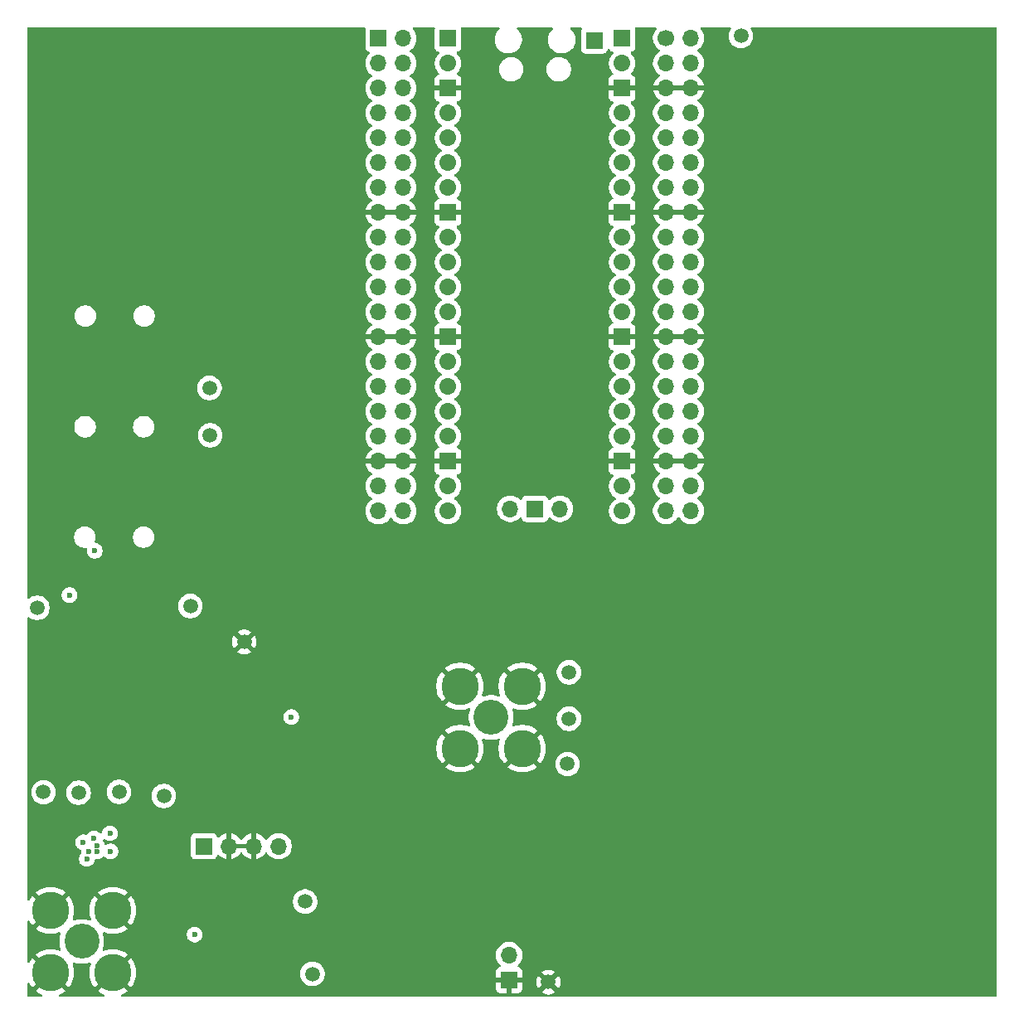
<source format=gbr>
%TF.GenerationSoftware,KiCad,Pcbnew,9.0.7-9.0.7~ubuntu24.04.1*%
%TF.CreationDate,2026-02-02T10:07:16-08:00*%
%TF.ProjectId,Frohne,46726f68-6e65-42e6-9b69-6361645f7063,rev?*%
%TF.SameCoordinates,Original*%
%TF.FileFunction,Copper,L2,Inr*%
%TF.FilePolarity,Positive*%
%FSLAX46Y46*%
G04 Gerber Fmt 4.6, Leading zero omitted, Abs format (unit mm)*
G04 Created by KiCad (PCBNEW 9.0.7-9.0.7~ubuntu24.04.1) date 2026-02-02 10:07:16*
%MOMM*%
%LPD*%
G01*
G04 APERTURE LIST*
%TA.AperFunction,ComponentPad*%
%ADD10C,0.500000*%
%TD*%
%TA.AperFunction,ComponentPad*%
%ADD11C,1.500000*%
%TD*%
%TA.AperFunction,ComponentPad*%
%ADD12C,3.556000*%
%TD*%
%TA.AperFunction,ComponentPad*%
%ADD13C,3.810000*%
%TD*%
%TA.AperFunction,ComponentPad*%
%ADD14R,1.700000X1.700000*%
%TD*%
%TA.AperFunction,ComponentPad*%
%ADD15O,1.700000X1.700000*%
%TD*%
%TA.AperFunction,ComponentPad*%
%ADD16C,1.700000*%
%TD*%
%TA.AperFunction,ViaPad*%
%ADD17C,0.600000*%
%TD*%
G04 APERTURE END LIST*
D10*
%TO.N,GND*%
%TO.C,U6*%
X150310000Y-58050000D03*
X152310000Y-58050000D03*
X154310000Y-58050000D03*
X150310000Y-56050000D03*
X152310000Y-56050000D03*
X154310000Y-56050000D03*
X150310000Y-54050000D03*
X152310000Y-54050000D03*
X154310000Y-54050000D03*
%TD*%
D11*
%TO.N,Net-(C3-Pad2)*%
%TO.C,TP1*%
X120060000Y-68290000D03*
%TD*%
D12*
%TO.N,Net-(J11-In)*%
%TO.C,J11*%
X107005000Y-124815000D03*
D13*
%TO.N,GND*%
X103830000Y-121640000D03*
X103830000Y-127990000D03*
X110180000Y-121640000D03*
X110180000Y-127990000D03*
%TD*%
D11*
%TO.N,GND*%
%TO.C,TP10*%
X123600000Y-94220000D03*
%TD*%
%TO.N,Net-(U7-1B1)*%
%TO.C,TP14*%
X103100000Y-109560000D03*
%TD*%
D14*
%TO.N,Net-(JP86-A)*%
%TO.C,Je3*%
X119480000Y-115080000D03*
D15*
%TO.N,GND*%
X122020000Y-115080000D03*
X124560000Y-115080000D03*
%TO.N,Net-(JP86-B)*%
X127100000Y-115080000D03*
%TD*%
D14*
%TO.N,GND*%
%TO.C,J5*%
X150650000Y-128750000D03*
D15*
%TO.N,Net-(J5-Pin_2)*%
X150650000Y-126210000D03*
%TD*%
D11*
%TO.N,+4.7V*%
%TO.C,TP25*%
X174310000Y-32350000D03*
%TD*%
%TO.N,GND*%
%TO.C,TP12*%
X154660000Y-128960000D03*
%TD*%
D15*
%TO.N,Net-(J3-Pin_20)*%
%TO.C,J3*%
X166680000Y-80840000D03*
X169220000Y-80840000D03*
%TO.N,Net-(J3-Pin_19)*%
X166680000Y-78300000D03*
X169220000Y-78300000D03*
%TO.N,GND*%
X166680000Y-75760000D03*
X169220000Y-75760000D03*
%TO.N,Net-(J3-Pin_17)*%
X166680000Y-73220000D03*
X169220000Y-73220000D03*
%TO.N,Net-(J3-Pin_16)*%
X166680000Y-70680000D03*
X169220000Y-70680000D03*
%TO.N,Net-(J3-Pin_15)*%
X166680000Y-68140000D03*
X169220000Y-68140000D03*
%TO.N,Net-(J3-Pin_14)*%
X166680000Y-65600000D03*
X169220000Y-65600000D03*
%TO.N,GND*%
X166680000Y-63060000D03*
X169220000Y-63060000D03*
%TO.N,Net-(J3-Pin_12)*%
X166680000Y-60520000D03*
X169220000Y-60520000D03*
%TO.N,+3.3V*%
X166680000Y-57980000D03*
X169220000Y-57980000D03*
%TO.N,Net-(J3-Pin_10)*%
X166680000Y-55440000D03*
X169220000Y-55440000D03*
%TO.N,Net-(J3-Pin_32)*%
X166680000Y-52900000D03*
X169220000Y-52900000D03*
%TO.N,GND*%
X166680000Y-50360000D03*
X169220000Y-50360000D03*
%TO.N,Net-(J3-Pin_34)*%
X166680000Y-47820000D03*
X169220000Y-47820000D03*
%TO.N,Net-(J3-Pin_35)*%
X166680000Y-45280000D03*
X169220000Y-45280000D03*
%TO.N,Net-(J3-Pin_36)*%
X166680000Y-42740000D03*
X169220000Y-42740000D03*
%TO.N,Net-(J3-Pin_37)*%
X166680000Y-40200000D03*
X169220000Y-40200000D03*
%TO.N,GND*%
X166680000Y-37660000D03*
X169220000Y-37660000D03*
%TO.N,Net-(J3-Pin_2)*%
X166680000Y-35120000D03*
X169220000Y-35120000D03*
D16*
%TO.N,Net-(J3-Pin_1)*%
X166680000Y-32580000D03*
D15*
X169220000Y-32580000D03*
%TD*%
D11*
%TO.N,Net-(C21-Pad2)*%
%TO.C,TP18*%
X102460000Y-90740000D03*
%TD*%
%TO.N,Net-(C4-Pad2)*%
%TO.C,TP2*%
X120110000Y-73130000D03*
%TD*%
D15*
%TO.N,Net-(J4-Pin_1)*%
%TO.C,U3*%
X144400000Y-32600000D03*
%TO.N,Net-(J4-Pin_2)*%
X144400000Y-35140000D03*
D14*
%TO.N,GND*%
X144400000Y-37680000D03*
D15*
%TO.N,Net-(J4-Pin_4)*%
X144400000Y-40220000D03*
%TO.N,Net-(J4-Pin_5)*%
X144400000Y-42760000D03*
%TO.N,Net-(J4-Pin_6)*%
X144400000Y-45300000D03*
%TO.N,Net-(J4-Pin_7)*%
X144400000Y-47840000D03*
D14*
%TO.N,GND*%
X144400000Y-50380000D03*
D15*
%TO.N,Net-(J4-Pin_9)*%
X144400000Y-52920000D03*
%TO.N,Net-(J4-Pin_10)*%
X144400000Y-55460000D03*
%TO.N,Net-(J4-Pin_11)*%
X144400000Y-58000000D03*
%TO.N,Net-(J4-Pin_12)*%
X144400000Y-60540000D03*
D14*
%TO.N,GND*%
X144400000Y-63080000D03*
D15*
%TO.N,Net-(J4-Pin_14)*%
X144400000Y-65620000D03*
%TO.N,Net-(J4-Pin_15)*%
X144400000Y-68160000D03*
%TO.N,Net-(J4-Pin_16)*%
X144400000Y-70700000D03*
%TO.N,Net-(J4-Pin_17)*%
X144400000Y-73240000D03*
D14*
%TO.N,GND*%
X144400000Y-75780000D03*
D15*
%TO.N,Net-(J4-Pin_19)*%
X144400000Y-78320000D03*
%TO.N,Net-(J4-Pin_20)*%
X144400000Y-80860000D03*
%TO.N,Net-(J10-Pin_20)*%
X162180000Y-80860000D03*
%TO.N,Net-(J10-Pin_19)*%
X162180000Y-78320000D03*
D14*
%TO.N,GND*%
X162180000Y-75780000D03*
D15*
%TO.N,Net-(J10-Pin_17)*%
X162180000Y-73240000D03*
%TO.N,Net-(J10-Pin_16)*%
X162180000Y-70700000D03*
%TO.N,Net-(J10-Pin_15)*%
X162180000Y-68160000D03*
%TO.N,Net-(J10-Pin_14)*%
X162180000Y-65620000D03*
D14*
%TO.N,GND*%
X162180000Y-63080000D03*
D15*
%TO.N,Net-(J10-Pin_12)*%
X162180000Y-60540000D03*
%TO.N,/Raspberry_Pi_Pico/RST*%
X162180000Y-58000000D03*
%TO.N,Net-(J10-Pin_10)*%
X162180000Y-55460000D03*
%TO.N,Net-(J10-Pin_9)*%
X162180000Y-52920000D03*
D14*
%TO.N,GND*%
X162180000Y-50380000D03*
D15*
%TO.N,Net-(J10-Pin_7)*%
X162180000Y-47840000D03*
%TO.N,Net-(J10-Pin_6)*%
X162180000Y-45300000D03*
%TO.N,Net-(J10-Pin_5)*%
X162180000Y-42760000D03*
%TO.N,Net-(J10-Pin_4)*%
X162180000Y-40220000D03*
D14*
%TO.N,GND*%
X162180000Y-37680000D03*
D15*
%TO.N,Net-(J10-Pin_2)*%
X162180000Y-35140000D03*
%TO.N,Net-(J10-Pin_1)*%
X162180000Y-32600000D03*
%TO.N,unconnected-(U3-SWCLK-Pad41)*%
X150750000Y-80630000D03*
D14*
%TO.N,unconnected-(U3-GND-Pad42)*%
X153290000Y-80630000D03*
D15*
%TO.N,unconnected-(U3-SWDIO-Pad43)_1*%
X155830000Y-80630000D03*
%TD*%
D11*
%TO.N,Net-(U7-1B2)*%
%TO.C,TP16*%
X106690000Y-109625000D03*
%TD*%
%TO.N,Net-(U4-CLK1)*%
%TO.C,TP4*%
X156750000Y-102070000D03*
%TD*%
%TO.N,Net-(TR1-C_RX)*%
%TO.C,TP11*%
X129820000Y-120730000D03*
%TD*%
%TO.N,Net-(U4-CLK0)*%
%TO.C,TP3*%
X156610000Y-106680000D03*
%TD*%
%TO.N,/Si5351a/CLK2*%
%TO.C,TP5*%
X156760000Y-97330000D03*
%TD*%
D14*
%TO.N,Net-(J4-Pin_1)*%
%TO.C,J4*%
X144400000Y-32600000D03*
D16*
%TO.N,Net-(J4-Pin_2)*%
X144400000Y-35140000D03*
%TO.N,GND*%
X144400000Y-37680000D03*
%TO.N,Net-(J4-Pin_4)*%
X144400000Y-40220000D03*
%TO.N,Net-(J4-Pin_5)*%
X144400000Y-42760000D03*
%TO.N,Net-(J4-Pin_6)*%
X144400000Y-45300000D03*
%TO.N,Net-(J4-Pin_7)*%
X144400000Y-47840000D03*
%TO.N,GND*%
X144400000Y-50380000D03*
%TO.N,Net-(J4-Pin_9)*%
X144400000Y-52920000D03*
%TO.N,Net-(J4-Pin_10)*%
X144400000Y-55460000D03*
%TO.N,Net-(J4-Pin_11)*%
X144400000Y-58000000D03*
%TO.N,Net-(J4-Pin_12)*%
X144400000Y-60540000D03*
%TO.N,GND*%
X144400000Y-63080000D03*
%TO.N,Net-(J4-Pin_14)*%
X144400000Y-65620000D03*
%TO.N,Net-(J4-Pin_15)*%
X144400000Y-68160000D03*
%TO.N,Net-(J4-Pin_16)*%
X144400000Y-70700000D03*
%TO.N,Net-(J4-Pin_17)*%
X144400000Y-73240000D03*
%TO.N,GND*%
X144400000Y-75780000D03*
%TO.N,Net-(J4-Pin_19)*%
X144400000Y-78320000D03*
%TO.N,Net-(J4-Pin_20)*%
X144400000Y-80860000D03*
%TD*%
D14*
%TO.N,Net-(J10-Pin_1)*%
%TO.C,J7*%
X159340000Y-32790000D03*
%TD*%
D11*
%TO.N,Net-(C18-Pad2)*%
%TO.C,TP17*%
X118110000Y-90560000D03*
%TD*%
D12*
%TO.N,/Si5351a/CLK2*%
%TO.C,J8*%
X148805000Y-101925000D03*
D13*
%TO.N,GND*%
X151980000Y-105100000D03*
X151980000Y-98750000D03*
X145630000Y-105100000D03*
X145630000Y-98750000D03*
%TD*%
D11*
%TO.N,Net-(U5B-+)*%
%TO.C,TP7*%
X115400000Y-109950000D03*
%TD*%
%TO.N,Net-(U5A-+)*%
%TO.C,TP6*%
X110820000Y-109535000D03*
%TD*%
D16*
%TO.N,Net-(J10-Pin_20)*%
%TO.C,J10*%
X162180000Y-80860000D03*
%TO.N,Net-(J10-Pin_19)*%
X162180000Y-78320000D03*
%TO.N,GND*%
X162180000Y-75780000D03*
%TO.N,Net-(J10-Pin_17)*%
X162180000Y-73240000D03*
%TO.N,Net-(J10-Pin_16)*%
X162180000Y-70700000D03*
%TO.N,Net-(J10-Pin_15)*%
X162180000Y-68160000D03*
%TO.N,Net-(J10-Pin_14)*%
X162180000Y-65620000D03*
%TO.N,GND*%
X162180000Y-63080000D03*
%TO.N,Net-(J10-Pin_12)*%
X162180000Y-60540000D03*
%TO.N,/Raspberry_Pi_Pico/RST*%
X162180000Y-58000000D03*
%TO.N,Net-(J10-Pin_10)*%
X162180000Y-55460000D03*
%TO.N,Net-(J10-Pin_9)*%
X162180000Y-52920000D03*
%TO.N,GND*%
X162180000Y-50380000D03*
%TO.N,Net-(J10-Pin_7)*%
X162180000Y-47840000D03*
%TO.N,Net-(J10-Pin_6)*%
X162180000Y-45300000D03*
%TO.N,Net-(J10-Pin_5)*%
X162180000Y-42760000D03*
%TO.N,Net-(J10-Pin_4)*%
X162180000Y-40220000D03*
%TO.N,GND*%
X162180000Y-37680000D03*
%TO.N,Net-(J10-Pin_2)*%
X162180000Y-35140000D03*
D14*
%TO.N,Net-(J10-Pin_1)*%
X162180000Y-32600000D03*
%TD*%
D11*
%TO.N,VDDA*%
%TO.C,TP26*%
X130570000Y-128120000D03*
%TD*%
D14*
%TO.N,Net-(J2-Pin_1)*%
%TO.C,J2*%
X137310000Y-32606000D03*
D15*
X139850000Y-32606000D03*
%TO.N,Net-(J2-Pin_2)*%
X137310000Y-35146000D03*
X139850000Y-35146000D03*
%TO.N,+3.3V*%
X137310000Y-37686000D03*
X139850000Y-37686000D03*
%TO.N,Net-(J2-Pin_37)*%
X137310000Y-40226000D03*
X139850000Y-40226000D03*
%TO.N,Net-(J2-Pin_36)*%
X137310000Y-42766000D03*
X139850000Y-42766000D03*
%TO.N,Net-(J2-Pin_35)*%
X137310000Y-45306000D03*
X139850000Y-45306000D03*
%TO.N,Net-(J2-Pin_34)*%
X137310000Y-47846000D03*
X139850000Y-47846000D03*
%TO.N,GND*%
X137310000Y-50386000D03*
X139850000Y-50386000D03*
%TO.N,Net-(J2-Pin_32)*%
X137310000Y-52926000D03*
X139850000Y-52926000D03*
%TO.N,Net-(J2-Pin_10)*%
X137310000Y-55466000D03*
X139850000Y-55466000D03*
%TO.N,Net-(J2-Pin_11)*%
X137310000Y-58006000D03*
X139850000Y-58006000D03*
%TO.N,Net-(J2-Pin_12)*%
X137310000Y-60546000D03*
X139850000Y-60546000D03*
%TO.N,GND*%
X137310000Y-63086000D03*
X139850000Y-63086000D03*
%TO.N,Net-(J2-Pin_14)*%
X137310000Y-65626000D03*
X139850000Y-65626000D03*
%TO.N,Net-(J2-Pin_15)*%
X137310000Y-68166000D03*
X139850000Y-68166000D03*
%TO.N,Net-(J2-Pin_16)*%
X137310000Y-70706000D03*
X139850000Y-70706000D03*
%TO.N,Net-(J2-Pin_17)*%
X137310000Y-73246000D03*
X139850000Y-73246000D03*
%TO.N,GND*%
X137310000Y-75786000D03*
X139850000Y-75786000D03*
%TO.N,Net-(J2-Pin_19)*%
X137310000Y-78326000D03*
X139850000Y-78326000D03*
%TO.N,Net-(J2-Pin_20)*%
X137310000Y-80866000D03*
X139850000Y-80866000D03*
%TD*%
D17*
%TO.N,Net-(U7-1B2)*%
X108526500Y-115012947D03*
X108606500Y-115623331D03*
%TO.N,Net-(U7-1B1)*%
X108254505Y-114276132D03*
X107757782Y-115670040D03*
%TO.N,/Q*%
X105750660Y-89449340D03*
%TO.N,/Si5351a/CLK2*%
X128408718Y-101902616D03*
%TO.N,Net-(JP88-B)*%
X118540000Y-124100000D03*
%TO.N,Net-(U5A-+)*%
X107515915Y-116394511D03*
X107149220Y-114691842D03*
%TO.N,Net-(U5B-+)*%
X109943500Y-115611029D03*
X109883500Y-113770000D03*
%TO.N,Net-(e5-B)*%
X108340000Y-84920000D03*
%TD*%
%TA.AperFunction,Conductor*%
%TO.N,GND*%
G36*
X103154724Y-128350942D02*
G01*
X103238116Y-128475747D01*
X103344253Y-128581884D01*
X103469058Y-128665276D01*
X103496789Y-128676762D01*
X102315341Y-129858210D01*
X102436104Y-129954514D01*
X102664825Y-130098230D01*
X102904767Y-130213780D01*
X102956626Y-130260602D01*
X102974939Y-130328029D01*
X102953891Y-130394653D01*
X102900165Y-130439322D01*
X102850965Y-130449500D01*
X101574500Y-130449500D01*
X101507461Y-130429815D01*
X101461706Y-130377011D01*
X101450500Y-130325500D01*
X101450500Y-129135156D01*
X101470185Y-129068117D01*
X101522989Y-129022362D01*
X101592147Y-129012418D01*
X101655703Y-129041443D01*
X101686220Y-129081355D01*
X101721767Y-129155171D01*
X101865485Y-129383895D01*
X101961788Y-129504657D01*
X103143236Y-128323209D01*
X103154724Y-128350942D01*
G37*
%TD.AperFunction*%
%TA.AperFunction,Conductor*%
G36*
X107904276Y-126987195D02*
G01*
X107939930Y-127047283D01*
X107937437Y-127117109D01*
X107936824Y-127118906D01*
X107865353Y-127323160D01*
X107865352Y-127323162D01*
X107805245Y-127586509D01*
X107805243Y-127586525D01*
X107775000Y-127854933D01*
X107775000Y-128125066D01*
X107805243Y-128393474D01*
X107805245Y-128393490D01*
X107865352Y-128656837D01*
X107865353Y-128656839D01*
X107954569Y-128911806D01*
X107954571Y-128911810D01*
X108071767Y-129155171D01*
X108215485Y-129383895D01*
X108311788Y-129504657D01*
X109493236Y-128323209D01*
X109504724Y-128350942D01*
X109588116Y-128475747D01*
X109694253Y-128581884D01*
X109819058Y-128665276D01*
X109846789Y-128676762D01*
X108665341Y-129858210D01*
X108786104Y-129954514D01*
X109014825Y-130098230D01*
X109254767Y-130213780D01*
X109306626Y-130260602D01*
X109324939Y-130328029D01*
X109303891Y-130394653D01*
X109250165Y-130439322D01*
X109200965Y-130449500D01*
X104809035Y-130449500D01*
X104741996Y-130429815D01*
X104696241Y-130377011D01*
X104686297Y-130307853D01*
X104715322Y-130244297D01*
X104755233Y-130213780D01*
X104995174Y-130098230D01*
X105223895Y-129954515D01*
X105344657Y-129858209D01*
X104163210Y-128676762D01*
X104190942Y-128665276D01*
X104315747Y-128581884D01*
X104421884Y-128475747D01*
X104505276Y-128350942D01*
X104516763Y-128323209D01*
X105698209Y-129504657D01*
X105794515Y-129383895D01*
X105938232Y-129155171D01*
X106055428Y-128911810D01*
X106055430Y-128911806D01*
X106144646Y-128656839D01*
X106144647Y-128656837D01*
X106204754Y-128393490D01*
X106204756Y-128393474D01*
X106234999Y-128125066D01*
X106235000Y-128125066D01*
X106235000Y-127854934D01*
X106234999Y-127854933D01*
X106204756Y-127586525D01*
X106204754Y-127586509D01*
X106144647Y-127323164D01*
X106073175Y-127118907D01*
X106069614Y-127049128D01*
X106104343Y-126988500D01*
X106166336Y-126956273D01*
X106235911Y-126962678D01*
X106237599Y-126963362D01*
X106271029Y-126977210D01*
X106559533Y-127054514D01*
X106855659Y-127093500D01*
X106855666Y-127093500D01*
X107154334Y-127093500D01*
X107154341Y-127093500D01*
X107450467Y-127054514D01*
X107738971Y-126977210D01*
X107772331Y-126963391D01*
X107841796Y-126955922D01*
X107904276Y-126987195D01*
G37*
%TD.AperFunction*%
%TA.AperFunction,Conductor*%
G36*
X124094075Y-114887007D02*
G01*
X124060000Y-115014174D01*
X124060000Y-115145826D01*
X124094075Y-115272993D01*
X124126988Y-115330000D01*
X122453012Y-115330000D01*
X122485925Y-115272993D01*
X122520000Y-115145826D01*
X122520000Y-115014174D01*
X122485925Y-114887007D01*
X122453012Y-114830000D01*
X124126988Y-114830000D01*
X124094075Y-114887007D01*
G37*
%TD.AperFunction*%
%TA.AperFunction,Conductor*%
G36*
X135928210Y-31470185D02*
G01*
X135973965Y-31522989D01*
X135983909Y-31592147D01*
X135977353Y-31617833D01*
X135965908Y-31648517D01*
X135959501Y-31708116D01*
X135959500Y-31708135D01*
X135959500Y-33503870D01*
X135959501Y-33503876D01*
X135965908Y-33563483D01*
X136016202Y-33698328D01*
X136016206Y-33698335D01*
X136102452Y-33813544D01*
X136102455Y-33813547D01*
X136217664Y-33899793D01*
X136217671Y-33899797D01*
X136349082Y-33948810D01*
X136405016Y-33990681D01*
X136429433Y-34056145D01*
X136414582Y-34124418D01*
X136393431Y-34152673D01*
X136279889Y-34266215D01*
X136154951Y-34438179D01*
X136058444Y-34627585D01*
X135992753Y-34829760D01*
X135959500Y-35039713D01*
X135959500Y-35252286D01*
X135991803Y-35456243D01*
X135992754Y-35462243D01*
X136056493Y-35658412D01*
X136058444Y-35664414D01*
X136154951Y-35853820D01*
X136279890Y-36025786D01*
X136430213Y-36176109D01*
X136602182Y-36301050D01*
X136610946Y-36305516D01*
X136661742Y-36353491D01*
X136678536Y-36421312D01*
X136655998Y-36487447D01*
X136610946Y-36526484D01*
X136602182Y-36530949D01*
X136430213Y-36655890D01*
X136279890Y-36806213D01*
X136154951Y-36978179D01*
X136058444Y-37167585D01*
X135992753Y-37369760D01*
X135974183Y-37487007D01*
X135959500Y-37579713D01*
X135959500Y-37792287D01*
X135992754Y-38002243D01*
X136053760Y-38190000D01*
X136058444Y-38204414D01*
X136154951Y-38393820D01*
X136279890Y-38565786D01*
X136430213Y-38716109D01*
X136602182Y-38841050D01*
X136610946Y-38845516D01*
X136661742Y-38893491D01*
X136678536Y-38961312D01*
X136655998Y-39027447D01*
X136610946Y-39066484D01*
X136602182Y-39070949D01*
X136430213Y-39195890D01*
X136279890Y-39346213D01*
X136154951Y-39518179D01*
X136058444Y-39707585D01*
X135992753Y-39909760D01*
X135959500Y-40119713D01*
X135959500Y-40332286D01*
X135991803Y-40536243D01*
X135992754Y-40542243D01*
X136056493Y-40738412D01*
X136058444Y-40744414D01*
X136154951Y-40933820D01*
X136279890Y-41105786D01*
X136430213Y-41256109D01*
X136602182Y-41381050D01*
X136610946Y-41385516D01*
X136661742Y-41433491D01*
X136678536Y-41501312D01*
X136655998Y-41567447D01*
X136610946Y-41606484D01*
X136602182Y-41610949D01*
X136430213Y-41735890D01*
X136279890Y-41886213D01*
X136154951Y-42058179D01*
X136058444Y-42247585D01*
X135992753Y-42449760D01*
X135959500Y-42659713D01*
X135959500Y-42872286D01*
X135991803Y-43076243D01*
X135992754Y-43082243D01*
X136056493Y-43278412D01*
X136058444Y-43284414D01*
X136154951Y-43473820D01*
X136279890Y-43645786D01*
X136430213Y-43796109D01*
X136602182Y-43921050D01*
X136610946Y-43925516D01*
X136661742Y-43973491D01*
X136678536Y-44041312D01*
X136655998Y-44107447D01*
X136610946Y-44146484D01*
X136602182Y-44150949D01*
X136430213Y-44275890D01*
X136279890Y-44426213D01*
X136154951Y-44598179D01*
X136058444Y-44787585D01*
X135992753Y-44989760D01*
X135959500Y-45199713D01*
X135959500Y-45412286D01*
X135991803Y-45616243D01*
X135992754Y-45622243D01*
X136056493Y-45818412D01*
X136058444Y-45824414D01*
X136154951Y-46013820D01*
X136279890Y-46185786D01*
X136430213Y-46336109D01*
X136602182Y-46461050D01*
X136610946Y-46465516D01*
X136661742Y-46513491D01*
X136678536Y-46581312D01*
X136655998Y-46647447D01*
X136610946Y-46686484D01*
X136602182Y-46690949D01*
X136430213Y-46815890D01*
X136279890Y-46966213D01*
X136154951Y-47138179D01*
X136058444Y-47327585D01*
X135992753Y-47529760D01*
X135959500Y-47739713D01*
X135959500Y-47952286D01*
X135991803Y-48156243D01*
X135992754Y-48162243D01*
X136056493Y-48358412D01*
X136058444Y-48364414D01*
X136154951Y-48553820D01*
X136279890Y-48725786D01*
X136430213Y-48876109D01*
X136602179Y-49001048D01*
X136602181Y-49001049D01*
X136602184Y-49001051D01*
X136611493Y-49005794D01*
X136662290Y-49053766D01*
X136679087Y-49121587D01*
X136656552Y-49187722D01*
X136611502Y-49226762D01*
X136602443Y-49231378D01*
X136430540Y-49356272D01*
X136430535Y-49356276D01*
X136280276Y-49506535D01*
X136280272Y-49506540D01*
X136155379Y-49678442D01*
X136058904Y-49867782D01*
X135993242Y-50069870D01*
X135993242Y-50069873D01*
X135982769Y-50136000D01*
X136876988Y-50136000D01*
X136844075Y-50193007D01*
X136810000Y-50320174D01*
X136810000Y-50451826D01*
X136844075Y-50578993D01*
X136876988Y-50636000D01*
X135982769Y-50636000D01*
X135993242Y-50702126D01*
X135993242Y-50702129D01*
X136058904Y-50904217D01*
X136155379Y-51093557D01*
X136280272Y-51265459D01*
X136280276Y-51265464D01*
X136430535Y-51415723D01*
X136430540Y-51415727D01*
X136602444Y-51540622D01*
X136611495Y-51545234D01*
X136662292Y-51593208D01*
X136679087Y-51661029D01*
X136656550Y-51727164D01*
X136611499Y-51766202D01*
X136602182Y-51770949D01*
X136430213Y-51895890D01*
X136279890Y-52046213D01*
X136154951Y-52218179D01*
X136058444Y-52407585D01*
X135992753Y-52609760D01*
X135959500Y-52819713D01*
X135959500Y-53032286D01*
X135991803Y-53236243D01*
X135992754Y-53242243D01*
X136056493Y-53438412D01*
X136058444Y-53444414D01*
X136154951Y-53633820D01*
X136279890Y-53805786D01*
X136430213Y-53956109D01*
X136602182Y-54081050D01*
X136610946Y-54085516D01*
X136661742Y-54133491D01*
X136678536Y-54201312D01*
X136655998Y-54267447D01*
X136610946Y-54306484D01*
X136602182Y-54310949D01*
X136430213Y-54435890D01*
X136279890Y-54586213D01*
X136154951Y-54758179D01*
X136058444Y-54947585D01*
X135992753Y-55149760D01*
X135959500Y-55359713D01*
X135959500Y-55572286D01*
X135991803Y-55776243D01*
X135992754Y-55782243D01*
X136056493Y-55978412D01*
X136058444Y-55984414D01*
X136154951Y-56173820D01*
X136279890Y-56345786D01*
X136430213Y-56496109D01*
X136602182Y-56621050D01*
X136610946Y-56625516D01*
X136661742Y-56673491D01*
X136678536Y-56741312D01*
X136655998Y-56807447D01*
X136610946Y-56846484D01*
X136602182Y-56850949D01*
X136430213Y-56975890D01*
X136279890Y-57126213D01*
X136154951Y-57298179D01*
X136058444Y-57487585D01*
X135992753Y-57689760D01*
X135959500Y-57899713D01*
X135959500Y-58112286D01*
X135991803Y-58316243D01*
X135992754Y-58322243D01*
X136056493Y-58518412D01*
X136058444Y-58524414D01*
X136154951Y-58713820D01*
X136279890Y-58885786D01*
X136430213Y-59036109D01*
X136602182Y-59161050D01*
X136610946Y-59165516D01*
X136661742Y-59213491D01*
X136678536Y-59281312D01*
X136655998Y-59347447D01*
X136610946Y-59386484D01*
X136602182Y-59390949D01*
X136430213Y-59515890D01*
X136279890Y-59666213D01*
X136154951Y-59838179D01*
X136058444Y-60027585D01*
X135992753Y-60229760D01*
X135959500Y-60439713D01*
X135959500Y-60652286D01*
X135991803Y-60856243D01*
X135992754Y-60862243D01*
X136056493Y-61058412D01*
X136058444Y-61064414D01*
X136154951Y-61253820D01*
X136279890Y-61425786D01*
X136430213Y-61576109D01*
X136602179Y-61701048D01*
X136602181Y-61701049D01*
X136602184Y-61701051D01*
X136611493Y-61705794D01*
X136662290Y-61753766D01*
X136679087Y-61821587D01*
X136656552Y-61887722D01*
X136611502Y-61926762D01*
X136602443Y-61931378D01*
X136430540Y-62056272D01*
X136430535Y-62056276D01*
X136280276Y-62206535D01*
X136280272Y-62206540D01*
X136155379Y-62378442D01*
X136058904Y-62567782D01*
X135993242Y-62769870D01*
X135993242Y-62769873D01*
X135982769Y-62836000D01*
X136876988Y-62836000D01*
X136844075Y-62893007D01*
X136810000Y-63020174D01*
X136810000Y-63151826D01*
X136844075Y-63278993D01*
X136876988Y-63336000D01*
X135982769Y-63336000D01*
X135993242Y-63402126D01*
X135993242Y-63402129D01*
X136058904Y-63604217D01*
X136155379Y-63793557D01*
X136280272Y-63965459D01*
X136280276Y-63965464D01*
X136430535Y-64115723D01*
X136430540Y-64115727D01*
X136602444Y-64240622D01*
X136611495Y-64245234D01*
X136662292Y-64293208D01*
X136679087Y-64361029D01*
X136656550Y-64427164D01*
X136611499Y-64466202D01*
X136602182Y-64470949D01*
X136430213Y-64595890D01*
X136279890Y-64746213D01*
X136154951Y-64918179D01*
X136058444Y-65107585D01*
X135992753Y-65309760D01*
X135959500Y-65519713D01*
X135959500Y-65732286D01*
X135991803Y-65936243D01*
X135992754Y-65942243D01*
X136056493Y-66138412D01*
X136058444Y-66144414D01*
X136154951Y-66333820D01*
X136279890Y-66505786D01*
X136430213Y-66656109D01*
X136602182Y-66781050D01*
X136610946Y-66785516D01*
X136661742Y-66833491D01*
X136678536Y-66901312D01*
X136655998Y-66967447D01*
X136610946Y-67006484D01*
X136602182Y-67010949D01*
X136430213Y-67135890D01*
X136279890Y-67286213D01*
X136154951Y-67458179D01*
X136058444Y-67647585D01*
X135992753Y-67849760D01*
X135959500Y-68059713D01*
X135959500Y-68272286D01*
X135991803Y-68476243D01*
X135992754Y-68482243D01*
X136056493Y-68678412D01*
X136058444Y-68684414D01*
X136154951Y-68873820D01*
X136279890Y-69045786D01*
X136430213Y-69196109D01*
X136602182Y-69321050D01*
X136610946Y-69325516D01*
X136661742Y-69373491D01*
X136678536Y-69441312D01*
X136655998Y-69507447D01*
X136610946Y-69546484D01*
X136602182Y-69550949D01*
X136430213Y-69675890D01*
X136279890Y-69826213D01*
X136154951Y-69998179D01*
X136058444Y-70187585D01*
X135992753Y-70389760D01*
X135959500Y-70599713D01*
X135959500Y-70812286D01*
X135991803Y-71016243D01*
X135992754Y-71022243D01*
X136056493Y-71218412D01*
X136058444Y-71224414D01*
X136154951Y-71413820D01*
X136279890Y-71585786D01*
X136430213Y-71736109D01*
X136602182Y-71861050D01*
X136610946Y-71865516D01*
X136661742Y-71913491D01*
X136678536Y-71981312D01*
X136655998Y-72047447D01*
X136610946Y-72086484D01*
X136602182Y-72090949D01*
X136430213Y-72215890D01*
X136279890Y-72366213D01*
X136154951Y-72538179D01*
X136058444Y-72727585D01*
X135992753Y-72929760D01*
X135959500Y-73139713D01*
X135959500Y-73352286D01*
X135991803Y-73556243D01*
X135992754Y-73562243D01*
X136056493Y-73758412D01*
X136058444Y-73764414D01*
X136154951Y-73953820D01*
X136279890Y-74125786D01*
X136430213Y-74276109D01*
X136602179Y-74401048D01*
X136602181Y-74401049D01*
X136602184Y-74401051D01*
X136611493Y-74405794D01*
X136662290Y-74453766D01*
X136679087Y-74521587D01*
X136656552Y-74587722D01*
X136611502Y-74626762D01*
X136602443Y-74631378D01*
X136430540Y-74756272D01*
X136430535Y-74756276D01*
X136280276Y-74906535D01*
X136280272Y-74906540D01*
X136155379Y-75078442D01*
X136058904Y-75267782D01*
X135993242Y-75469870D01*
X135993242Y-75469873D01*
X135982769Y-75536000D01*
X136876988Y-75536000D01*
X136844075Y-75593007D01*
X136810000Y-75720174D01*
X136810000Y-75851826D01*
X136844075Y-75978993D01*
X136876988Y-76036000D01*
X135982769Y-76036000D01*
X135993242Y-76102126D01*
X135993242Y-76102129D01*
X136058904Y-76304217D01*
X136155379Y-76493557D01*
X136280272Y-76665459D01*
X136280276Y-76665464D01*
X136430535Y-76815723D01*
X136430540Y-76815727D01*
X136602444Y-76940622D01*
X136611495Y-76945234D01*
X136662292Y-76993208D01*
X136679087Y-77061029D01*
X136656550Y-77127164D01*
X136611499Y-77166202D01*
X136602182Y-77170949D01*
X136430213Y-77295890D01*
X136279890Y-77446213D01*
X136154951Y-77618179D01*
X136058444Y-77807585D01*
X135992753Y-78009760D01*
X135959500Y-78219713D01*
X135959500Y-78432286D01*
X135991803Y-78636243D01*
X135992754Y-78642243D01*
X136056493Y-78838412D01*
X136058444Y-78844414D01*
X136154951Y-79033820D01*
X136279890Y-79205786D01*
X136430213Y-79356109D01*
X136602182Y-79481050D01*
X136610946Y-79485516D01*
X136661742Y-79533491D01*
X136678536Y-79601312D01*
X136655998Y-79667447D01*
X136610946Y-79706484D01*
X136602182Y-79710949D01*
X136430213Y-79835890D01*
X136279890Y-79986213D01*
X136154951Y-80158179D01*
X136058444Y-80347585D01*
X135992753Y-80549760D01*
X135959500Y-80759713D01*
X135959500Y-80972286D01*
X135991803Y-81176243D01*
X135992754Y-81182243D01*
X136056493Y-81378412D01*
X136058444Y-81384414D01*
X136154951Y-81573820D01*
X136279890Y-81745786D01*
X136430213Y-81896109D01*
X136602179Y-82021048D01*
X136602181Y-82021049D01*
X136602184Y-82021051D01*
X136791588Y-82117557D01*
X136993757Y-82183246D01*
X137203713Y-82216500D01*
X137203714Y-82216500D01*
X137416286Y-82216500D01*
X137416287Y-82216500D01*
X137626243Y-82183246D01*
X137828412Y-82117557D01*
X138017816Y-82021051D01*
X138073630Y-81980500D01*
X138189786Y-81896109D01*
X138189788Y-81896106D01*
X138189792Y-81896104D01*
X138340104Y-81745792D01*
X138340106Y-81745788D01*
X138340109Y-81745786D01*
X138465048Y-81573820D01*
X138465047Y-81573820D01*
X138465051Y-81573816D01*
X138469514Y-81565054D01*
X138517488Y-81514259D01*
X138585308Y-81497463D01*
X138651444Y-81519999D01*
X138690486Y-81565056D01*
X138694951Y-81573820D01*
X138819890Y-81745786D01*
X138970213Y-81896109D01*
X139142179Y-82021048D01*
X139142181Y-82021049D01*
X139142184Y-82021051D01*
X139331588Y-82117557D01*
X139533757Y-82183246D01*
X139743713Y-82216500D01*
X139743714Y-82216500D01*
X139956286Y-82216500D01*
X139956287Y-82216500D01*
X140166243Y-82183246D01*
X140368412Y-82117557D01*
X140557816Y-82021051D01*
X140613630Y-81980500D01*
X140729786Y-81896109D01*
X140729788Y-81896106D01*
X140729792Y-81896104D01*
X140880104Y-81745792D01*
X140880106Y-81745788D01*
X140880109Y-81745786D01*
X141005048Y-81573820D01*
X141005047Y-81573820D01*
X141005051Y-81573816D01*
X141101557Y-81384412D01*
X141167246Y-81182243D01*
X141200500Y-80972287D01*
X141200500Y-80759713D01*
X141167246Y-80549757D01*
X141101557Y-80347588D01*
X141005051Y-80158184D01*
X141005049Y-80158181D01*
X141005048Y-80158179D01*
X140880109Y-79986213D01*
X140729786Y-79835890D01*
X140557820Y-79710951D01*
X140557115Y-79710591D01*
X140549054Y-79706485D01*
X140498259Y-79658512D01*
X140481463Y-79590692D01*
X140503999Y-79524556D01*
X140549054Y-79485515D01*
X140557816Y-79481051D01*
X140638467Y-79422455D01*
X140729786Y-79356109D01*
X140729788Y-79356106D01*
X140729792Y-79356104D01*
X140880104Y-79205792D01*
X140880106Y-79205788D01*
X140880109Y-79205786D01*
X141005048Y-79033820D01*
X141005047Y-79033820D01*
X141005051Y-79033816D01*
X141101557Y-78844412D01*
X141167246Y-78642243D01*
X141200500Y-78432287D01*
X141200500Y-78219713D01*
X141167246Y-78009757D01*
X141101557Y-77807588D01*
X141005051Y-77618184D01*
X141005049Y-77618181D01*
X141005048Y-77618179D01*
X140880109Y-77446213D01*
X140729786Y-77295890D01*
X140557817Y-77170949D01*
X140548504Y-77166204D01*
X140497707Y-77118230D01*
X140480912Y-77050409D01*
X140503449Y-76984274D01*
X140548507Y-76945232D01*
X140557558Y-76940620D01*
X140729459Y-76815727D01*
X140729464Y-76815723D01*
X140879723Y-76665464D01*
X140879727Y-76665459D01*
X141004620Y-76493557D01*
X141101095Y-76304217D01*
X141166757Y-76102129D01*
X141166757Y-76102126D01*
X141177231Y-76036000D01*
X140283012Y-76036000D01*
X140315925Y-75978993D01*
X140350000Y-75851826D01*
X140350000Y-75720174D01*
X140315925Y-75593007D01*
X140283012Y-75536000D01*
X141177231Y-75536000D01*
X141166757Y-75469873D01*
X141166757Y-75469870D01*
X141101095Y-75267782D01*
X141004620Y-75078442D01*
X140879727Y-74906540D01*
X140879723Y-74906535D01*
X140729464Y-74756276D01*
X140729459Y-74756272D01*
X140557555Y-74631377D01*
X140548500Y-74626763D01*
X140497706Y-74578788D01*
X140480912Y-74510966D01*
X140503451Y-74444832D01*
X140548508Y-74405793D01*
X140557816Y-74401051D01*
X140712202Y-74288884D01*
X140729786Y-74276109D01*
X140729788Y-74276106D01*
X140729792Y-74276104D01*
X140880104Y-74125792D01*
X140880106Y-74125788D01*
X140880109Y-74125786D01*
X141005048Y-73953820D01*
X141005047Y-73953820D01*
X141005051Y-73953816D01*
X141101557Y-73764412D01*
X141167246Y-73562243D01*
X141200500Y-73352287D01*
X141200500Y-73139713D01*
X141167246Y-72929757D01*
X141101557Y-72727588D01*
X141005051Y-72538184D01*
X141005049Y-72538181D01*
X141005048Y-72538179D01*
X140880109Y-72366213D01*
X140729786Y-72215890D01*
X140557820Y-72090951D01*
X140557115Y-72090591D01*
X140549054Y-72086485D01*
X140498259Y-72038512D01*
X140481463Y-71970692D01*
X140503999Y-71904556D01*
X140549054Y-71865515D01*
X140557816Y-71861051D01*
X140617688Y-71817552D01*
X140729786Y-71736109D01*
X140729788Y-71736106D01*
X140729792Y-71736104D01*
X140880104Y-71585792D01*
X140880106Y-71585788D01*
X140880109Y-71585786D01*
X141005048Y-71413820D01*
X141005047Y-71413820D01*
X141005051Y-71413816D01*
X141101557Y-71224412D01*
X141167246Y-71022243D01*
X141200500Y-70812287D01*
X141200500Y-70599713D01*
X141167246Y-70389757D01*
X141101557Y-70187588D01*
X141005051Y-69998184D01*
X141005049Y-69998181D01*
X141005048Y-69998179D01*
X140880109Y-69826213D01*
X140729786Y-69675890D01*
X140557820Y-69550951D01*
X140557115Y-69550591D01*
X140549054Y-69546485D01*
X140498259Y-69498512D01*
X140481463Y-69430692D01*
X140503999Y-69364556D01*
X140549054Y-69325515D01*
X140557816Y-69321051D01*
X140593606Y-69295048D01*
X140729786Y-69196109D01*
X140729788Y-69196106D01*
X140729792Y-69196104D01*
X140880104Y-69045792D01*
X140880106Y-69045788D01*
X140880109Y-69045786D01*
X141005048Y-68873820D01*
X141005047Y-68873820D01*
X141005051Y-68873816D01*
X141101557Y-68684412D01*
X141167246Y-68482243D01*
X141200500Y-68272287D01*
X141200500Y-68059713D01*
X141167246Y-67849757D01*
X141101557Y-67647588D01*
X141005051Y-67458184D01*
X141005049Y-67458181D01*
X141005048Y-67458179D01*
X140880109Y-67286213D01*
X140729786Y-67135890D01*
X140557820Y-67010951D01*
X140557115Y-67010591D01*
X140549054Y-67006485D01*
X140498259Y-66958512D01*
X140481463Y-66890692D01*
X140503999Y-66824556D01*
X140549054Y-66785515D01*
X140557816Y-66781051D01*
X140593606Y-66755048D01*
X140729786Y-66656109D01*
X140729788Y-66656106D01*
X140729792Y-66656104D01*
X140880104Y-66505792D01*
X140880106Y-66505788D01*
X140880109Y-66505786D01*
X141005048Y-66333820D01*
X141005047Y-66333820D01*
X141005051Y-66333816D01*
X141101557Y-66144412D01*
X141167246Y-65942243D01*
X141200500Y-65732287D01*
X141200500Y-65519713D01*
X141167246Y-65309757D01*
X141101557Y-65107588D01*
X141005051Y-64918184D01*
X141005049Y-64918181D01*
X141005048Y-64918179D01*
X140880109Y-64746213D01*
X140729786Y-64595890D01*
X140557817Y-64470949D01*
X140548504Y-64466204D01*
X140497707Y-64418230D01*
X140480912Y-64350409D01*
X140503449Y-64284274D01*
X140548507Y-64245232D01*
X140557558Y-64240620D01*
X140729459Y-64115727D01*
X140729464Y-64115723D01*
X140879723Y-63965464D01*
X140879727Y-63965459D01*
X141004620Y-63793557D01*
X141101095Y-63604217D01*
X141166757Y-63402129D01*
X141166757Y-63402126D01*
X141177231Y-63336000D01*
X140283012Y-63336000D01*
X140315925Y-63278993D01*
X140350000Y-63151826D01*
X140350000Y-63020174D01*
X140315925Y-62893007D01*
X140283012Y-62836000D01*
X141177231Y-62836000D01*
X141166757Y-62769873D01*
X141166757Y-62769870D01*
X141101095Y-62567782D01*
X141004620Y-62378442D01*
X140879727Y-62206540D01*
X140879723Y-62206535D01*
X140729464Y-62056276D01*
X140729459Y-62056272D01*
X140557555Y-61931377D01*
X140548500Y-61926763D01*
X140497706Y-61878788D01*
X140480912Y-61810966D01*
X140503451Y-61744832D01*
X140548508Y-61705793D01*
X140557816Y-61701051D01*
X140703733Y-61595037D01*
X140729786Y-61576109D01*
X140729788Y-61576106D01*
X140729792Y-61576104D01*
X140880104Y-61425792D01*
X140880106Y-61425788D01*
X140880109Y-61425786D01*
X141005048Y-61253820D01*
X141005047Y-61253820D01*
X141005051Y-61253816D01*
X141101557Y-61064412D01*
X141167246Y-60862243D01*
X141200500Y-60652287D01*
X141200500Y-60439713D01*
X141167246Y-60229757D01*
X141101557Y-60027588D01*
X141005051Y-59838184D01*
X141005049Y-59838181D01*
X141005048Y-59838179D01*
X140880109Y-59666213D01*
X140729786Y-59515890D01*
X140557820Y-59390951D01*
X140557115Y-59390591D01*
X140549054Y-59386485D01*
X140498259Y-59338512D01*
X140481463Y-59270692D01*
X140503999Y-59204556D01*
X140549054Y-59165515D01*
X140557816Y-59161051D01*
X140593606Y-59135048D01*
X140729786Y-59036109D01*
X140729788Y-59036106D01*
X140729792Y-59036104D01*
X140880104Y-58885792D01*
X140880106Y-58885788D01*
X140880109Y-58885786D01*
X141005048Y-58713820D01*
X141005047Y-58713820D01*
X141005051Y-58713816D01*
X141101557Y-58524412D01*
X141167246Y-58322243D01*
X141200500Y-58112287D01*
X141200500Y-57899713D01*
X141167246Y-57689757D01*
X141101557Y-57487588D01*
X141005051Y-57298184D01*
X141005049Y-57298181D01*
X141005048Y-57298179D01*
X140880109Y-57126213D01*
X140729786Y-56975890D01*
X140557820Y-56850951D01*
X140557115Y-56850591D01*
X140549054Y-56846485D01*
X140498259Y-56798512D01*
X140481463Y-56730692D01*
X140503999Y-56664556D01*
X140549054Y-56625515D01*
X140557816Y-56621051D01*
X140593606Y-56595048D01*
X140729786Y-56496109D01*
X140729788Y-56496106D01*
X140729792Y-56496104D01*
X140880104Y-56345792D01*
X140880106Y-56345788D01*
X140880109Y-56345786D01*
X141005048Y-56173820D01*
X141005047Y-56173820D01*
X141005051Y-56173816D01*
X141101557Y-55984412D01*
X141167246Y-55782243D01*
X141200500Y-55572287D01*
X141200500Y-55359713D01*
X141167246Y-55149757D01*
X141101557Y-54947588D01*
X141005051Y-54758184D01*
X141005049Y-54758181D01*
X141005048Y-54758179D01*
X140880109Y-54586213D01*
X140729786Y-54435890D01*
X140557820Y-54310951D01*
X140557115Y-54310591D01*
X140549054Y-54306485D01*
X140498259Y-54258512D01*
X140481463Y-54190692D01*
X140503999Y-54124556D01*
X140549054Y-54085515D01*
X140557816Y-54081051D01*
X140593606Y-54055048D01*
X140729786Y-53956109D01*
X140729788Y-53956106D01*
X140729792Y-53956104D01*
X140880104Y-53805792D01*
X140880106Y-53805788D01*
X140880109Y-53805786D01*
X141005048Y-53633820D01*
X141005047Y-53633820D01*
X141005051Y-53633816D01*
X141101557Y-53444412D01*
X141167246Y-53242243D01*
X141200500Y-53032287D01*
X141200500Y-52819713D01*
X141167246Y-52609757D01*
X141101557Y-52407588D01*
X141005051Y-52218184D01*
X141005049Y-52218181D01*
X141005048Y-52218179D01*
X140880109Y-52046213D01*
X140729786Y-51895890D01*
X140557817Y-51770949D01*
X140548504Y-51766204D01*
X140497707Y-51718230D01*
X140480912Y-51650409D01*
X140503449Y-51584274D01*
X140548507Y-51545232D01*
X140557558Y-51540620D01*
X140729459Y-51415727D01*
X140729464Y-51415723D01*
X140879723Y-51265464D01*
X140879727Y-51265459D01*
X141004620Y-51093557D01*
X141101095Y-50904217D01*
X141166757Y-50702129D01*
X141166757Y-50702126D01*
X141177231Y-50636000D01*
X140283012Y-50636000D01*
X140315925Y-50578993D01*
X140350000Y-50451826D01*
X140350000Y-50320174D01*
X140315925Y-50193007D01*
X140283012Y-50136000D01*
X141177231Y-50136000D01*
X141166757Y-50069873D01*
X141166757Y-50069870D01*
X141101095Y-49867782D01*
X141004620Y-49678442D01*
X140879727Y-49506540D01*
X140879723Y-49506535D01*
X140729464Y-49356276D01*
X140729459Y-49356272D01*
X140557555Y-49231377D01*
X140548500Y-49226763D01*
X140497706Y-49178788D01*
X140480912Y-49110966D01*
X140503451Y-49044832D01*
X140548508Y-49005793D01*
X140557816Y-49001051D01*
X140703733Y-48895037D01*
X140729786Y-48876109D01*
X140729788Y-48876106D01*
X140729792Y-48876104D01*
X140880104Y-48725792D01*
X140880106Y-48725788D01*
X140880109Y-48725786D01*
X141005048Y-48553820D01*
X141005047Y-48553820D01*
X141005051Y-48553816D01*
X141101557Y-48364412D01*
X141167246Y-48162243D01*
X141200500Y-47952287D01*
X141200500Y-47739713D01*
X141167246Y-47529757D01*
X141101557Y-47327588D01*
X141005051Y-47138184D01*
X141005049Y-47138181D01*
X141005048Y-47138179D01*
X140880109Y-46966213D01*
X140729786Y-46815890D01*
X140557820Y-46690951D01*
X140557115Y-46690591D01*
X140549054Y-46686485D01*
X140498259Y-46638512D01*
X140481463Y-46570692D01*
X140503999Y-46504556D01*
X140549054Y-46465515D01*
X140557816Y-46461051D01*
X140593606Y-46435048D01*
X140729786Y-46336109D01*
X140729788Y-46336106D01*
X140729792Y-46336104D01*
X140880104Y-46185792D01*
X140880106Y-46185788D01*
X140880109Y-46185786D01*
X141005048Y-46013820D01*
X141005047Y-46013820D01*
X141005051Y-46013816D01*
X141101557Y-45824412D01*
X141167246Y-45622243D01*
X141200500Y-45412287D01*
X141200500Y-45199713D01*
X141167246Y-44989757D01*
X141101557Y-44787588D01*
X141005051Y-44598184D01*
X141005049Y-44598181D01*
X141005048Y-44598179D01*
X140880109Y-44426213D01*
X140729786Y-44275890D01*
X140557820Y-44150951D01*
X140557115Y-44150591D01*
X140549054Y-44146485D01*
X140498259Y-44098512D01*
X140481463Y-44030692D01*
X140503999Y-43964556D01*
X140549054Y-43925515D01*
X140557816Y-43921051D01*
X140593606Y-43895048D01*
X140729786Y-43796109D01*
X140729788Y-43796106D01*
X140729792Y-43796104D01*
X140880104Y-43645792D01*
X140880106Y-43645788D01*
X140880109Y-43645786D01*
X141005048Y-43473820D01*
X141005047Y-43473820D01*
X141005051Y-43473816D01*
X141101557Y-43284412D01*
X141167246Y-43082243D01*
X141200500Y-42872287D01*
X141200500Y-42659713D01*
X141167246Y-42449757D01*
X141101557Y-42247588D01*
X141005051Y-42058184D01*
X141005049Y-42058181D01*
X141005048Y-42058179D01*
X140880109Y-41886213D01*
X140729786Y-41735890D01*
X140557820Y-41610951D01*
X140557115Y-41610591D01*
X140549054Y-41606485D01*
X140498259Y-41558512D01*
X140481463Y-41490692D01*
X140503999Y-41424556D01*
X140549054Y-41385515D01*
X140557816Y-41381051D01*
X140593606Y-41355048D01*
X140729786Y-41256109D01*
X140729788Y-41256106D01*
X140729792Y-41256104D01*
X140880104Y-41105792D01*
X140880106Y-41105788D01*
X140880109Y-41105786D01*
X141005048Y-40933820D01*
X141005047Y-40933820D01*
X141005051Y-40933816D01*
X141101557Y-40744412D01*
X141167246Y-40542243D01*
X141200500Y-40332287D01*
X141200500Y-40119713D01*
X141167246Y-39909757D01*
X141101557Y-39707588D01*
X141005051Y-39518184D01*
X141005049Y-39518181D01*
X141005048Y-39518179D01*
X140880109Y-39346213D01*
X140729786Y-39195890D01*
X140557820Y-39070951D01*
X140557115Y-39070591D01*
X140549054Y-39066485D01*
X140498259Y-39018512D01*
X140481463Y-38950692D01*
X140503999Y-38884556D01*
X140549054Y-38845515D01*
X140557816Y-38841051D01*
X140587845Y-38819234D01*
X140729786Y-38716109D01*
X140729788Y-38716106D01*
X140729792Y-38716104D01*
X140880104Y-38565792D01*
X140880106Y-38565788D01*
X140880109Y-38565786D01*
X141005048Y-38393820D01*
X141005047Y-38393820D01*
X141005051Y-38393816D01*
X141101557Y-38204412D01*
X141167246Y-38002243D01*
X141200500Y-37792287D01*
X141200500Y-37579713D01*
X141167246Y-37369757D01*
X141101557Y-37167588D01*
X141005051Y-36978184D01*
X141005049Y-36978181D01*
X141005048Y-36978179D01*
X140880109Y-36806213D01*
X140729786Y-36655890D01*
X140557820Y-36530951D01*
X140557115Y-36530591D01*
X140549054Y-36526485D01*
X140498259Y-36478512D01*
X140481463Y-36410692D01*
X140503999Y-36344556D01*
X140549054Y-36305515D01*
X140557816Y-36301051D01*
X140607809Y-36264729D01*
X140729786Y-36176109D01*
X140729788Y-36176106D01*
X140729792Y-36176104D01*
X140880104Y-36025792D01*
X140880106Y-36025788D01*
X140880109Y-36025786D01*
X140989086Y-35875789D01*
X141005051Y-35853816D01*
X141101557Y-35664412D01*
X141167246Y-35462243D01*
X141200500Y-35252287D01*
X141200500Y-35039713D01*
X141167246Y-34829757D01*
X141101557Y-34627588D01*
X141005051Y-34438184D01*
X141005049Y-34438181D01*
X141005048Y-34438179D01*
X140880109Y-34266213D01*
X140729786Y-34115890D01*
X140557820Y-33990951D01*
X140557115Y-33990591D01*
X140549054Y-33986485D01*
X140498259Y-33938512D01*
X140481463Y-33870692D01*
X140503999Y-33804556D01*
X140549054Y-33765515D01*
X140557816Y-33761051D01*
X140644138Y-33698335D01*
X140729786Y-33636109D01*
X140729788Y-33636106D01*
X140729792Y-33636104D01*
X140880104Y-33485792D01*
X140880106Y-33485788D01*
X140880109Y-33485786D01*
X141005048Y-33313820D01*
X141005047Y-33313820D01*
X141005051Y-33313816D01*
X141101557Y-33124412D01*
X141167246Y-32922243D01*
X141200500Y-32712287D01*
X141200500Y-32499713D01*
X141167246Y-32289757D01*
X141101557Y-32087588D01*
X141005051Y-31898184D01*
X141005049Y-31898181D01*
X141005048Y-31898179D01*
X140880109Y-31726213D01*
X140816077Y-31662181D01*
X140782592Y-31600858D01*
X140787576Y-31531166D01*
X140829448Y-31475233D01*
X140894912Y-31450816D01*
X140903758Y-31450500D01*
X142948933Y-31450500D01*
X143015972Y-31470185D01*
X143061727Y-31522989D01*
X143071671Y-31592147D01*
X143065115Y-31617832D01*
X143055909Y-31642514D01*
X143055908Y-31642516D01*
X143050310Y-31694594D01*
X143049501Y-31702123D01*
X143049500Y-31702135D01*
X143049500Y-33497870D01*
X143049501Y-33497876D01*
X143055908Y-33557483D01*
X143106202Y-33692328D01*
X143106206Y-33692335D01*
X143192452Y-33807544D01*
X143192455Y-33807547D01*
X143307664Y-33893793D01*
X143307671Y-33893797D01*
X143439082Y-33942810D01*
X143495016Y-33984681D01*
X143519433Y-34050145D01*
X143504582Y-34118418D01*
X143483431Y-34146673D01*
X143369889Y-34260215D01*
X143244951Y-34432179D01*
X143148444Y-34621585D01*
X143082753Y-34823760D01*
X143049500Y-35033713D01*
X143049500Y-35246286D01*
X143082753Y-35456239D01*
X143082753Y-35456241D01*
X143082754Y-35456243D01*
X143141945Y-35638414D01*
X143148444Y-35658414D01*
X143244951Y-35847820D01*
X143369890Y-36019786D01*
X143483818Y-36133714D01*
X143517303Y-36195037D01*
X143512319Y-36264729D01*
X143470447Y-36320662D01*
X143439471Y-36337577D01*
X143307912Y-36386646D01*
X143307906Y-36386649D01*
X143192812Y-36472809D01*
X143192809Y-36472812D01*
X143106649Y-36587906D01*
X143106645Y-36587913D01*
X143056403Y-36722620D01*
X143056401Y-36722627D01*
X143050000Y-36782155D01*
X143050000Y-37430000D01*
X143955440Y-37430000D01*
X143924755Y-37483147D01*
X143890000Y-37612857D01*
X143890000Y-37747143D01*
X143924755Y-37876853D01*
X143955440Y-37930000D01*
X143050000Y-37930000D01*
X143050000Y-38577844D01*
X143056401Y-38637372D01*
X143056403Y-38637379D01*
X143106645Y-38772086D01*
X143106649Y-38772093D01*
X143192809Y-38887187D01*
X143192812Y-38887190D01*
X143307906Y-38973350D01*
X143307913Y-38973354D01*
X143439470Y-39022422D01*
X143495404Y-39064293D01*
X143519821Y-39129758D01*
X143504969Y-39198031D01*
X143483819Y-39226285D01*
X143369889Y-39340215D01*
X143244951Y-39512179D01*
X143148444Y-39701585D01*
X143082753Y-39903760D01*
X143049500Y-40113713D01*
X143049500Y-40326286D01*
X143079585Y-40516239D01*
X143082754Y-40536243D01*
X143141945Y-40718414D01*
X143148444Y-40738414D01*
X143244951Y-40927820D01*
X143369890Y-41099786D01*
X143520213Y-41250109D01*
X143692182Y-41375050D01*
X143700946Y-41379516D01*
X143751742Y-41427491D01*
X143768536Y-41495312D01*
X143745998Y-41561447D01*
X143700946Y-41600484D01*
X143692182Y-41604949D01*
X143520213Y-41729890D01*
X143369890Y-41880213D01*
X143244951Y-42052179D01*
X143148444Y-42241585D01*
X143082753Y-42443760D01*
X143049500Y-42653713D01*
X143049500Y-42866286D01*
X143079585Y-43056239D01*
X143082754Y-43076243D01*
X143141945Y-43258414D01*
X143148444Y-43278414D01*
X143244951Y-43467820D01*
X143369890Y-43639786D01*
X143520213Y-43790109D01*
X143692182Y-43915050D01*
X143700946Y-43919516D01*
X143751742Y-43967491D01*
X143768536Y-44035312D01*
X143745998Y-44101447D01*
X143700946Y-44140484D01*
X143692182Y-44144949D01*
X143520213Y-44269890D01*
X143369890Y-44420213D01*
X143244951Y-44592179D01*
X143148444Y-44781585D01*
X143082753Y-44983760D01*
X143049500Y-45193713D01*
X143049500Y-45406286D01*
X143079585Y-45596239D01*
X143082754Y-45616243D01*
X143141945Y-45798414D01*
X143148444Y-45818414D01*
X143244951Y-46007820D01*
X143369890Y-46179786D01*
X143520213Y-46330109D01*
X143692182Y-46455050D01*
X143700946Y-46459516D01*
X143751742Y-46507491D01*
X143768536Y-46575312D01*
X143745998Y-46641447D01*
X143700946Y-46680484D01*
X143692182Y-46684949D01*
X143520213Y-46809890D01*
X143369890Y-46960213D01*
X143244951Y-47132179D01*
X143148444Y-47321585D01*
X143082753Y-47523760D01*
X143049500Y-47733713D01*
X143049500Y-47946286D01*
X143079585Y-48136239D01*
X143082754Y-48156243D01*
X143141945Y-48338414D01*
X143148444Y-48358414D01*
X143244951Y-48547820D01*
X143369890Y-48719786D01*
X143483818Y-48833714D01*
X143517303Y-48895037D01*
X143512319Y-48964729D01*
X143470447Y-49020662D01*
X143439471Y-49037577D01*
X143307912Y-49086646D01*
X143307906Y-49086649D01*
X143192812Y-49172809D01*
X143192809Y-49172812D01*
X143106649Y-49287906D01*
X143106645Y-49287913D01*
X143056403Y-49422620D01*
X143056401Y-49422627D01*
X143050000Y-49482155D01*
X143050000Y-50130000D01*
X143955440Y-50130000D01*
X143924755Y-50183147D01*
X143890000Y-50312857D01*
X143890000Y-50447143D01*
X143924755Y-50576853D01*
X143955440Y-50630000D01*
X143050000Y-50630000D01*
X143050000Y-51277844D01*
X143056401Y-51337372D01*
X143056403Y-51337379D01*
X143106645Y-51472086D01*
X143106649Y-51472093D01*
X143192809Y-51587187D01*
X143192812Y-51587190D01*
X143307906Y-51673350D01*
X143307913Y-51673354D01*
X143439470Y-51722422D01*
X143495404Y-51764293D01*
X143519821Y-51829758D01*
X143504969Y-51898031D01*
X143483819Y-51926285D01*
X143369889Y-52040215D01*
X143244951Y-52212179D01*
X143148444Y-52401585D01*
X143082753Y-52603760D01*
X143049500Y-52813713D01*
X143049500Y-53026286D01*
X143079585Y-53216239D01*
X143082754Y-53236243D01*
X143141945Y-53418414D01*
X143148444Y-53438414D01*
X143244951Y-53627820D01*
X143369890Y-53799786D01*
X143520213Y-53950109D01*
X143692182Y-54075050D01*
X143700946Y-54079516D01*
X143751742Y-54127491D01*
X143768536Y-54195312D01*
X143745998Y-54261447D01*
X143700946Y-54300484D01*
X143692182Y-54304949D01*
X143520213Y-54429890D01*
X143369890Y-54580213D01*
X143244951Y-54752179D01*
X143148444Y-54941585D01*
X143082753Y-55143760D01*
X143049500Y-55353713D01*
X143049500Y-55566286D01*
X143079585Y-55756239D01*
X143082754Y-55776243D01*
X143141945Y-55958414D01*
X143148444Y-55978414D01*
X143244951Y-56167820D01*
X143369890Y-56339786D01*
X143520213Y-56490109D01*
X143692182Y-56615050D01*
X143700946Y-56619516D01*
X143751742Y-56667491D01*
X143768536Y-56735312D01*
X143745998Y-56801447D01*
X143700946Y-56840484D01*
X143692182Y-56844949D01*
X143520213Y-56969890D01*
X143369890Y-57120213D01*
X143244951Y-57292179D01*
X143148444Y-57481585D01*
X143082753Y-57683760D01*
X143049500Y-57893713D01*
X143049500Y-58106286D01*
X143079585Y-58296239D01*
X143082754Y-58316243D01*
X143141945Y-58498414D01*
X143148444Y-58518414D01*
X143244951Y-58707820D01*
X143369890Y-58879786D01*
X143520213Y-59030109D01*
X143692182Y-59155050D01*
X143700946Y-59159516D01*
X143751742Y-59207491D01*
X143768536Y-59275312D01*
X143745998Y-59341447D01*
X143700946Y-59380484D01*
X143692182Y-59384949D01*
X143520213Y-59509890D01*
X143369890Y-59660213D01*
X143244951Y-59832179D01*
X143148444Y-60021585D01*
X143082753Y-60223760D01*
X143049500Y-60433713D01*
X143049500Y-60646286D01*
X143079585Y-60836239D01*
X143082754Y-60856243D01*
X143141945Y-61038414D01*
X143148444Y-61058414D01*
X143244951Y-61247820D01*
X143369890Y-61419786D01*
X143483818Y-61533714D01*
X143517303Y-61595037D01*
X143512319Y-61664729D01*
X143470447Y-61720662D01*
X143439471Y-61737577D01*
X143307912Y-61786646D01*
X143307906Y-61786649D01*
X143192812Y-61872809D01*
X143192809Y-61872812D01*
X143106649Y-61987906D01*
X143106645Y-61987913D01*
X143056403Y-62122620D01*
X143056401Y-62122627D01*
X143050000Y-62182155D01*
X143050000Y-62830000D01*
X143955440Y-62830000D01*
X143924755Y-62883147D01*
X143890000Y-63012857D01*
X143890000Y-63147143D01*
X143924755Y-63276853D01*
X143955440Y-63330000D01*
X143050000Y-63330000D01*
X143050000Y-63977844D01*
X143056401Y-64037372D01*
X143056403Y-64037379D01*
X143106645Y-64172086D01*
X143106649Y-64172093D01*
X143192809Y-64287187D01*
X143192812Y-64287190D01*
X143307906Y-64373350D01*
X143307913Y-64373354D01*
X143439470Y-64422422D01*
X143495404Y-64464293D01*
X143519821Y-64529758D01*
X143504969Y-64598031D01*
X143483819Y-64626285D01*
X143369889Y-64740215D01*
X143244951Y-64912179D01*
X143148444Y-65101585D01*
X143082753Y-65303760D01*
X143049500Y-65513713D01*
X143049500Y-65726286D01*
X143079585Y-65916239D01*
X143082754Y-65936243D01*
X143141945Y-66118414D01*
X143148444Y-66138414D01*
X143244951Y-66327820D01*
X143369890Y-66499786D01*
X143520213Y-66650109D01*
X143692182Y-66775050D01*
X143700946Y-66779516D01*
X143751742Y-66827491D01*
X143768536Y-66895312D01*
X143745998Y-66961447D01*
X143700946Y-67000484D01*
X143692182Y-67004949D01*
X143520213Y-67129890D01*
X143369890Y-67280213D01*
X143244951Y-67452179D01*
X143148444Y-67641585D01*
X143082753Y-67843760D01*
X143049500Y-68053713D01*
X143049500Y-68266286D01*
X143079585Y-68456239D01*
X143082754Y-68476243D01*
X143141945Y-68658414D01*
X143148444Y-68678414D01*
X143244951Y-68867820D01*
X143369890Y-69039786D01*
X143520213Y-69190109D01*
X143692182Y-69315050D01*
X143700946Y-69319516D01*
X143751742Y-69367491D01*
X143768536Y-69435312D01*
X143745998Y-69501447D01*
X143700946Y-69540484D01*
X143692182Y-69544949D01*
X143520213Y-69669890D01*
X143369890Y-69820213D01*
X143244951Y-69992179D01*
X143148444Y-70181585D01*
X143082753Y-70383760D01*
X143049500Y-70593713D01*
X143049500Y-70806286D01*
X143079585Y-70996239D01*
X143082754Y-71016243D01*
X143141945Y-71198414D01*
X143148444Y-71218414D01*
X143244951Y-71407820D01*
X143369890Y-71579786D01*
X143520213Y-71730109D01*
X143692182Y-71855050D01*
X143700946Y-71859516D01*
X143751742Y-71907491D01*
X143768536Y-71975312D01*
X143745998Y-72041447D01*
X143700946Y-72080484D01*
X143692182Y-72084949D01*
X143520213Y-72209890D01*
X143369890Y-72360213D01*
X143244951Y-72532179D01*
X143148444Y-72721585D01*
X143148443Y-72721587D01*
X143148443Y-72721588D01*
X143115598Y-72822672D01*
X143082753Y-72923760D01*
X143049500Y-73133713D01*
X143049500Y-73346286D01*
X143079585Y-73536239D01*
X143082754Y-73556243D01*
X143141945Y-73738414D01*
X143148444Y-73758414D01*
X143244951Y-73947820D01*
X143369890Y-74119786D01*
X143483818Y-74233714D01*
X143517303Y-74295037D01*
X143512319Y-74364729D01*
X143470447Y-74420662D01*
X143439471Y-74437577D01*
X143307912Y-74486646D01*
X143307906Y-74486649D01*
X143192812Y-74572809D01*
X143192809Y-74572812D01*
X143106649Y-74687906D01*
X143106645Y-74687913D01*
X143056403Y-74822620D01*
X143056401Y-74822627D01*
X143050000Y-74882155D01*
X143050000Y-75530000D01*
X143955440Y-75530000D01*
X143924755Y-75583147D01*
X143890000Y-75712857D01*
X143890000Y-75847143D01*
X143924755Y-75976853D01*
X143955440Y-76030000D01*
X143050000Y-76030000D01*
X143050000Y-76677844D01*
X143056401Y-76737372D01*
X143056403Y-76737379D01*
X143106645Y-76872086D01*
X143106649Y-76872093D01*
X143192809Y-76987187D01*
X143192812Y-76987190D01*
X143307906Y-77073350D01*
X143307913Y-77073354D01*
X143439470Y-77122422D01*
X143495404Y-77164293D01*
X143519821Y-77229758D01*
X143504969Y-77298031D01*
X143483819Y-77326285D01*
X143369889Y-77440215D01*
X143244951Y-77612179D01*
X143148444Y-77801585D01*
X143082753Y-78003760D01*
X143049500Y-78213713D01*
X143049500Y-78426286D01*
X143079585Y-78616239D01*
X143082754Y-78636243D01*
X143141945Y-78818414D01*
X143148444Y-78838414D01*
X143244951Y-79027820D01*
X143369890Y-79199786D01*
X143520213Y-79350109D01*
X143692182Y-79475050D01*
X143700946Y-79479516D01*
X143751742Y-79527491D01*
X143768536Y-79595312D01*
X143745998Y-79661447D01*
X143700946Y-79700484D01*
X143692182Y-79704949D01*
X143520213Y-79829890D01*
X143369890Y-79980213D01*
X143244951Y-80152179D01*
X143148444Y-80341585D01*
X143082753Y-80543760D01*
X143049500Y-80753713D01*
X143049500Y-80966286D01*
X143079585Y-81156239D01*
X143082754Y-81176243D01*
X143141945Y-81358414D01*
X143148444Y-81378414D01*
X143244951Y-81567820D01*
X143369890Y-81739786D01*
X143520213Y-81890109D01*
X143692179Y-82015048D01*
X143692181Y-82015049D01*
X143692184Y-82015051D01*
X143881588Y-82111557D01*
X144083757Y-82177246D01*
X144293713Y-82210500D01*
X144293714Y-82210500D01*
X144506286Y-82210500D01*
X144506287Y-82210500D01*
X144716243Y-82177246D01*
X144918412Y-82111557D01*
X145107816Y-82015051D01*
X145155373Y-81980499D01*
X145279786Y-81890109D01*
X145279788Y-81890106D01*
X145279792Y-81890104D01*
X145430104Y-81739792D01*
X145430106Y-81739788D01*
X145430109Y-81739786D01*
X145555048Y-81567820D01*
X145555047Y-81567820D01*
X145555051Y-81567816D01*
X145651557Y-81378412D01*
X145717246Y-81176243D01*
X145750500Y-80966287D01*
X145750500Y-80753713D01*
X145717246Y-80543757D01*
X145710733Y-80523713D01*
X149399500Y-80523713D01*
X149399500Y-80736287D01*
X149432754Y-80946243D01*
X149441216Y-80972287D01*
X149498444Y-81148414D01*
X149594951Y-81337820D01*
X149719890Y-81509786D01*
X149870213Y-81660109D01*
X150042179Y-81785048D01*
X150042181Y-81785049D01*
X150042184Y-81785051D01*
X150231588Y-81881557D01*
X150433757Y-81947246D01*
X150643713Y-81980500D01*
X150643714Y-81980500D01*
X150856286Y-81980500D01*
X150856287Y-81980500D01*
X151066243Y-81947246D01*
X151268412Y-81881557D01*
X151457816Y-81785051D01*
X151629792Y-81660104D01*
X151743329Y-81546566D01*
X151804648Y-81513084D01*
X151874340Y-81518068D01*
X151930274Y-81559939D01*
X151947189Y-81590917D01*
X151996202Y-81722328D01*
X151996206Y-81722335D01*
X152082452Y-81837544D01*
X152082455Y-81837547D01*
X152197664Y-81923793D01*
X152197671Y-81923797D01*
X152332517Y-81974091D01*
X152332516Y-81974091D01*
X152339444Y-81974835D01*
X152392127Y-81980500D01*
X154187872Y-81980499D01*
X154247483Y-81974091D01*
X154382331Y-81923796D01*
X154497546Y-81837546D01*
X154583796Y-81722331D01*
X154632810Y-81590916D01*
X154674681Y-81534984D01*
X154740145Y-81510566D01*
X154808418Y-81525417D01*
X154836673Y-81546569D01*
X154950213Y-81660109D01*
X155122179Y-81785048D01*
X155122181Y-81785049D01*
X155122184Y-81785051D01*
X155311588Y-81881557D01*
X155513757Y-81947246D01*
X155723713Y-81980500D01*
X155723714Y-81980500D01*
X155936286Y-81980500D01*
X155936287Y-81980500D01*
X156146243Y-81947246D01*
X156348412Y-81881557D01*
X156537816Y-81785051D01*
X156600110Y-81739792D01*
X156709786Y-81660109D01*
X156709788Y-81660106D01*
X156709792Y-81660104D01*
X156860104Y-81509792D01*
X156860106Y-81509788D01*
X156860109Y-81509786D01*
X156985048Y-81337820D01*
X156985047Y-81337820D01*
X156985051Y-81337816D01*
X157081557Y-81148412D01*
X157147246Y-80946243D01*
X157180500Y-80736287D01*
X157180500Y-80523713D01*
X157147246Y-80313757D01*
X157081557Y-80111588D01*
X156985051Y-79922184D01*
X156985049Y-79922181D01*
X156985048Y-79922179D01*
X156860109Y-79750213D01*
X156709786Y-79599890D01*
X156537820Y-79474951D01*
X156348414Y-79378444D01*
X156348413Y-79378443D01*
X156348412Y-79378443D01*
X156146243Y-79312754D01*
X156146241Y-79312753D01*
X156146240Y-79312753D01*
X155984957Y-79287208D01*
X155936287Y-79279500D01*
X155723713Y-79279500D01*
X155675042Y-79287208D01*
X155513760Y-79312753D01*
X155311585Y-79378444D01*
X155122179Y-79474951D01*
X154950215Y-79599889D01*
X154836673Y-79713431D01*
X154775350Y-79746915D01*
X154705658Y-79741931D01*
X154649725Y-79700059D01*
X154632810Y-79669082D01*
X154583797Y-79537671D01*
X154583793Y-79537664D01*
X154497547Y-79422455D01*
X154497544Y-79422452D01*
X154382335Y-79336206D01*
X154382328Y-79336202D01*
X154247482Y-79285908D01*
X154247483Y-79285908D01*
X154187883Y-79279501D01*
X154187881Y-79279500D01*
X154187873Y-79279500D01*
X154187864Y-79279500D01*
X152392129Y-79279500D01*
X152392123Y-79279501D01*
X152332516Y-79285908D01*
X152197671Y-79336202D01*
X152197664Y-79336206D01*
X152082455Y-79422452D01*
X152082452Y-79422455D01*
X151996206Y-79537664D01*
X151996203Y-79537669D01*
X151947189Y-79669083D01*
X151905317Y-79725016D01*
X151839853Y-79749433D01*
X151771580Y-79734581D01*
X151743326Y-79713430D01*
X151629786Y-79599890D01*
X151457820Y-79474951D01*
X151268414Y-79378444D01*
X151268413Y-79378443D01*
X151268412Y-79378443D01*
X151066243Y-79312754D01*
X151066241Y-79312753D01*
X151066240Y-79312753D01*
X150904957Y-79287208D01*
X150856287Y-79279500D01*
X150643713Y-79279500D01*
X150595042Y-79287208D01*
X150433760Y-79312753D01*
X150231585Y-79378444D01*
X150042179Y-79474951D01*
X149870213Y-79599890D01*
X149719890Y-79750213D01*
X149594951Y-79922179D01*
X149498444Y-80111585D01*
X149498443Y-80111587D01*
X149498443Y-80111588D01*
X149483305Y-80158179D01*
X149432753Y-80313760D01*
X149399500Y-80523713D01*
X145710733Y-80523713D01*
X145651557Y-80341588D01*
X145555051Y-80152184D01*
X145555049Y-80152181D01*
X145555048Y-80152179D01*
X145430109Y-79980213D01*
X145279786Y-79829890D01*
X145107820Y-79704951D01*
X145107115Y-79704591D01*
X145099054Y-79700485D01*
X145048259Y-79652512D01*
X145031463Y-79584692D01*
X145053999Y-79518556D01*
X145099054Y-79479515D01*
X145107816Y-79475051D01*
X145180213Y-79422452D01*
X145279786Y-79350109D01*
X145279788Y-79350106D01*
X145279792Y-79350104D01*
X145430104Y-79199792D01*
X145430106Y-79199788D01*
X145430109Y-79199786D01*
X145555048Y-79027820D01*
X145555047Y-79027820D01*
X145555051Y-79027816D01*
X145651557Y-78838412D01*
X145717246Y-78636243D01*
X145750500Y-78426287D01*
X145750500Y-78213713D01*
X145717246Y-78003757D01*
X145651557Y-77801588D01*
X145555051Y-77612184D01*
X145555049Y-77612181D01*
X145555048Y-77612179D01*
X145430109Y-77440213D01*
X145316181Y-77326285D01*
X145282696Y-77264962D01*
X145287680Y-77195270D01*
X145329552Y-77139337D01*
X145360529Y-77122422D01*
X145492086Y-77073354D01*
X145492093Y-77073350D01*
X145607187Y-76987190D01*
X145607190Y-76987187D01*
X145693350Y-76872093D01*
X145693354Y-76872086D01*
X145743596Y-76737379D01*
X145743598Y-76737372D01*
X145749999Y-76677844D01*
X145750000Y-76677827D01*
X145750000Y-76030000D01*
X144844560Y-76030000D01*
X144875245Y-75976853D01*
X144910000Y-75847143D01*
X144910000Y-75712857D01*
X144875245Y-75583147D01*
X144844560Y-75530000D01*
X145750000Y-75530000D01*
X145750000Y-74882172D01*
X145749999Y-74882155D01*
X145743598Y-74822627D01*
X145743596Y-74822620D01*
X145693354Y-74687913D01*
X145693350Y-74687906D01*
X145607190Y-74572812D01*
X145607187Y-74572809D01*
X145492093Y-74486649D01*
X145492088Y-74486646D01*
X145360528Y-74437577D01*
X145304595Y-74395705D01*
X145280178Y-74330241D01*
X145295030Y-74261968D01*
X145316175Y-74233720D01*
X145430104Y-74119792D01*
X145456236Y-74083825D01*
X145555048Y-73947820D01*
X145555047Y-73947820D01*
X145555051Y-73947816D01*
X145651557Y-73758412D01*
X145717246Y-73556243D01*
X145750500Y-73346287D01*
X145750500Y-73133713D01*
X145717246Y-72923757D01*
X145651557Y-72721588D01*
X145555051Y-72532184D01*
X145555049Y-72532181D01*
X145555048Y-72532179D01*
X145430109Y-72360213D01*
X145279786Y-72209890D01*
X145107820Y-72084951D01*
X145107115Y-72084591D01*
X145099054Y-72080485D01*
X145048259Y-72032512D01*
X145031463Y-71964692D01*
X145053999Y-71898556D01*
X145099054Y-71859515D01*
X145107816Y-71855051D01*
X145159429Y-71817552D01*
X145279786Y-71730109D01*
X145279788Y-71730106D01*
X145279792Y-71730104D01*
X145430104Y-71579792D01*
X145430106Y-71579788D01*
X145430109Y-71579786D01*
X145555048Y-71407820D01*
X145555047Y-71407820D01*
X145555051Y-71407816D01*
X145651557Y-71218412D01*
X145717246Y-71016243D01*
X145750500Y-70806287D01*
X145750500Y-70593713D01*
X145717246Y-70383757D01*
X145651557Y-70181588D01*
X145555051Y-69992184D01*
X145555049Y-69992181D01*
X145555048Y-69992179D01*
X145430109Y-69820213D01*
X145279786Y-69669890D01*
X145107820Y-69544951D01*
X145107115Y-69544591D01*
X145099054Y-69540485D01*
X145048259Y-69492512D01*
X145031463Y-69424692D01*
X145053999Y-69358556D01*
X145099054Y-69319515D01*
X145107816Y-69315051D01*
X145205851Y-69243825D01*
X145279786Y-69190109D01*
X145279788Y-69190106D01*
X145279792Y-69190104D01*
X145430104Y-69039792D01*
X145430106Y-69039788D01*
X145430109Y-69039786D01*
X145555048Y-68867820D01*
X145555047Y-68867820D01*
X145555051Y-68867816D01*
X145651557Y-68678412D01*
X145717246Y-68476243D01*
X145750500Y-68266287D01*
X145750500Y-68053713D01*
X145717246Y-67843757D01*
X145651557Y-67641588D01*
X145555051Y-67452184D01*
X145555049Y-67452181D01*
X145555048Y-67452179D01*
X145430109Y-67280213D01*
X145279786Y-67129890D01*
X145107820Y-67004951D01*
X145107115Y-67004591D01*
X145099054Y-67000485D01*
X145048259Y-66952512D01*
X145031463Y-66884692D01*
X145053999Y-66818556D01*
X145099054Y-66779515D01*
X145107816Y-66775051D01*
X145135348Y-66755048D01*
X145279786Y-66650109D01*
X145279788Y-66650106D01*
X145279792Y-66650104D01*
X145430104Y-66499792D01*
X145430106Y-66499788D01*
X145430109Y-66499786D01*
X145555048Y-66327820D01*
X145555047Y-66327820D01*
X145555051Y-66327816D01*
X145651557Y-66138412D01*
X145717246Y-65936243D01*
X145750500Y-65726287D01*
X145750500Y-65513713D01*
X145717246Y-65303757D01*
X145651557Y-65101588D01*
X145555051Y-64912184D01*
X145555049Y-64912181D01*
X145555048Y-64912179D01*
X145430109Y-64740213D01*
X145316181Y-64626285D01*
X145282696Y-64564962D01*
X145287680Y-64495270D01*
X145329552Y-64439337D01*
X145360529Y-64422422D01*
X145492086Y-64373354D01*
X145492093Y-64373350D01*
X145607187Y-64287190D01*
X145607190Y-64287187D01*
X145693350Y-64172093D01*
X145693354Y-64172086D01*
X145743596Y-64037379D01*
X145743598Y-64037372D01*
X145749999Y-63977844D01*
X145750000Y-63977827D01*
X145750000Y-63330000D01*
X144844560Y-63330000D01*
X144875245Y-63276853D01*
X144910000Y-63147143D01*
X144910000Y-63012857D01*
X144875245Y-62883147D01*
X144844560Y-62830000D01*
X145750000Y-62830000D01*
X145750000Y-62182172D01*
X145749999Y-62182155D01*
X145743598Y-62122627D01*
X145743596Y-62122620D01*
X145693354Y-61987913D01*
X145693350Y-61987906D01*
X145607190Y-61872812D01*
X145607187Y-61872809D01*
X145492093Y-61786649D01*
X145492088Y-61786646D01*
X145360528Y-61737577D01*
X145304595Y-61695705D01*
X145280178Y-61630241D01*
X145295030Y-61561968D01*
X145316175Y-61533720D01*
X145430104Y-61419792D01*
X145555051Y-61247816D01*
X145651557Y-61058412D01*
X145717246Y-60856243D01*
X145750500Y-60646287D01*
X145750500Y-60433713D01*
X145717246Y-60223757D01*
X145651557Y-60021588D01*
X145555051Y-59832184D01*
X145555049Y-59832181D01*
X145555048Y-59832179D01*
X145430109Y-59660213D01*
X145279786Y-59509890D01*
X145107820Y-59384951D01*
X145107115Y-59384591D01*
X145099054Y-59380485D01*
X145048259Y-59332512D01*
X145031463Y-59264692D01*
X145053999Y-59198556D01*
X145099054Y-59159515D01*
X145107816Y-59155051D01*
X145135348Y-59135048D01*
X145279786Y-59030109D01*
X145279788Y-59030106D01*
X145279792Y-59030104D01*
X145430104Y-58879792D01*
X145430106Y-58879788D01*
X145430109Y-58879786D01*
X145555048Y-58707820D01*
X145555047Y-58707820D01*
X145555051Y-58707816D01*
X145651557Y-58518412D01*
X145717246Y-58316243D01*
X145750500Y-58106287D01*
X145750500Y-57893713D01*
X145717246Y-57683757D01*
X145651557Y-57481588D01*
X145555051Y-57292184D01*
X145555049Y-57292181D01*
X145555048Y-57292179D01*
X145430109Y-57120213D01*
X145279786Y-56969890D01*
X145107820Y-56844951D01*
X145107115Y-56844591D01*
X145099054Y-56840485D01*
X145048259Y-56792512D01*
X145031463Y-56724692D01*
X145053999Y-56658556D01*
X145099054Y-56619515D01*
X145107816Y-56615051D01*
X145135348Y-56595048D01*
X145279786Y-56490109D01*
X145279788Y-56490106D01*
X145279792Y-56490104D01*
X145430104Y-56339792D01*
X145430106Y-56339788D01*
X145430109Y-56339786D01*
X145555048Y-56167820D01*
X145555047Y-56167820D01*
X145555051Y-56167816D01*
X145651557Y-55978412D01*
X145717246Y-55776243D01*
X145750500Y-55566287D01*
X145750500Y-55353713D01*
X145717246Y-55143757D01*
X145651557Y-54941588D01*
X145555051Y-54752184D01*
X145555049Y-54752181D01*
X145555048Y-54752179D01*
X145430109Y-54580213D01*
X145279786Y-54429890D01*
X145107820Y-54304951D01*
X145107115Y-54304591D01*
X145099054Y-54300485D01*
X145048259Y-54252512D01*
X145031463Y-54184692D01*
X145053999Y-54118556D01*
X145099054Y-54079515D01*
X145107816Y-54075051D01*
X145135348Y-54055048D01*
X145279786Y-53950109D01*
X145279788Y-53950106D01*
X145279792Y-53950104D01*
X145430104Y-53799792D01*
X145430106Y-53799788D01*
X145430109Y-53799786D01*
X145555048Y-53627820D01*
X145555047Y-53627820D01*
X145555051Y-53627816D01*
X145651557Y-53438412D01*
X145717246Y-53236243D01*
X145750500Y-53026287D01*
X145750500Y-52813713D01*
X145717246Y-52603757D01*
X145651557Y-52401588D01*
X145555051Y-52212184D01*
X145555049Y-52212181D01*
X145555048Y-52212179D01*
X145430109Y-52040213D01*
X145316181Y-51926285D01*
X145282696Y-51864962D01*
X145287680Y-51795270D01*
X145329552Y-51739337D01*
X145360529Y-51722422D01*
X145492086Y-51673354D01*
X145492093Y-51673350D01*
X145607187Y-51587190D01*
X145607190Y-51587187D01*
X145693350Y-51472093D01*
X145693354Y-51472086D01*
X145743596Y-51337379D01*
X145743598Y-51337372D01*
X145749999Y-51277844D01*
X145750000Y-51277827D01*
X145750000Y-50630000D01*
X144844560Y-50630000D01*
X144875245Y-50576853D01*
X144910000Y-50447143D01*
X144910000Y-50312857D01*
X144875245Y-50183147D01*
X144844560Y-50130000D01*
X145750000Y-50130000D01*
X145750000Y-49482172D01*
X145749999Y-49482155D01*
X145743598Y-49422627D01*
X145743596Y-49422620D01*
X145693354Y-49287913D01*
X145693350Y-49287906D01*
X145607190Y-49172812D01*
X145607187Y-49172809D01*
X145492093Y-49086649D01*
X145492088Y-49086646D01*
X145360528Y-49037577D01*
X145304595Y-48995705D01*
X145280178Y-48930241D01*
X145295030Y-48861968D01*
X145316175Y-48833720D01*
X145430104Y-48719792D01*
X145555051Y-48547816D01*
X145651557Y-48358412D01*
X145717246Y-48156243D01*
X145750500Y-47946287D01*
X145750500Y-47733713D01*
X145717246Y-47523757D01*
X145651557Y-47321588D01*
X145555051Y-47132184D01*
X145555049Y-47132181D01*
X145555048Y-47132179D01*
X145430109Y-46960213D01*
X145279786Y-46809890D01*
X145107820Y-46684951D01*
X145107115Y-46684591D01*
X145099054Y-46680485D01*
X145048259Y-46632512D01*
X145031463Y-46564692D01*
X145053999Y-46498556D01*
X145099054Y-46459515D01*
X145107816Y-46455051D01*
X145135348Y-46435048D01*
X145279786Y-46330109D01*
X145279788Y-46330106D01*
X145279792Y-46330104D01*
X145430104Y-46179792D01*
X145430106Y-46179788D01*
X145430109Y-46179786D01*
X145555048Y-46007820D01*
X145555047Y-46007820D01*
X145555051Y-46007816D01*
X145651557Y-45818412D01*
X145717246Y-45616243D01*
X145750500Y-45406287D01*
X145750500Y-45193713D01*
X145717246Y-44983757D01*
X145651557Y-44781588D01*
X145555051Y-44592184D01*
X145555049Y-44592181D01*
X145555048Y-44592179D01*
X145430109Y-44420213D01*
X145279786Y-44269890D01*
X145107820Y-44144951D01*
X145107115Y-44144591D01*
X145099054Y-44140485D01*
X145048259Y-44092512D01*
X145031463Y-44024692D01*
X145053999Y-43958556D01*
X145099054Y-43919515D01*
X145107816Y-43915051D01*
X145135348Y-43895048D01*
X145279786Y-43790109D01*
X145279788Y-43790106D01*
X145279792Y-43790104D01*
X145430104Y-43639792D01*
X145430106Y-43639788D01*
X145430109Y-43639786D01*
X145555048Y-43467820D01*
X145555047Y-43467820D01*
X145555051Y-43467816D01*
X145651557Y-43278412D01*
X145717246Y-43076243D01*
X145750500Y-42866287D01*
X145750500Y-42653713D01*
X145717246Y-42443757D01*
X145651557Y-42241588D01*
X145555051Y-42052184D01*
X145555049Y-42052181D01*
X145555048Y-42052179D01*
X145430109Y-41880213D01*
X145279786Y-41729890D01*
X145107820Y-41604951D01*
X145107115Y-41604591D01*
X145099054Y-41600485D01*
X145048259Y-41552512D01*
X145031463Y-41484692D01*
X145053999Y-41418556D01*
X145099054Y-41379515D01*
X145107816Y-41375051D01*
X145135348Y-41355048D01*
X145279786Y-41250109D01*
X145279788Y-41250106D01*
X145279792Y-41250104D01*
X145430104Y-41099792D01*
X145430106Y-41099788D01*
X145430109Y-41099786D01*
X145555048Y-40927820D01*
X145555047Y-40927820D01*
X145555051Y-40927816D01*
X145651557Y-40738412D01*
X145717246Y-40536243D01*
X145750500Y-40326287D01*
X145750500Y-40113713D01*
X145717246Y-39903757D01*
X145651557Y-39701588D01*
X145555051Y-39512184D01*
X145555049Y-39512181D01*
X145555048Y-39512179D01*
X145430109Y-39340213D01*
X145316181Y-39226285D01*
X145282696Y-39164962D01*
X145287680Y-39095270D01*
X145329552Y-39039337D01*
X145360529Y-39022422D01*
X145492086Y-38973354D01*
X145492093Y-38973350D01*
X145607187Y-38887190D01*
X145607190Y-38887187D01*
X145693350Y-38772093D01*
X145693354Y-38772086D01*
X145743596Y-38637379D01*
X145743598Y-38637372D01*
X145749999Y-38577844D01*
X145750000Y-38577827D01*
X145750000Y-37930000D01*
X144844560Y-37930000D01*
X144875245Y-37876853D01*
X144910000Y-37747143D01*
X144910000Y-37612857D01*
X144875245Y-37483147D01*
X144844560Y-37430000D01*
X145750000Y-37430000D01*
X145750000Y-36782172D01*
X145749999Y-36782155D01*
X145743598Y-36722627D01*
X145743596Y-36722620D01*
X145693354Y-36587913D01*
X145693350Y-36587906D01*
X145607190Y-36472812D01*
X145607187Y-36472809D01*
X145492093Y-36386649D01*
X145492088Y-36386646D01*
X145360528Y-36337577D01*
X145304595Y-36295705D01*
X145280178Y-36230241D01*
X145295030Y-36161968D01*
X145316175Y-36133720D01*
X145430104Y-36019792D01*
X145555051Y-35847816D01*
X145649944Y-35661577D01*
X149614500Y-35661577D01*
X149614500Y-35858422D01*
X149645290Y-36052826D01*
X149706117Y-36240029D01*
X149780824Y-36386649D01*
X149795476Y-36415405D01*
X149911172Y-36574646D01*
X150050354Y-36713828D01*
X150209595Y-36829524D01*
X150292455Y-36871743D01*
X150384970Y-36918882D01*
X150384972Y-36918882D01*
X150384975Y-36918884D01*
X150485317Y-36951487D01*
X150572173Y-36979709D01*
X150766578Y-37010500D01*
X150766583Y-37010500D01*
X150963422Y-37010500D01*
X151157826Y-36979709D01*
X151162535Y-36978179D01*
X151345025Y-36918884D01*
X151520405Y-36829524D01*
X151679646Y-36713828D01*
X151818828Y-36574646D01*
X151934524Y-36415405D01*
X152023884Y-36240025D01*
X152084709Y-36052826D01*
X152093110Y-35999786D01*
X152115500Y-35858422D01*
X152115500Y-35661577D01*
X154464500Y-35661577D01*
X154464500Y-35858422D01*
X154495290Y-36052826D01*
X154556117Y-36240029D01*
X154630824Y-36386649D01*
X154645476Y-36415405D01*
X154761172Y-36574646D01*
X154900354Y-36713828D01*
X155059595Y-36829524D01*
X155142455Y-36871743D01*
X155234970Y-36918882D01*
X155234972Y-36918882D01*
X155234975Y-36918884D01*
X155335317Y-36951487D01*
X155422173Y-36979709D01*
X155616578Y-37010500D01*
X155616583Y-37010500D01*
X155813422Y-37010500D01*
X156007826Y-36979709D01*
X156012535Y-36978179D01*
X156195025Y-36918884D01*
X156370405Y-36829524D01*
X156529646Y-36713828D01*
X156668828Y-36574646D01*
X156784524Y-36415405D01*
X156873884Y-36240025D01*
X156934709Y-36052826D01*
X156943110Y-35999786D01*
X156965500Y-35858422D01*
X156965500Y-35661577D01*
X156934709Y-35467173D01*
X156873882Y-35279970D01*
X156784523Y-35104594D01*
X156668828Y-34945354D01*
X156529646Y-34806172D01*
X156370405Y-34690476D01*
X156358380Y-34684349D01*
X156195029Y-34601117D01*
X156007826Y-34540290D01*
X155813422Y-34509500D01*
X155813417Y-34509500D01*
X155616583Y-34509500D01*
X155616578Y-34509500D01*
X155422173Y-34540290D01*
X155234970Y-34601117D01*
X155059594Y-34690476D01*
X154968741Y-34756485D01*
X154900354Y-34806172D01*
X154900352Y-34806174D01*
X154900351Y-34806174D01*
X154761174Y-34945351D01*
X154761174Y-34945352D01*
X154761172Y-34945354D01*
X154711506Y-35013713D01*
X154645476Y-35104594D01*
X154556117Y-35279970D01*
X154495290Y-35467173D01*
X154464500Y-35661577D01*
X152115500Y-35661577D01*
X152084709Y-35467173D01*
X152023882Y-35279970D01*
X151934523Y-35104594D01*
X151818828Y-34945354D01*
X151679646Y-34806172D01*
X151520405Y-34690476D01*
X151508380Y-34684349D01*
X151345029Y-34601117D01*
X151157826Y-34540290D01*
X150963422Y-34509500D01*
X150963417Y-34509500D01*
X150766583Y-34509500D01*
X150766578Y-34509500D01*
X150572173Y-34540290D01*
X150384970Y-34601117D01*
X150209594Y-34690476D01*
X150118741Y-34756485D01*
X150050354Y-34806172D01*
X150050352Y-34806174D01*
X150050351Y-34806174D01*
X149911174Y-34945351D01*
X149911174Y-34945352D01*
X149911172Y-34945354D01*
X149861506Y-35013713D01*
X149795476Y-35104594D01*
X149706117Y-35279970D01*
X149645290Y-35467173D01*
X149614500Y-35661577D01*
X145649944Y-35661577D01*
X145651557Y-35658412D01*
X145717246Y-35456243D01*
X145750500Y-35246287D01*
X145750500Y-35033713D01*
X145717246Y-34823757D01*
X145651557Y-34621588D01*
X145555051Y-34432184D01*
X145555049Y-34432181D01*
X145555048Y-34432179D01*
X145430109Y-34260213D01*
X145316569Y-34146673D01*
X145283084Y-34085350D01*
X145288068Y-34015658D01*
X145329940Y-33959725D01*
X145360915Y-33942810D01*
X145492331Y-33893796D01*
X145607546Y-33807546D01*
X145693796Y-33692331D01*
X145744091Y-33557483D01*
X145750500Y-33497873D01*
X145750500Y-32619778D01*
X145750500Y-32493713D01*
X145750500Y-32486118D01*
X145750499Y-32486100D01*
X145750499Y-31702129D01*
X145750498Y-31702123D01*
X145744091Y-31642517D01*
X145744090Y-31642514D01*
X145734885Y-31617832D01*
X145729901Y-31548140D01*
X145763387Y-31486818D01*
X145824711Y-31453333D01*
X145851067Y-31450500D01*
X149564531Y-31450500D01*
X149631570Y-31470185D01*
X149677325Y-31522989D01*
X149687269Y-31592147D01*
X149658244Y-31655703D01*
X149652212Y-31662181D01*
X149496756Y-31817636D01*
X149496752Y-31817641D01*
X149367187Y-31995974D01*
X149267104Y-32192393D01*
X149267103Y-32192396D01*
X149198985Y-32402047D01*
X149164500Y-32619778D01*
X149164500Y-32840221D01*
X149198985Y-33057952D01*
X149267103Y-33267603D01*
X149267104Y-33267606D01*
X149290650Y-33313816D01*
X149344511Y-33419523D01*
X149367187Y-33464025D01*
X149496752Y-33642358D01*
X149496756Y-33642363D01*
X149652636Y-33798243D01*
X149652641Y-33798247D01*
X149784156Y-33893797D01*
X149830978Y-33927815D01*
X149942583Y-33984681D01*
X150027393Y-34027895D01*
X150027396Y-34027896D01*
X150114340Y-34056145D01*
X150237049Y-34096015D01*
X150454778Y-34130500D01*
X150454779Y-34130500D01*
X150675221Y-34130500D01*
X150675222Y-34130500D01*
X150892951Y-34096015D01*
X151102606Y-34027895D01*
X151299022Y-33927815D01*
X151477365Y-33798242D01*
X151633242Y-33642365D01*
X151762815Y-33464022D01*
X151862895Y-33267606D01*
X151931015Y-33057951D01*
X151965500Y-32840222D01*
X151965500Y-32619778D01*
X151931015Y-32402049D01*
X151886082Y-32263757D01*
X151862896Y-32192396D01*
X151862895Y-32192393D01*
X151809493Y-32087588D01*
X151762815Y-31995978D01*
X151691764Y-31898184D01*
X151633247Y-31817641D01*
X151633243Y-31817636D01*
X151477788Y-31662181D01*
X151444303Y-31600858D01*
X151449287Y-31531166D01*
X151491159Y-31475233D01*
X151556623Y-31450816D01*
X151565469Y-31450500D01*
X155014531Y-31450500D01*
X155081570Y-31470185D01*
X155127325Y-31522989D01*
X155137269Y-31592147D01*
X155108244Y-31655703D01*
X155102212Y-31662181D01*
X154946756Y-31817636D01*
X154946752Y-31817641D01*
X154817187Y-31995974D01*
X154717104Y-32192393D01*
X154717103Y-32192396D01*
X154648985Y-32402047D01*
X154614500Y-32619778D01*
X154614500Y-32840221D01*
X154648985Y-33057952D01*
X154717103Y-33267603D01*
X154717104Y-33267606D01*
X154740650Y-33313816D01*
X154794511Y-33419523D01*
X154817187Y-33464025D01*
X154946752Y-33642358D01*
X154946756Y-33642363D01*
X155102636Y-33798243D01*
X155102641Y-33798247D01*
X155234156Y-33893797D01*
X155280978Y-33927815D01*
X155392583Y-33984681D01*
X155477393Y-34027895D01*
X155477396Y-34027896D01*
X155564340Y-34056145D01*
X155687049Y-34096015D01*
X155904778Y-34130500D01*
X155904779Y-34130500D01*
X156125221Y-34130500D01*
X156125222Y-34130500D01*
X156342951Y-34096015D01*
X156552606Y-34027895D01*
X156749022Y-33927815D01*
X156927365Y-33798242D01*
X157083242Y-33642365D01*
X157212815Y-33464022D01*
X157312895Y-33267606D01*
X157381015Y-33057951D01*
X157415500Y-32840222D01*
X157415500Y-32619778D01*
X157381015Y-32402049D01*
X157336082Y-32263757D01*
X157312896Y-32192396D01*
X157312895Y-32192393D01*
X157259493Y-32087588D01*
X157212815Y-31995978D01*
X157141764Y-31898184D01*
X157083247Y-31817641D01*
X157083243Y-31817636D01*
X156927788Y-31662181D01*
X156894303Y-31600858D01*
X156899287Y-31531166D01*
X156941159Y-31475233D01*
X157006623Y-31450816D01*
X157015469Y-31450500D01*
X157983512Y-31450500D01*
X158050551Y-31470185D01*
X158096306Y-31522989D01*
X158106250Y-31592147D01*
X158082779Y-31648811D01*
X158046204Y-31697668D01*
X158046202Y-31697671D01*
X157995908Y-31832517D01*
X157989501Y-31892116D01*
X157989500Y-31892135D01*
X157989500Y-33687870D01*
X157989501Y-33687876D01*
X157995908Y-33747483D01*
X158046202Y-33882328D01*
X158046206Y-33882335D01*
X158132452Y-33997544D01*
X158132455Y-33997547D01*
X158247664Y-34083793D01*
X158247671Y-34083797D01*
X158382517Y-34134091D01*
X158382516Y-34134091D01*
X158389444Y-34134835D01*
X158442127Y-34140500D01*
X160237872Y-34140499D01*
X160297483Y-34134091D01*
X160432331Y-34083796D01*
X160547546Y-33997546D01*
X160633796Y-33882331D01*
X160684091Y-33747483D01*
X160684091Y-33747481D01*
X160685674Y-33743238D01*
X160727545Y-33687305D01*
X160793009Y-33662887D01*
X160861282Y-33677738D01*
X160901122Y-33712260D01*
X160972452Y-33807544D01*
X160972455Y-33807547D01*
X161087664Y-33893793D01*
X161087671Y-33893797D01*
X161219082Y-33942810D01*
X161275016Y-33984681D01*
X161299433Y-34050145D01*
X161284582Y-34118418D01*
X161263431Y-34146673D01*
X161149889Y-34260215D01*
X161024951Y-34432179D01*
X160928444Y-34621585D01*
X160862753Y-34823760D01*
X160829500Y-35033713D01*
X160829500Y-35246286D01*
X160862753Y-35456239D01*
X160862753Y-35456241D01*
X160862754Y-35456243D01*
X160921945Y-35638414D01*
X160928444Y-35658414D01*
X161024951Y-35847820D01*
X161149890Y-36019786D01*
X161263818Y-36133714D01*
X161297303Y-36195037D01*
X161292319Y-36264729D01*
X161250447Y-36320662D01*
X161219471Y-36337577D01*
X161087912Y-36386646D01*
X161087906Y-36386649D01*
X160972812Y-36472809D01*
X160972809Y-36472812D01*
X160886649Y-36587906D01*
X160886645Y-36587913D01*
X160836403Y-36722620D01*
X160836401Y-36722627D01*
X160830000Y-36782155D01*
X160830000Y-37430000D01*
X161735440Y-37430000D01*
X161704755Y-37483147D01*
X161670000Y-37612857D01*
X161670000Y-37747143D01*
X161704755Y-37876853D01*
X161735440Y-37930000D01*
X160830000Y-37930000D01*
X160830000Y-38577844D01*
X160836401Y-38637372D01*
X160836403Y-38637379D01*
X160886645Y-38772086D01*
X160886649Y-38772093D01*
X160972809Y-38887187D01*
X160972812Y-38887190D01*
X161087906Y-38973350D01*
X161087913Y-38973354D01*
X161219470Y-39022422D01*
X161275404Y-39064293D01*
X161299821Y-39129758D01*
X161284969Y-39198031D01*
X161263819Y-39226285D01*
X161149889Y-39340215D01*
X161024951Y-39512179D01*
X160928444Y-39701585D01*
X160862753Y-39903760D01*
X160829500Y-40113713D01*
X160829500Y-40326286D01*
X160859585Y-40516239D01*
X160862754Y-40536243D01*
X160921945Y-40718414D01*
X160928444Y-40738414D01*
X161024951Y-40927820D01*
X161149890Y-41099786D01*
X161300213Y-41250109D01*
X161472182Y-41375050D01*
X161480946Y-41379516D01*
X161531742Y-41427491D01*
X161548536Y-41495312D01*
X161525998Y-41561447D01*
X161480946Y-41600484D01*
X161472182Y-41604949D01*
X161300213Y-41729890D01*
X161149890Y-41880213D01*
X161024951Y-42052179D01*
X160928444Y-42241585D01*
X160862753Y-42443760D01*
X160829500Y-42653713D01*
X160829500Y-42866286D01*
X160859585Y-43056239D01*
X160862754Y-43076243D01*
X160921945Y-43258414D01*
X160928444Y-43278414D01*
X161024951Y-43467820D01*
X161149890Y-43639786D01*
X161300213Y-43790109D01*
X161472182Y-43915050D01*
X161480946Y-43919516D01*
X161531742Y-43967491D01*
X161548536Y-44035312D01*
X161525998Y-44101447D01*
X161480946Y-44140484D01*
X161472182Y-44144949D01*
X161300213Y-44269890D01*
X161149890Y-44420213D01*
X161024951Y-44592179D01*
X160928444Y-44781585D01*
X160862753Y-44983760D01*
X160829500Y-45193713D01*
X160829500Y-45406286D01*
X160859585Y-45596239D01*
X160862754Y-45616243D01*
X160921945Y-45798414D01*
X160928444Y-45818414D01*
X161024951Y-46007820D01*
X161149890Y-46179786D01*
X161300213Y-46330109D01*
X161472182Y-46455050D01*
X161480946Y-46459516D01*
X161531742Y-46507491D01*
X161548536Y-46575312D01*
X161525998Y-46641447D01*
X161480946Y-46680484D01*
X161472182Y-46684949D01*
X161300213Y-46809890D01*
X161149890Y-46960213D01*
X161024951Y-47132179D01*
X160928444Y-47321585D01*
X160862753Y-47523760D01*
X160829500Y-47733713D01*
X160829500Y-47946286D01*
X160859585Y-48136239D01*
X160862754Y-48156243D01*
X160921945Y-48338414D01*
X160928444Y-48358414D01*
X161024951Y-48547820D01*
X161149890Y-48719786D01*
X161263818Y-48833714D01*
X161297303Y-48895037D01*
X161292319Y-48964729D01*
X161250447Y-49020662D01*
X161219471Y-49037577D01*
X161087912Y-49086646D01*
X161087906Y-49086649D01*
X160972812Y-49172809D01*
X160972809Y-49172812D01*
X160886649Y-49287906D01*
X160886645Y-49287913D01*
X160836403Y-49422620D01*
X160836401Y-49422627D01*
X160830000Y-49482155D01*
X160830000Y-50130000D01*
X161735440Y-50130000D01*
X161704755Y-50183147D01*
X161670000Y-50312857D01*
X161670000Y-50447143D01*
X161704755Y-50576853D01*
X161735440Y-50630000D01*
X160830000Y-50630000D01*
X160830000Y-51277844D01*
X160836401Y-51337372D01*
X160836403Y-51337379D01*
X160886645Y-51472086D01*
X160886649Y-51472093D01*
X160972809Y-51587187D01*
X160972812Y-51587190D01*
X161087906Y-51673350D01*
X161087913Y-51673354D01*
X161219470Y-51722422D01*
X161275404Y-51764293D01*
X161299821Y-51829758D01*
X161284969Y-51898031D01*
X161263819Y-51926285D01*
X161149889Y-52040215D01*
X161024951Y-52212179D01*
X160928444Y-52401585D01*
X160862753Y-52603760D01*
X160829500Y-52813713D01*
X160829500Y-53026286D01*
X160859585Y-53216239D01*
X160862754Y-53236243D01*
X160921945Y-53418414D01*
X160928444Y-53438414D01*
X161024951Y-53627820D01*
X161149890Y-53799786D01*
X161300213Y-53950109D01*
X161472182Y-54075050D01*
X161480946Y-54079516D01*
X161531742Y-54127491D01*
X161548536Y-54195312D01*
X161525998Y-54261447D01*
X161480946Y-54300484D01*
X161472182Y-54304949D01*
X161300213Y-54429890D01*
X161149890Y-54580213D01*
X161024951Y-54752179D01*
X160928444Y-54941585D01*
X160862753Y-55143760D01*
X160829500Y-55353713D01*
X160829500Y-55566286D01*
X160859585Y-55756239D01*
X160862754Y-55776243D01*
X160921945Y-55958414D01*
X160928444Y-55978414D01*
X161024951Y-56167820D01*
X161149890Y-56339786D01*
X161300213Y-56490109D01*
X161472182Y-56615050D01*
X161480946Y-56619516D01*
X161531742Y-56667491D01*
X161548536Y-56735312D01*
X161525998Y-56801447D01*
X161480946Y-56840484D01*
X161472182Y-56844949D01*
X161300213Y-56969890D01*
X161149890Y-57120213D01*
X161024951Y-57292179D01*
X160928444Y-57481585D01*
X160862753Y-57683760D01*
X160829500Y-57893713D01*
X160829500Y-58106286D01*
X160859585Y-58296239D01*
X160862754Y-58316243D01*
X160921945Y-58498414D01*
X160928444Y-58518414D01*
X161024951Y-58707820D01*
X161149890Y-58879786D01*
X161300213Y-59030109D01*
X161472182Y-59155050D01*
X161480946Y-59159516D01*
X161531742Y-59207491D01*
X161548536Y-59275312D01*
X161525998Y-59341447D01*
X161480946Y-59380484D01*
X161472182Y-59384949D01*
X161300213Y-59509890D01*
X161149890Y-59660213D01*
X161024951Y-59832179D01*
X160928444Y-60021585D01*
X160862753Y-60223760D01*
X160829500Y-60433713D01*
X160829500Y-60646286D01*
X160859585Y-60836239D01*
X160862754Y-60856243D01*
X160921945Y-61038414D01*
X160928444Y-61058414D01*
X161024951Y-61247820D01*
X161149890Y-61419786D01*
X161263818Y-61533714D01*
X161297303Y-61595037D01*
X161292319Y-61664729D01*
X161250447Y-61720662D01*
X161219471Y-61737577D01*
X161087912Y-61786646D01*
X161087906Y-61786649D01*
X160972812Y-61872809D01*
X160972809Y-61872812D01*
X160886649Y-61987906D01*
X160886645Y-61987913D01*
X160836403Y-62122620D01*
X160836401Y-62122627D01*
X160830000Y-62182155D01*
X160830000Y-62830000D01*
X161735440Y-62830000D01*
X161704755Y-62883147D01*
X161670000Y-63012857D01*
X161670000Y-63147143D01*
X161704755Y-63276853D01*
X161735440Y-63330000D01*
X160830000Y-63330000D01*
X160830000Y-63977844D01*
X160836401Y-64037372D01*
X160836403Y-64037379D01*
X160886645Y-64172086D01*
X160886649Y-64172093D01*
X160972809Y-64287187D01*
X160972812Y-64287190D01*
X161087906Y-64373350D01*
X161087913Y-64373354D01*
X161219470Y-64422422D01*
X161275404Y-64464293D01*
X161299821Y-64529758D01*
X161284969Y-64598031D01*
X161263819Y-64626285D01*
X161149889Y-64740215D01*
X161024951Y-64912179D01*
X160928444Y-65101585D01*
X160862753Y-65303760D01*
X160829500Y-65513713D01*
X160829500Y-65726286D01*
X160859585Y-65916239D01*
X160862754Y-65936243D01*
X160921945Y-66118414D01*
X160928444Y-66138414D01*
X161024951Y-66327820D01*
X161149890Y-66499786D01*
X161300213Y-66650109D01*
X161472182Y-66775050D01*
X161480946Y-66779516D01*
X161531742Y-66827491D01*
X161548536Y-66895312D01*
X161525998Y-66961447D01*
X161480946Y-67000484D01*
X161472182Y-67004949D01*
X161300213Y-67129890D01*
X161149890Y-67280213D01*
X161024951Y-67452179D01*
X160928444Y-67641585D01*
X160862753Y-67843760D01*
X160829500Y-68053713D01*
X160829500Y-68266286D01*
X160859585Y-68456239D01*
X160862754Y-68476243D01*
X160921945Y-68658414D01*
X160928444Y-68678414D01*
X161024951Y-68867820D01*
X161149890Y-69039786D01*
X161300213Y-69190109D01*
X161472182Y-69315050D01*
X161480946Y-69319516D01*
X161531742Y-69367491D01*
X161548536Y-69435312D01*
X161525998Y-69501447D01*
X161480946Y-69540484D01*
X161472182Y-69544949D01*
X161300213Y-69669890D01*
X161149890Y-69820213D01*
X161024951Y-69992179D01*
X160928444Y-70181585D01*
X160862753Y-70383760D01*
X160829500Y-70593713D01*
X160829500Y-70806286D01*
X160859585Y-70996239D01*
X160862754Y-71016243D01*
X160921945Y-71198414D01*
X160928444Y-71218414D01*
X161024951Y-71407820D01*
X161149890Y-71579786D01*
X161300213Y-71730109D01*
X161472182Y-71855050D01*
X161480946Y-71859516D01*
X161531742Y-71907491D01*
X161548536Y-71975312D01*
X161525998Y-72041447D01*
X161480946Y-72080484D01*
X161472182Y-72084949D01*
X161300213Y-72209890D01*
X161149890Y-72360213D01*
X161024951Y-72532179D01*
X160928444Y-72721585D01*
X160928443Y-72721587D01*
X160928443Y-72721588D01*
X160895598Y-72822672D01*
X160862753Y-72923760D01*
X160829500Y-73133713D01*
X160829500Y-73346286D01*
X160859585Y-73536239D01*
X160862754Y-73556243D01*
X160921945Y-73738414D01*
X160928444Y-73758414D01*
X161024951Y-73947820D01*
X161149890Y-74119786D01*
X161263818Y-74233714D01*
X161297303Y-74295037D01*
X161292319Y-74364729D01*
X161250447Y-74420662D01*
X161219471Y-74437577D01*
X161087912Y-74486646D01*
X161087906Y-74486649D01*
X160972812Y-74572809D01*
X160972809Y-74572812D01*
X160886649Y-74687906D01*
X160886645Y-74687913D01*
X160836403Y-74822620D01*
X160836401Y-74822627D01*
X160830000Y-74882155D01*
X160830000Y-75530000D01*
X161735440Y-75530000D01*
X161704755Y-75583147D01*
X161670000Y-75712857D01*
X161670000Y-75847143D01*
X161704755Y-75976853D01*
X161735440Y-76030000D01*
X160830000Y-76030000D01*
X160830000Y-76677844D01*
X160836401Y-76737372D01*
X160836403Y-76737379D01*
X160886645Y-76872086D01*
X160886649Y-76872093D01*
X160972809Y-76987187D01*
X160972812Y-76987190D01*
X161087906Y-77073350D01*
X161087913Y-77073354D01*
X161219470Y-77122422D01*
X161275404Y-77164293D01*
X161299821Y-77229758D01*
X161284969Y-77298031D01*
X161263819Y-77326285D01*
X161149889Y-77440215D01*
X161024951Y-77612179D01*
X160928444Y-77801585D01*
X160862753Y-78003760D01*
X160829500Y-78213713D01*
X160829500Y-78426286D01*
X160859585Y-78616239D01*
X160862754Y-78636243D01*
X160921945Y-78818414D01*
X160928444Y-78838414D01*
X161024951Y-79027820D01*
X161149890Y-79199786D01*
X161300213Y-79350109D01*
X161472182Y-79475050D01*
X161480946Y-79479516D01*
X161531742Y-79527491D01*
X161548536Y-79595312D01*
X161525998Y-79661447D01*
X161480946Y-79700484D01*
X161472182Y-79704949D01*
X161300213Y-79829890D01*
X161149890Y-79980213D01*
X161024951Y-80152179D01*
X160928444Y-80341585D01*
X160862753Y-80543760D01*
X160829500Y-80753713D01*
X160829500Y-80966286D01*
X160859585Y-81156239D01*
X160862754Y-81176243D01*
X160921945Y-81358414D01*
X160928444Y-81378414D01*
X161024951Y-81567820D01*
X161149890Y-81739786D01*
X161300213Y-81890109D01*
X161472179Y-82015048D01*
X161472181Y-82015049D01*
X161472184Y-82015051D01*
X161661588Y-82111557D01*
X161863757Y-82177246D01*
X162073713Y-82210500D01*
X162073714Y-82210500D01*
X162286286Y-82210500D01*
X162286287Y-82210500D01*
X162496243Y-82177246D01*
X162698412Y-82111557D01*
X162887816Y-82015051D01*
X162935373Y-81980499D01*
X163059786Y-81890109D01*
X163059788Y-81890106D01*
X163059792Y-81890104D01*
X163210104Y-81739792D01*
X163210106Y-81739788D01*
X163210109Y-81739786D01*
X163335048Y-81567820D01*
X163335047Y-81567820D01*
X163335051Y-81567816D01*
X163431557Y-81378412D01*
X163497246Y-81176243D01*
X163530500Y-80966287D01*
X163530500Y-80753713D01*
X163497246Y-80543757D01*
X163431557Y-80341588D01*
X163335051Y-80152184D01*
X163335049Y-80152181D01*
X163335048Y-80152179D01*
X163210109Y-79980213D01*
X163059786Y-79829890D01*
X162887820Y-79704951D01*
X162887115Y-79704591D01*
X162879054Y-79700485D01*
X162828259Y-79652512D01*
X162811463Y-79584692D01*
X162833999Y-79518556D01*
X162879054Y-79479515D01*
X162887816Y-79475051D01*
X162960213Y-79422452D01*
X163059786Y-79350109D01*
X163059788Y-79350106D01*
X163059792Y-79350104D01*
X163210104Y-79199792D01*
X163210106Y-79199788D01*
X163210109Y-79199786D01*
X163335048Y-79027820D01*
X163335047Y-79027820D01*
X163335051Y-79027816D01*
X163431557Y-78838412D01*
X163497246Y-78636243D01*
X163530500Y-78426287D01*
X163530500Y-78213713D01*
X163497246Y-78003757D01*
X163431557Y-77801588D01*
X163335051Y-77612184D01*
X163335049Y-77612181D01*
X163335048Y-77612179D01*
X163210109Y-77440213D01*
X163096181Y-77326285D01*
X163062696Y-77264962D01*
X163067680Y-77195270D01*
X163109552Y-77139337D01*
X163140529Y-77122422D01*
X163272086Y-77073354D01*
X163272093Y-77073350D01*
X163387187Y-76987190D01*
X163387190Y-76987187D01*
X163473350Y-76872093D01*
X163473354Y-76872086D01*
X163523596Y-76737379D01*
X163523598Y-76737372D01*
X163529999Y-76677844D01*
X163530000Y-76677827D01*
X163530000Y-76030000D01*
X162624560Y-76030000D01*
X162655245Y-75976853D01*
X162690000Y-75847143D01*
X162690000Y-75712857D01*
X162655245Y-75583147D01*
X162624560Y-75530000D01*
X163530000Y-75530000D01*
X163530000Y-74882172D01*
X163529999Y-74882155D01*
X163523598Y-74822627D01*
X163523596Y-74822620D01*
X163473354Y-74687913D01*
X163473350Y-74687906D01*
X163387190Y-74572812D01*
X163387187Y-74572809D01*
X163272093Y-74486649D01*
X163272088Y-74486646D01*
X163140528Y-74437577D01*
X163084595Y-74395705D01*
X163060178Y-74330241D01*
X163075030Y-74261968D01*
X163096175Y-74233720D01*
X163210104Y-74119792D01*
X163236236Y-74083825D01*
X163335048Y-73947820D01*
X163335047Y-73947820D01*
X163335051Y-73947816D01*
X163431557Y-73758412D01*
X163497246Y-73556243D01*
X163530500Y-73346287D01*
X163530500Y-73133713D01*
X163497246Y-72923757D01*
X163431557Y-72721588D01*
X163335051Y-72532184D01*
X163335049Y-72532181D01*
X163335048Y-72532179D01*
X163210109Y-72360213D01*
X163059786Y-72209890D01*
X162887820Y-72084951D01*
X162887115Y-72084591D01*
X162879054Y-72080485D01*
X162828259Y-72032512D01*
X162811463Y-71964692D01*
X162833999Y-71898556D01*
X162879054Y-71859515D01*
X162887816Y-71855051D01*
X162939429Y-71817552D01*
X163059786Y-71730109D01*
X163059788Y-71730106D01*
X163059792Y-71730104D01*
X163210104Y-71579792D01*
X163210106Y-71579788D01*
X163210109Y-71579786D01*
X163335048Y-71407820D01*
X163335047Y-71407820D01*
X163335051Y-71407816D01*
X163431557Y-71218412D01*
X163497246Y-71016243D01*
X163530500Y-70806287D01*
X163530500Y-70593713D01*
X163497246Y-70383757D01*
X163431557Y-70181588D01*
X163335051Y-69992184D01*
X163335049Y-69992181D01*
X163335048Y-69992179D01*
X163210109Y-69820213D01*
X163059786Y-69669890D01*
X162887820Y-69544951D01*
X162887115Y-69544591D01*
X162879054Y-69540485D01*
X162828259Y-69492512D01*
X162811463Y-69424692D01*
X162833999Y-69358556D01*
X162879054Y-69319515D01*
X162887816Y-69315051D01*
X162985851Y-69243825D01*
X163059786Y-69190109D01*
X163059788Y-69190106D01*
X163059792Y-69190104D01*
X163210104Y-69039792D01*
X163210106Y-69039788D01*
X163210109Y-69039786D01*
X163335048Y-68867820D01*
X163335047Y-68867820D01*
X163335051Y-68867816D01*
X163431557Y-68678412D01*
X163497246Y-68476243D01*
X163530500Y-68266287D01*
X163530500Y-68053713D01*
X163497246Y-67843757D01*
X163431557Y-67641588D01*
X163335051Y-67452184D01*
X163335049Y-67452181D01*
X163335048Y-67452179D01*
X163210109Y-67280213D01*
X163059786Y-67129890D01*
X162887820Y-67004951D01*
X162887115Y-67004591D01*
X162879054Y-67000485D01*
X162828259Y-66952512D01*
X162811463Y-66884692D01*
X162833999Y-66818556D01*
X162879054Y-66779515D01*
X162887816Y-66775051D01*
X162915348Y-66755048D01*
X163059786Y-66650109D01*
X163059788Y-66650106D01*
X163059792Y-66650104D01*
X163210104Y-66499792D01*
X163210106Y-66499788D01*
X163210109Y-66499786D01*
X163335048Y-66327820D01*
X163335047Y-66327820D01*
X163335051Y-66327816D01*
X163431557Y-66138412D01*
X163497246Y-65936243D01*
X163530500Y-65726287D01*
X163530500Y-65513713D01*
X163497246Y-65303757D01*
X163431557Y-65101588D01*
X163335051Y-64912184D01*
X163335049Y-64912181D01*
X163335048Y-64912179D01*
X163210109Y-64740213D01*
X163096181Y-64626285D01*
X163062696Y-64564962D01*
X163067680Y-64495270D01*
X163109552Y-64439337D01*
X163140529Y-64422422D01*
X163272086Y-64373354D01*
X163272093Y-64373350D01*
X163387187Y-64287190D01*
X163387190Y-64287187D01*
X163473350Y-64172093D01*
X163473354Y-64172086D01*
X163523596Y-64037379D01*
X163523598Y-64037372D01*
X163529999Y-63977844D01*
X163530000Y-63977827D01*
X163530000Y-63330000D01*
X162624560Y-63330000D01*
X162655245Y-63276853D01*
X162690000Y-63147143D01*
X162690000Y-63012857D01*
X162655245Y-62883147D01*
X162624560Y-62830000D01*
X163530000Y-62830000D01*
X163530000Y-62182172D01*
X163529999Y-62182155D01*
X163523598Y-62122627D01*
X163523596Y-62122620D01*
X163473354Y-61987913D01*
X163473350Y-61987906D01*
X163387190Y-61872812D01*
X163387187Y-61872809D01*
X163272093Y-61786649D01*
X163272088Y-61786646D01*
X163140528Y-61737577D01*
X163084595Y-61695705D01*
X163060178Y-61630241D01*
X163075030Y-61561968D01*
X163096175Y-61533720D01*
X163210104Y-61419792D01*
X163335051Y-61247816D01*
X163431557Y-61058412D01*
X163497246Y-60856243D01*
X163530500Y-60646287D01*
X163530500Y-60433713D01*
X163497246Y-60223757D01*
X163431557Y-60021588D01*
X163335051Y-59832184D01*
X163335049Y-59832181D01*
X163335048Y-59832179D01*
X163210109Y-59660213D01*
X163059786Y-59509890D01*
X162887820Y-59384951D01*
X162887115Y-59384591D01*
X162879054Y-59380485D01*
X162828259Y-59332512D01*
X162811463Y-59264692D01*
X162833999Y-59198556D01*
X162879054Y-59159515D01*
X162887816Y-59155051D01*
X162915348Y-59135048D01*
X163059786Y-59030109D01*
X163059788Y-59030106D01*
X163059792Y-59030104D01*
X163210104Y-58879792D01*
X163210106Y-58879788D01*
X163210109Y-58879786D01*
X163335048Y-58707820D01*
X163335047Y-58707820D01*
X163335051Y-58707816D01*
X163431557Y-58518412D01*
X163497246Y-58316243D01*
X163530500Y-58106287D01*
X163530500Y-57893713D01*
X163497246Y-57683757D01*
X163431557Y-57481588D01*
X163335051Y-57292184D01*
X163335049Y-57292181D01*
X163335048Y-57292179D01*
X163210109Y-57120213D01*
X163059786Y-56969890D01*
X162887820Y-56844951D01*
X162887115Y-56844591D01*
X162879054Y-56840485D01*
X162828259Y-56792512D01*
X162811463Y-56724692D01*
X162833999Y-56658556D01*
X162879054Y-56619515D01*
X162887816Y-56615051D01*
X162915348Y-56595048D01*
X163059786Y-56490109D01*
X163059788Y-56490106D01*
X163059792Y-56490104D01*
X163210104Y-56339792D01*
X163210106Y-56339788D01*
X163210109Y-56339786D01*
X163335048Y-56167820D01*
X163335047Y-56167820D01*
X163335051Y-56167816D01*
X163431557Y-55978412D01*
X163497246Y-55776243D01*
X163530500Y-55566287D01*
X163530500Y-55353713D01*
X163497246Y-55143757D01*
X163431557Y-54941588D01*
X163335051Y-54752184D01*
X163335049Y-54752181D01*
X163335048Y-54752179D01*
X163210109Y-54580213D01*
X163059786Y-54429890D01*
X162887820Y-54304951D01*
X162887115Y-54304591D01*
X162879054Y-54300485D01*
X162828259Y-54252512D01*
X162811463Y-54184692D01*
X162833999Y-54118556D01*
X162879054Y-54079515D01*
X162887816Y-54075051D01*
X162915348Y-54055048D01*
X163059786Y-53950109D01*
X163059788Y-53950106D01*
X163059792Y-53950104D01*
X163210104Y-53799792D01*
X163210106Y-53799788D01*
X163210109Y-53799786D01*
X163335048Y-53627820D01*
X163335047Y-53627820D01*
X163335051Y-53627816D01*
X163431557Y-53438412D01*
X163497246Y-53236243D01*
X163530500Y-53026287D01*
X163530500Y-52813713D01*
X163497246Y-52603757D01*
X163431557Y-52401588D01*
X163335051Y-52212184D01*
X163335049Y-52212181D01*
X163335048Y-52212179D01*
X163210109Y-52040213D01*
X163096181Y-51926285D01*
X163062696Y-51864962D01*
X163067680Y-51795270D01*
X163109552Y-51739337D01*
X163140529Y-51722422D01*
X163272086Y-51673354D01*
X163272093Y-51673350D01*
X163387187Y-51587190D01*
X163387190Y-51587187D01*
X163473350Y-51472093D01*
X163473354Y-51472086D01*
X163523596Y-51337379D01*
X163523598Y-51337372D01*
X163529999Y-51277844D01*
X163530000Y-51277827D01*
X163530000Y-50630000D01*
X162624560Y-50630000D01*
X162655245Y-50576853D01*
X162690000Y-50447143D01*
X162690000Y-50312857D01*
X162655245Y-50183147D01*
X162624560Y-50130000D01*
X163530000Y-50130000D01*
X163530000Y-49482172D01*
X163529999Y-49482155D01*
X163523598Y-49422627D01*
X163523596Y-49422620D01*
X163473354Y-49287913D01*
X163473350Y-49287906D01*
X163387190Y-49172812D01*
X163387187Y-49172809D01*
X163272093Y-49086649D01*
X163272088Y-49086646D01*
X163140528Y-49037577D01*
X163084595Y-48995705D01*
X163060178Y-48930241D01*
X163075030Y-48861968D01*
X163096175Y-48833720D01*
X163210104Y-48719792D01*
X163335051Y-48547816D01*
X163431557Y-48358412D01*
X163497246Y-48156243D01*
X163530500Y-47946287D01*
X163530500Y-47733713D01*
X163497246Y-47523757D01*
X163431557Y-47321588D01*
X163335051Y-47132184D01*
X163335049Y-47132181D01*
X163335048Y-47132179D01*
X163210109Y-46960213D01*
X163059786Y-46809890D01*
X162887820Y-46684951D01*
X162887115Y-46684591D01*
X162879054Y-46680485D01*
X162828259Y-46632512D01*
X162811463Y-46564692D01*
X162833999Y-46498556D01*
X162879054Y-46459515D01*
X162887816Y-46455051D01*
X162915348Y-46435048D01*
X163059786Y-46330109D01*
X163059788Y-46330106D01*
X163059792Y-46330104D01*
X163210104Y-46179792D01*
X163210106Y-46179788D01*
X163210109Y-46179786D01*
X163335048Y-46007820D01*
X163335047Y-46007820D01*
X163335051Y-46007816D01*
X163431557Y-45818412D01*
X163497246Y-45616243D01*
X163530500Y-45406287D01*
X163530500Y-45193713D01*
X163497246Y-44983757D01*
X163431557Y-44781588D01*
X163335051Y-44592184D01*
X163335049Y-44592181D01*
X163335048Y-44592179D01*
X163210109Y-44420213D01*
X163059786Y-44269890D01*
X162887820Y-44144951D01*
X162887115Y-44144591D01*
X162879054Y-44140485D01*
X162828259Y-44092512D01*
X162811463Y-44024692D01*
X162833999Y-43958556D01*
X162879054Y-43919515D01*
X162887816Y-43915051D01*
X162915348Y-43895048D01*
X163059786Y-43790109D01*
X163059788Y-43790106D01*
X163059792Y-43790104D01*
X163210104Y-43639792D01*
X163210106Y-43639788D01*
X163210109Y-43639786D01*
X163335048Y-43467820D01*
X163335047Y-43467820D01*
X163335051Y-43467816D01*
X163431557Y-43278412D01*
X163497246Y-43076243D01*
X163530500Y-42866287D01*
X163530500Y-42653713D01*
X163497246Y-42443757D01*
X163431557Y-42241588D01*
X163335051Y-42052184D01*
X163335049Y-42052181D01*
X163335048Y-42052179D01*
X163210109Y-41880213D01*
X163059786Y-41729890D01*
X162887820Y-41604951D01*
X162887115Y-41604591D01*
X162879054Y-41600485D01*
X162828259Y-41552512D01*
X162811463Y-41484692D01*
X162833999Y-41418556D01*
X162879054Y-41379515D01*
X162887816Y-41375051D01*
X162915348Y-41355048D01*
X163059786Y-41250109D01*
X163059788Y-41250106D01*
X163059792Y-41250104D01*
X163210104Y-41099792D01*
X163210106Y-41099788D01*
X163210109Y-41099786D01*
X163335048Y-40927820D01*
X163335047Y-40927820D01*
X163335051Y-40927816D01*
X163431557Y-40738412D01*
X163497246Y-40536243D01*
X163530500Y-40326287D01*
X163530500Y-40113713D01*
X163497246Y-39903757D01*
X163431557Y-39701588D01*
X163335051Y-39512184D01*
X163335049Y-39512181D01*
X163335048Y-39512179D01*
X163210109Y-39340213D01*
X163096181Y-39226285D01*
X163062696Y-39164962D01*
X163067680Y-39095270D01*
X163109552Y-39039337D01*
X163140529Y-39022422D01*
X163272086Y-38973354D01*
X163272093Y-38973350D01*
X163387187Y-38887190D01*
X163387190Y-38887187D01*
X163473350Y-38772093D01*
X163473354Y-38772086D01*
X163523596Y-38637379D01*
X163523598Y-38637372D01*
X163529999Y-38577844D01*
X163530000Y-38577827D01*
X163530000Y-37930000D01*
X162624560Y-37930000D01*
X162655245Y-37876853D01*
X162690000Y-37747143D01*
X162690000Y-37612857D01*
X162655245Y-37483147D01*
X162624560Y-37430000D01*
X163530000Y-37430000D01*
X163530000Y-36782172D01*
X163529999Y-36782155D01*
X163523598Y-36722627D01*
X163523596Y-36722620D01*
X163473354Y-36587913D01*
X163473350Y-36587906D01*
X163387190Y-36472812D01*
X163387187Y-36472809D01*
X163272093Y-36386649D01*
X163272088Y-36386646D01*
X163140528Y-36337577D01*
X163084595Y-36295705D01*
X163060178Y-36230241D01*
X163075030Y-36161968D01*
X163096175Y-36133720D01*
X163210104Y-36019792D01*
X163335051Y-35847816D01*
X163431557Y-35658412D01*
X163497246Y-35456243D01*
X163530500Y-35246287D01*
X163530500Y-35033713D01*
X163497246Y-34823757D01*
X163431557Y-34621588D01*
X163335051Y-34432184D01*
X163335049Y-34432181D01*
X163335048Y-34432179D01*
X163210109Y-34260213D01*
X163096569Y-34146673D01*
X163063084Y-34085350D01*
X163068068Y-34015658D01*
X163109940Y-33959725D01*
X163140915Y-33942810D01*
X163272331Y-33893796D01*
X163387546Y-33807546D01*
X163473796Y-33692331D01*
X163524091Y-33557483D01*
X163530500Y-33497873D01*
X163530500Y-32619778D01*
X163530500Y-32493713D01*
X163530500Y-32486118D01*
X163530499Y-32486100D01*
X163530499Y-31702129D01*
X163530498Y-31702123D01*
X163524091Y-31642517D01*
X163524090Y-31642514D01*
X163514885Y-31617832D01*
X163509901Y-31548140D01*
X163543387Y-31486818D01*
X163604711Y-31453333D01*
X163631067Y-31450500D01*
X165600242Y-31450500D01*
X165667281Y-31470185D01*
X165713036Y-31522989D01*
X165722980Y-31592147D01*
X165693955Y-31655703D01*
X165687923Y-31662181D01*
X165649894Y-31700209D01*
X165649890Y-31700213D01*
X165524951Y-31872179D01*
X165428444Y-32061585D01*
X165362753Y-32263760D01*
X165329500Y-32473713D01*
X165329500Y-32686286D01*
X165352266Y-32830029D01*
X165362754Y-32896243D01*
X165415296Y-33057951D01*
X165428444Y-33098414D01*
X165524951Y-33287820D01*
X165649890Y-33459786D01*
X165800213Y-33610109D01*
X165972182Y-33735050D01*
X165980946Y-33739516D01*
X166031742Y-33787491D01*
X166048536Y-33855312D01*
X166025998Y-33921447D01*
X165980946Y-33960484D01*
X165972182Y-33964949D01*
X165800213Y-34089890D01*
X165649890Y-34240213D01*
X165524951Y-34412179D01*
X165428444Y-34601585D01*
X165362753Y-34803760D01*
X165340327Y-34945352D01*
X165329500Y-35013713D01*
X165329500Y-35226287D01*
X165362754Y-35436243D01*
X165369252Y-35456243D01*
X165428444Y-35638414D01*
X165524951Y-35827820D01*
X165649890Y-35999786D01*
X165800213Y-36150109D01*
X165972179Y-36275048D01*
X165972181Y-36275049D01*
X165972184Y-36275051D01*
X165981493Y-36279794D01*
X166032290Y-36327766D01*
X166049087Y-36395587D01*
X166026552Y-36461722D01*
X165981502Y-36500762D01*
X165972443Y-36505378D01*
X165800540Y-36630272D01*
X165800535Y-36630276D01*
X165650276Y-36780535D01*
X165650272Y-36780540D01*
X165525379Y-36952442D01*
X165428904Y-37141782D01*
X165363242Y-37343870D01*
X165363242Y-37343873D01*
X165352769Y-37410000D01*
X166246988Y-37410000D01*
X166214075Y-37467007D01*
X166180000Y-37594174D01*
X166180000Y-37725826D01*
X166214075Y-37852993D01*
X166246988Y-37910000D01*
X165352769Y-37910000D01*
X165363242Y-37976126D01*
X165363242Y-37976129D01*
X165428904Y-38178217D01*
X165525379Y-38367557D01*
X165650272Y-38539459D01*
X165650276Y-38539464D01*
X165800535Y-38689723D01*
X165800540Y-38689727D01*
X165972444Y-38814622D01*
X165981495Y-38819234D01*
X166032292Y-38867208D01*
X166049087Y-38935029D01*
X166026550Y-39001164D01*
X165981499Y-39040202D01*
X165972182Y-39044949D01*
X165800213Y-39169890D01*
X165649890Y-39320213D01*
X165524951Y-39492179D01*
X165428444Y-39681585D01*
X165362753Y-39883760D01*
X165329500Y-40093713D01*
X165329500Y-40306287D01*
X165362754Y-40516243D01*
X165369252Y-40536243D01*
X165428444Y-40718414D01*
X165524951Y-40907820D01*
X165649890Y-41079786D01*
X165800213Y-41230109D01*
X165972182Y-41355050D01*
X165980946Y-41359516D01*
X166031742Y-41407491D01*
X166048536Y-41475312D01*
X166025998Y-41541447D01*
X165980946Y-41580484D01*
X165972182Y-41584949D01*
X165800213Y-41709890D01*
X165649890Y-41860213D01*
X165524951Y-42032179D01*
X165428444Y-42221585D01*
X165362753Y-42423760D01*
X165329500Y-42633713D01*
X165329500Y-42846287D01*
X165362754Y-43056243D01*
X165369252Y-43076243D01*
X165428444Y-43258414D01*
X165524951Y-43447820D01*
X165649890Y-43619786D01*
X165800213Y-43770109D01*
X165972182Y-43895050D01*
X165980946Y-43899516D01*
X166031742Y-43947491D01*
X166048536Y-44015312D01*
X166025998Y-44081447D01*
X165980946Y-44120484D01*
X165972182Y-44124949D01*
X165800213Y-44249890D01*
X165649890Y-44400213D01*
X165524951Y-44572179D01*
X165428444Y-44761585D01*
X165362753Y-44963760D01*
X165329500Y-45173713D01*
X165329500Y-45386287D01*
X165362754Y-45596243D01*
X165369252Y-45616243D01*
X165428444Y-45798414D01*
X165524951Y-45987820D01*
X165649890Y-46159786D01*
X165800213Y-46310109D01*
X165972182Y-46435050D01*
X165980946Y-46439516D01*
X166031742Y-46487491D01*
X166048536Y-46555312D01*
X166025998Y-46621447D01*
X165980946Y-46660484D01*
X165972182Y-46664949D01*
X165800213Y-46789890D01*
X165649890Y-46940213D01*
X165524951Y-47112179D01*
X165428444Y-47301585D01*
X165362753Y-47503760D01*
X165329500Y-47713713D01*
X165329500Y-47926287D01*
X165362754Y-48136243D01*
X165369252Y-48156243D01*
X165428444Y-48338414D01*
X165524951Y-48527820D01*
X165649890Y-48699786D01*
X165800213Y-48850109D01*
X165972179Y-48975048D01*
X165972181Y-48975049D01*
X165972184Y-48975051D01*
X165981493Y-48979794D01*
X166032290Y-49027766D01*
X166049087Y-49095587D01*
X166026552Y-49161722D01*
X165981502Y-49200762D01*
X165972443Y-49205378D01*
X165800540Y-49330272D01*
X165800535Y-49330276D01*
X165650276Y-49480535D01*
X165650272Y-49480540D01*
X165525379Y-49652442D01*
X165428904Y-49841782D01*
X165363242Y-50043870D01*
X165363242Y-50043873D01*
X165352769Y-50110000D01*
X166246988Y-50110000D01*
X166214075Y-50167007D01*
X166180000Y-50294174D01*
X166180000Y-50425826D01*
X166214075Y-50552993D01*
X166246988Y-50610000D01*
X165352769Y-50610000D01*
X165363242Y-50676126D01*
X165363242Y-50676129D01*
X165428904Y-50878217D01*
X165525379Y-51067557D01*
X165650272Y-51239459D01*
X165650276Y-51239464D01*
X165800535Y-51389723D01*
X165800540Y-51389727D01*
X165972444Y-51514622D01*
X165981495Y-51519234D01*
X166032292Y-51567208D01*
X166049087Y-51635029D01*
X166026550Y-51701164D01*
X165981499Y-51740202D01*
X165972182Y-51744949D01*
X165800213Y-51869890D01*
X165649890Y-52020213D01*
X165524951Y-52192179D01*
X165428444Y-52381585D01*
X165362753Y-52583760D01*
X165329500Y-52793713D01*
X165329500Y-53006287D01*
X165362754Y-53216243D01*
X165369252Y-53236243D01*
X165428444Y-53418414D01*
X165524951Y-53607820D01*
X165649890Y-53779786D01*
X165800213Y-53930109D01*
X165972182Y-54055050D01*
X165980946Y-54059516D01*
X166031742Y-54107491D01*
X166048536Y-54175312D01*
X166025998Y-54241447D01*
X165980946Y-54280484D01*
X165972182Y-54284949D01*
X165800213Y-54409890D01*
X165649890Y-54560213D01*
X165524951Y-54732179D01*
X165428444Y-54921585D01*
X165362753Y-55123760D01*
X165329500Y-55333713D01*
X165329500Y-55546287D01*
X165362754Y-55756243D01*
X165369252Y-55776243D01*
X165428444Y-55958414D01*
X165524951Y-56147820D01*
X165649890Y-56319786D01*
X165800213Y-56470109D01*
X165972182Y-56595050D01*
X165980946Y-56599516D01*
X166031742Y-56647491D01*
X166048536Y-56715312D01*
X166025998Y-56781447D01*
X165980946Y-56820484D01*
X165972182Y-56824949D01*
X165800213Y-56949890D01*
X165649890Y-57100213D01*
X165524951Y-57272179D01*
X165428444Y-57461585D01*
X165362753Y-57663760D01*
X165329500Y-57873713D01*
X165329500Y-58086287D01*
X165362754Y-58296243D01*
X165369252Y-58316243D01*
X165428444Y-58498414D01*
X165524951Y-58687820D01*
X165649890Y-58859786D01*
X165800213Y-59010109D01*
X165972182Y-59135050D01*
X165980946Y-59139516D01*
X166031742Y-59187491D01*
X166048536Y-59255312D01*
X166025998Y-59321447D01*
X165980946Y-59360484D01*
X165972182Y-59364949D01*
X165800213Y-59489890D01*
X165649890Y-59640213D01*
X165524951Y-59812179D01*
X165428444Y-60001585D01*
X165362753Y-60203760D01*
X165335915Y-60373211D01*
X165329500Y-60413713D01*
X165329500Y-60626287D01*
X165362754Y-60836243D01*
X165427857Y-61036610D01*
X165428444Y-61038414D01*
X165524951Y-61227820D01*
X165649890Y-61399786D01*
X165800213Y-61550109D01*
X165972179Y-61675048D01*
X165972181Y-61675049D01*
X165972184Y-61675051D01*
X165981493Y-61679794D01*
X166032290Y-61727766D01*
X166049087Y-61795587D01*
X166026552Y-61861722D01*
X165981502Y-61900762D01*
X165972443Y-61905378D01*
X165800540Y-62030272D01*
X165800535Y-62030276D01*
X165650276Y-62180535D01*
X165650272Y-62180540D01*
X165525379Y-62352442D01*
X165428904Y-62541782D01*
X165363242Y-62743870D01*
X165363242Y-62743873D01*
X165352769Y-62810000D01*
X166246988Y-62810000D01*
X166214075Y-62867007D01*
X166180000Y-62994174D01*
X166180000Y-63125826D01*
X166214075Y-63252993D01*
X166246988Y-63310000D01*
X165352769Y-63310000D01*
X165363242Y-63376126D01*
X165363242Y-63376129D01*
X165428904Y-63578217D01*
X165525379Y-63767557D01*
X165650272Y-63939459D01*
X165650276Y-63939464D01*
X165800535Y-64089723D01*
X165800540Y-64089727D01*
X165972444Y-64214622D01*
X165981495Y-64219234D01*
X166032292Y-64267208D01*
X166049087Y-64335029D01*
X166026550Y-64401164D01*
X165981499Y-64440202D01*
X165972182Y-64444949D01*
X165800213Y-64569890D01*
X165649890Y-64720213D01*
X165524951Y-64892179D01*
X165428444Y-65081585D01*
X165362753Y-65283760D01*
X165329500Y-65493713D01*
X165329500Y-65706287D01*
X165362754Y-65916243D01*
X165369252Y-65936243D01*
X165428444Y-66118414D01*
X165524951Y-66307820D01*
X165649890Y-66479786D01*
X165800213Y-66630109D01*
X165972182Y-66755050D01*
X165980946Y-66759516D01*
X166031742Y-66807491D01*
X166048536Y-66875312D01*
X166025998Y-66941447D01*
X165980946Y-66980484D01*
X165972182Y-66984949D01*
X165800213Y-67109890D01*
X165649890Y-67260213D01*
X165524951Y-67432179D01*
X165428444Y-67621585D01*
X165362753Y-67823760D01*
X165335287Y-67997173D01*
X165329500Y-68033713D01*
X165329500Y-68246287D01*
X165362754Y-68456243D01*
X165369252Y-68476243D01*
X165428444Y-68658414D01*
X165524951Y-68847820D01*
X165649890Y-69019786D01*
X165800213Y-69170109D01*
X165972182Y-69295050D01*
X165980946Y-69299516D01*
X166031742Y-69347491D01*
X166048536Y-69415312D01*
X166025998Y-69481447D01*
X165980946Y-69520484D01*
X165972182Y-69524949D01*
X165800213Y-69649890D01*
X165649890Y-69800213D01*
X165524951Y-69972179D01*
X165428444Y-70161585D01*
X165362753Y-70363760D01*
X165329500Y-70573713D01*
X165329500Y-70786287D01*
X165362754Y-70996243D01*
X165409301Y-71139500D01*
X165428444Y-71198414D01*
X165524951Y-71387820D01*
X165649890Y-71559786D01*
X165800213Y-71710109D01*
X165972182Y-71835050D01*
X165980946Y-71839516D01*
X166031742Y-71887491D01*
X166048536Y-71955312D01*
X166025998Y-72021447D01*
X165980946Y-72060484D01*
X165972182Y-72064949D01*
X165800213Y-72189890D01*
X165649890Y-72340213D01*
X165524951Y-72512179D01*
X165428444Y-72701585D01*
X165362753Y-72903760D01*
X165354824Y-72953822D01*
X165329500Y-73113713D01*
X165329500Y-73326287D01*
X165362754Y-73536243D01*
X165386727Y-73610025D01*
X165428444Y-73738414D01*
X165524951Y-73927820D01*
X165649890Y-74099786D01*
X165800213Y-74250109D01*
X165972179Y-74375048D01*
X165972181Y-74375049D01*
X165972184Y-74375051D01*
X165981493Y-74379794D01*
X166032290Y-74427766D01*
X166049087Y-74495587D01*
X166026552Y-74561722D01*
X165981502Y-74600762D01*
X165972443Y-74605378D01*
X165800540Y-74730272D01*
X165800535Y-74730276D01*
X165650276Y-74880535D01*
X165650272Y-74880540D01*
X165525379Y-75052442D01*
X165428904Y-75241782D01*
X165363242Y-75443870D01*
X165363242Y-75443873D01*
X165352769Y-75510000D01*
X166246988Y-75510000D01*
X166214075Y-75567007D01*
X166180000Y-75694174D01*
X166180000Y-75825826D01*
X166214075Y-75952993D01*
X166246988Y-76010000D01*
X165352769Y-76010000D01*
X165363242Y-76076126D01*
X165363242Y-76076129D01*
X165428904Y-76278217D01*
X165525379Y-76467557D01*
X165650272Y-76639459D01*
X165650276Y-76639464D01*
X165800535Y-76789723D01*
X165800540Y-76789727D01*
X165972444Y-76914622D01*
X165981495Y-76919234D01*
X166032292Y-76967208D01*
X166049087Y-77035029D01*
X166026550Y-77101164D01*
X165981499Y-77140202D01*
X165972182Y-77144949D01*
X165800213Y-77269890D01*
X165649890Y-77420213D01*
X165524951Y-77592179D01*
X165428444Y-77781585D01*
X165362753Y-77983760D01*
X165329500Y-78193713D01*
X165329500Y-78406287D01*
X165362754Y-78616243D01*
X165369252Y-78636243D01*
X165428444Y-78818414D01*
X165524951Y-79007820D01*
X165649890Y-79179786D01*
X165800213Y-79330109D01*
X165972182Y-79455050D01*
X165980946Y-79459516D01*
X166031742Y-79507491D01*
X166048536Y-79575312D01*
X166025998Y-79641447D01*
X165980946Y-79680484D01*
X165972182Y-79684949D01*
X165800213Y-79809890D01*
X165649890Y-79960213D01*
X165524951Y-80132179D01*
X165428444Y-80321585D01*
X165362753Y-80523760D01*
X165329500Y-80733713D01*
X165329500Y-80946286D01*
X165361513Y-81148412D01*
X165362754Y-81156243D01*
X165421752Y-81337820D01*
X165428444Y-81358414D01*
X165524951Y-81547820D01*
X165649890Y-81719786D01*
X165800213Y-81870109D01*
X165972179Y-81995048D01*
X165972181Y-81995049D01*
X165972184Y-81995051D01*
X166161588Y-82091557D01*
X166363757Y-82157246D01*
X166573713Y-82190500D01*
X166573714Y-82190500D01*
X166786286Y-82190500D01*
X166786287Y-82190500D01*
X166996243Y-82157246D01*
X167198412Y-82091557D01*
X167387816Y-81995051D01*
X167416665Y-81974091D01*
X167559786Y-81870109D01*
X167559788Y-81870106D01*
X167559792Y-81870104D01*
X167710104Y-81719792D01*
X167710106Y-81719788D01*
X167710109Y-81719786D01*
X167835048Y-81547820D01*
X167835047Y-81547820D01*
X167835051Y-81547816D01*
X167839514Y-81539054D01*
X167887488Y-81488259D01*
X167955308Y-81471463D01*
X168021444Y-81493999D01*
X168060486Y-81539056D01*
X168064951Y-81547820D01*
X168189890Y-81719786D01*
X168340213Y-81870109D01*
X168512179Y-81995048D01*
X168512181Y-81995049D01*
X168512184Y-81995051D01*
X168701588Y-82091557D01*
X168903757Y-82157246D01*
X169113713Y-82190500D01*
X169113714Y-82190500D01*
X169326286Y-82190500D01*
X169326287Y-82190500D01*
X169536243Y-82157246D01*
X169738412Y-82091557D01*
X169927816Y-81995051D01*
X169956665Y-81974091D01*
X170099786Y-81870109D01*
X170099788Y-81870106D01*
X170099792Y-81870104D01*
X170250104Y-81719792D01*
X170250106Y-81719788D01*
X170250109Y-81719786D01*
X170375048Y-81547820D01*
X170375047Y-81547820D01*
X170375051Y-81547816D01*
X170471557Y-81358412D01*
X170537246Y-81156243D01*
X170570500Y-80946287D01*
X170570500Y-80733713D01*
X170537246Y-80523757D01*
X170471557Y-80321588D01*
X170375051Y-80132184D01*
X170375049Y-80132181D01*
X170375048Y-80132179D01*
X170250109Y-79960213D01*
X170099786Y-79809890D01*
X169927820Y-79684951D01*
X169927115Y-79684591D01*
X169919054Y-79680485D01*
X169868259Y-79632512D01*
X169851463Y-79564692D01*
X169873999Y-79498556D01*
X169919054Y-79459515D01*
X169927816Y-79455051D01*
X169972685Y-79422452D01*
X170099786Y-79330109D01*
X170099788Y-79330106D01*
X170099792Y-79330104D01*
X170250104Y-79179792D01*
X170250106Y-79179788D01*
X170250109Y-79179786D01*
X170375048Y-79007820D01*
X170375047Y-79007820D01*
X170375051Y-79007816D01*
X170471557Y-78818412D01*
X170537246Y-78616243D01*
X170570500Y-78406287D01*
X170570500Y-78193713D01*
X170537246Y-77983757D01*
X170471557Y-77781588D01*
X170375051Y-77592184D01*
X170375049Y-77592181D01*
X170375048Y-77592179D01*
X170250109Y-77420213D01*
X170099786Y-77269890D01*
X169927817Y-77144949D01*
X169918504Y-77140204D01*
X169867707Y-77092230D01*
X169850912Y-77024409D01*
X169873449Y-76958274D01*
X169918507Y-76919232D01*
X169927558Y-76914620D01*
X170099459Y-76789727D01*
X170099464Y-76789723D01*
X170249723Y-76639464D01*
X170249727Y-76639459D01*
X170374620Y-76467557D01*
X170471095Y-76278217D01*
X170536757Y-76076129D01*
X170536757Y-76076126D01*
X170547231Y-76010000D01*
X169653012Y-76010000D01*
X169685925Y-75952993D01*
X169720000Y-75825826D01*
X169720000Y-75694174D01*
X169685925Y-75567007D01*
X169653012Y-75510000D01*
X170547231Y-75510000D01*
X170536757Y-75443873D01*
X170536757Y-75443870D01*
X170471095Y-75241782D01*
X170374620Y-75052442D01*
X170249727Y-74880540D01*
X170249723Y-74880535D01*
X170099464Y-74730276D01*
X170099459Y-74730272D01*
X169927555Y-74605377D01*
X169918500Y-74600763D01*
X169867706Y-74552788D01*
X169850912Y-74484966D01*
X169873451Y-74418832D01*
X169918508Y-74379793D01*
X169927816Y-74375051D01*
X170046416Y-74288884D01*
X170099786Y-74250109D01*
X170099788Y-74250106D01*
X170099792Y-74250104D01*
X170250104Y-74099792D01*
X170250106Y-74099788D01*
X170250109Y-74099786D01*
X170375048Y-73927820D01*
X170375047Y-73927820D01*
X170375051Y-73927816D01*
X170471557Y-73738412D01*
X170537246Y-73536243D01*
X170570500Y-73326287D01*
X170570500Y-73113713D01*
X170537246Y-72903757D01*
X170471557Y-72701588D01*
X170375051Y-72512184D01*
X170375049Y-72512181D01*
X170375048Y-72512179D01*
X170250109Y-72340213D01*
X170099786Y-72189890D01*
X169927820Y-72064951D01*
X169927115Y-72064591D01*
X169919054Y-72060485D01*
X169868259Y-72012512D01*
X169851463Y-71944692D01*
X169873999Y-71878556D01*
X169919054Y-71839515D01*
X169927816Y-71835051D01*
X169951901Y-71817552D01*
X170099786Y-71710109D01*
X170099788Y-71710106D01*
X170099792Y-71710104D01*
X170250104Y-71559792D01*
X170250106Y-71559788D01*
X170250109Y-71559786D01*
X170375048Y-71387820D01*
X170375047Y-71387820D01*
X170375051Y-71387816D01*
X170471557Y-71198412D01*
X170537246Y-70996243D01*
X170570500Y-70786287D01*
X170570500Y-70573713D01*
X170537246Y-70363757D01*
X170471557Y-70161588D01*
X170375051Y-69972184D01*
X170375049Y-69972181D01*
X170375048Y-69972179D01*
X170250109Y-69800213D01*
X170099786Y-69649890D01*
X169927820Y-69524951D01*
X169927115Y-69524591D01*
X169919054Y-69520485D01*
X169868259Y-69472512D01*
X169851463Y-69404692D01*
X169873999Y-69338556D01*
X169919054Y-69299515D01*
X169927816Y-69295051D01*
X169998323Y-69243825D01*
X170099786Y-69170109D01*
X170099788Y-69170106D01*
X170099792Y-69170104D01*
X170250104Y-69019792D01*
X170250106Y-69019788D01*
X170250109Y-69019786D01*
X170375048Y-68847820D01*
X170375047Y-68847820D01*
X170375051Y-68847816D01*
X170471557Y-68658412D01*
X170537246Y-68456243D01*
X170570500Y-68246287D01*
X170570500Y-68033713D01*
X170537246Y-67823757D01*
X170471557Y-67621588D01*
X170375051Y-67432184D01*
X170375049Y-67432181D01*
X170375048Y-67432179D01*
X170250109Y-67260213D01*
X170099786Y-67109890D01*
X169927820Y-66984951D01*
X169927115Y-66984591D01*
X169919054Y-66980485D01*
X169868259Y-66932512D01*
X169851463Y-66864692D01*
X169873999Y-66798556D01*
X169919054Y-66759515D01*
X169927816Y-66755051D01*
X169949789Y-66739086D01*
X170099786Y-66630109D01*
X170099788Y-66630106D01*
X170099792Y-66630104D01*
X170250104Y-66479792D01*
X170250106Y-66479788D01*
X170250109Y-66479786D01*
X170375048Y-66307820D01*
X170375047Y-66307820D01*
X170375051Y-66307816D01*
X170471557Y-66118412D01*
X170537246Y-65916243D01*
X170570500Y-65706287D01*
X170570500Y-65493713D01*
X170537246Y-65283757D01*
X170471557Y-65081588D01*
X170375051Y-64892184D01*
X170375049Y-64892181D01*
X170375048Y-64892179D01*
X170250109Y-64720213D01*
X170099786Y-64569890D01*
X169927817Y-64444949D01*
X169918504Y-64440204D01*
X169867707Y-64392230D01*
X169850912Y-64324409D01*
X169873449Y-64258274D01*
X169918507Y-64219232D01*
X169927558Y-64214620D01*
X170099459Y-64089727D01*
X170099464Y-64089723D01*
X170249723Y-63939464D01*
X170249727Y-63939459D01*
X170374620Y-63767557D01*
X170471095Y-63578217D01*
X170536757Y-63376129D01*
X170536757Y-63376126D01*
X170547231Y-63310000D01*
X169653012Y-63310000D01*
X169685925Y-63252993D01*
X169720000Y-63125826D01*
X169720000Y-62994174D01*
X169685925Y-62867007D01*
X169653012Y-62810000D01*
X170547231Y-62810000D01*
X170536757Y-62743873D01*
X170536757Y-62743870D01*
X170471095Y-62541782D01*
X170374620Y-62352442D01*
X170249727Y-62180540D01*
X170249723Y-62180535D01*
X170099464Y-62030276D01*
X170099459Y-62030272D01*
X169927555Y-61905377D01*
X169918500Y-61900763D01*
X169867706Y-61852788D01*
X169850912Y-61784966D01*
X169873451Y-61718832D01*
X169918508Y-61679793D01*
X169927816Y-61675051D01*
X170064006Y-61576104D01*
X170099786Y-61550109D01*
X170099788Y-61550106D01*
X170099792Y-61550104D01*
X170250104Y-61399792D01*
X170250106Y-61399788D01*
X170250109Y-61399786D01*
X170375048Y-61227820D01*
X170375047Y-61227820D01*
X170375051Y-61227816D01*
X170471557Y-61038412D01*
X170537246Y-60836243D01*
X170570500Y-60626287D01*
X170570500Y-60413713D01*
X170537246Y-60203757D01*
X170471557Y-60001588D01*
X170375051Y-59812184D01*
X170375049Y-59812181D01*
X170375048Y-59812179D01*
X170250109Y-59640213D01*
X170099786Y-59489890D01*
X169927820Y-59364951D01*
X169927115Y-59364591D01*
X169919054Y-59360485D01*
X169868259Y-59312512D01*
X169851463Y-59244692D01*
X169873999Y-59178556D01*
X169919054Y-59139515D01*
X169927816Y-59135051D01*
X169949789Y-59119086D01*
X170099786Y-59010109D01*
X170099788Y-59010106D01*
X170099792Y-59010104D01*
X170250104Y-58859792D01*
X170250106Y-58859788D01*
X170250109Y-58859786D01*
X170375048Y-58687820D01*
X170375047Y-58687820D01*
X170375051Y-58687816D01*
X170471557Y-58498412D01*
X170537246Y-58296243D01*
X170570500Y-58086287D01*
X170570500Y-57873713D01*
X170537246Y-57663757D01*
X170471557Y-57461588D01*
X170375051Y-57272184D01*
X170375049Y-57272181D01*
X170375048Y-57272179D01*
X170250109Y-57100213D01*
X170099786Y-56949890D01*
X169927820Y-56824951D01*
X169927115Y-56824591D01*
X169919054Y-56820485D01*
X169868259Y-56772512D01*
X169851463Y-56704692D01*
X169873999Y-56638556D01*
X169919054Y-56599515D01*
X169927816Y-56595051D01*
X169949789Y-56579086D01*
X170099786Y-56470109D01*
X170099788Y-56470106D01*
X170099792Y-56470104D01*
X170250104Y-56319792D01*
X170250106Y-56319788D01*
X170250109Y-56319786D01*
X170375048Y-56147820D01*
X170375047Y-56147820D01*
X170375051Y-56147816D01*
X170471557Y-55958412D01*
X170537246Y-55756243D01*
X170570500Y-55546287D01*
X170570500Y-55333713D01*
X170537246Y-55123757D01*
X170471557Y-54921588D01*
X170375051Y-54732184D01*
X170375049Y-54732181D01*
X170375048Y-54732179D01*
X170250109Y-54560213D01*
X170099786Y-54409890D01*
X169927820Y-54284951D01*
X169927115Y-54284591D01*
X169919054Y-54280485D01*
X169868259Y-54232512D01*
X169851463Y-54164692D01*
X169873999Y-54098556D01*
X169919054Y-54059515D01*
X169927816Y-54055051D01*
X169949789Y-54039086D01*
X170099786Y-53930109D01*
X170099788Y-53930106D01*
X170099792Y-53930104D01*
X170250104Y-53779792D01*
X170250106Y-53779788D01*
X170250109Y-53779786D01*
X170375048Y-53607820D01*
X170375047Y-53607820D01*
X170375051Y-53607816D01*
X170471557Y-53418412D01*
X170537246Y-53216243D01*
X170570500Y-53006287D01*
X170570500Y-52793713D01*
X170537246Y-52583757D01*
X170471557Y-52381588D01*
X170375051Y-52192184D01*
X170375049Y-52192181D01*
X170375048Y-52192179D01*
X170250109Y-52020213D01*
X170099786Y-51869890D01*
X169927817Y-51744949D01*
X169918504Y-51740204D01*
X169867707Y-51692230D01*
X169850912Y-51624409D01*
X169873449Y-51558274D01*
X169918507Y-51519232D01*
X169927558Y-51514620D01*
X170099459Y-51389727D01*
X170099464Y-51389723D01*
X170249723Y-51239464D01*
X170249727Y-51239459D01*
X170374620Y-51067557D01*
X170471095Y-50878217D01*
X170536757Y-50676129D01*
X170536757Y-50676126D01*
X170547231Y-50610000D01*
X169653012Y-50610000D01*
X169685925Y-50552993D01*
X169720000Y-50425826D01*
X169720000Y-50294174D01*
X169685925Y-50167007D01*
X169653012Y-50110000D01*
X170547231Y-50110000D01*
X170536757Y-50043873D01*
X170536757Y-50043870D01*
X170471095Y-49841782D01*
X170374620Y-49652442D01*
X170249727Y-49480540D01*
X170249723Y-49480535D01*
X170099464Y-49330276D01*
X170099459Y-49330272D01*
X169927555Y-49205377D01*
X169918500Y-49200763D01*
X169867706Y-49152788D01*
X169850912Y-49084966D01*
X169873451Y-49018832D01*
X169918508Y-48979793D01*
X169927816Y-48975051D01*
X170064006Y-48876104D01*
X170099786Y-48850109D01*
X170099788Y-48850106D01*
X170099792Y-48850104D01*
X170250104Y-48699792D01*
X170250106Y-48699788D01*
X170250109Y-48699786D01*
X170375048Y-48527820D01*
X170375047Y-48527820D01*
X170375051Y-48527816D01*
X170471557Y-48338412D01*
X170537246Y-48136243D01*
X170570500Y-47926287D01*
X170570500Y-47713713D01*
X170537246Y-47503757D01*
X170471557Y-47301588D01*
X170375051Y-47112184D01*
X170375049Y-47112181D01*
X170375048Y-47112179D01*
X170250109Y-46940213D01*
X170099786Y-46789890D01*
X169927820Y-46664951D01*
X169927115Y-46664591D01*
X169919054Y-46660485D01*
X169868259Y-46612512D01*
X169851463Y-46544692D01*
X169873999Y-46478556D01*
X169919054Y-46439515D01*
X169927816Y-46435051D01*
X169949789Y-46419086D01*
X170099786Y-46310109D01*
X170099788Y-46310106D01*
X170099792Y-46310104D01*
X170250104Y-46159792D01*
X170250106Y-46159788D01*
X170250109Y-46159786D01*
X170375048Y-45987820D01*
X170375047Y-45987820D01*
X170375051Y-45987816D01*
X170471557Y-45798412D01*
X170537246Y-45596243D01*
X170570500Y-45386287D01*
X170570500Y-45173713D01*
X170537246Y-44963757D01*
X170471557Y-44761588D01*
X170375051Y-44572184D01*
X170375049Y-44572181D01*
X170375048Y-44572179D01*
X170250109Y-44400213D01*
X170099786Y-44249890D01*
X169927820Y-44124951D01*
X169927115Y-44124591D01*
X169919054Y-44120485D01*
X169868259Y-44072512D01*
X169851463Y-44004692D01*
X169873999Y-43938556D01*
X169919054Y-43899515D01*
X169927816Y-43895051D01*
X169949789Y-43879086D01*
X170099786Y-43770109D01*
X170099788Y-43770106D01*
X170099792Y-43770104D01*
X170250104Y-43619792D01*
X170250106Y-43619788D01*
X170250109Y-43619786D01*
X170375048Y-43447820D01*
X170375047Y-43447820D01*
X170375051Y-43447816D01*
X170471557Y-43258412D01*
X170537246Y-43056243D01*
X170570500Y-42846287D01*
X170570500Y-42633713D01*
X170537246Y-42423757D01*
X170471557Y-42221588D01*
X170375051Y-42032184D01*
X170375049Y-42032181D01*
X170375048Y-42032179D01*
X170250109Y-41860213D01*
X170099786Y-41709890D01*
X169927820Y-41584951D01*
X169927115Y-41584591D01*
X169919054Y-41580485D01*
X169868259Y-41532512D01*
X169851463Y-41464692D01*
X169873999Y-41398556D01*
X169919054Y-41359515D01*
X169927816Y-41355051D01*
X169949789Y-41339086D01*
X170099786Y-41230109D01*
X170099788Y-41230106D01*
X170099792Y-41230104D01*
X170250104Y-41079792D01*
X170250106Y-41079788D01*
X170250109Y-41079786D01*
X170375048Y-40907820D01*
X170375047Y-40907820D01*
X170375051Y-40907816D01*
X170471557Y-40718412D01*
X170537246Y-40516243D01*
X170570500Y-40306287D01*
X170570500Y-40093713D01*
X170537246Y-39883757D01*
X170471557Y-39681588D01*
X170375051Y-39492184D01*
X170375049Y-39492181D01*
X170375048Y-39492179D01*
X170250109Y-39320213D01*
X170099786Y-39169890D01*
X169927817Y-39044949D01*
X169918504Y-39040204D01*
X169867707Y-38992230D01*
X169850912Y-38924409D01*
X169873449Y-38858274D01*
X169918507Y-38819232D01*
X169927558Y-38814620D01*
X170099459Y-38689727D01*
X170099464Y-38689723D01*
X170249723Y-38539464D01*
X170249727Y-38539459D01*
X170374620Y-38367557D01*
X170471095Y-38178217D01*
X170536757Y-37976129D01*
X170536757Y-37976126D01*
X170547231Y-37910000D01*
X169653012Y-37910000D01*
X169685925Y-37852993D01*
X169720000Y-37725826D01*
X169720000Y-37594174D01*
X169685925Y-37467007D01*
X169653012Y-37410000D01*
X170547231Y-37410000D01*
X170536757Y-37343873D01*
X170536757Y-37343870D01*
X170471095Y-37141782D01*
X170374620Y-36952442D01*
X170249727Y-36780540D01*
X170249723Y-36780535D01*
X170099464Y-36630276D01*
X170099459Y-36630272D01*
X169927555Y-36505377D01*
X169918500Y-36500763D01*
X169867706Y-36452788D01*
X169850912Y-36384966D01*
X169873451Y-36318832D01*
X169918508Y-36279793D01*
X169927816Y-36275051D01*
X170064006Y-36176104D01*
X170099786Y-36150109D01*
X170099788Y-36150106D01*
X170099792Y-36150104D01*
X170250104Y-35999792D01*
X170250106Y-35999788D01*
X170250109Y-35999786D01*
X170375048Y-35827820D01*
X170375047Y-35827820D01*
X170375051Y-35827816D01*
X170471557Y-35638412D01*
X170537246Y-35436243D01*
X170570500Y-35226287D01*
X170570500Y-35013713D01*
X170537246Y-34803757D01*
X170471557Y-34601588D01*
X170375051Y-34412184D01*
X170375049Y-34412181D01*
X170375048Y-34412179D01*
X170250109Y-34240213D01*
X170099786Y-34089890D01*
X169927820Y-33964951D01*
X169927115Y-33964591D01*
X169919054Y-33960485D01*
X169868259Y-33912512D01*
X169851463Y-33844692D01*
X169873999Y-33778556D01*
X169919054Y-33739515D01*
X169927816Y-33735051D01*
X169986610Y-33692335D01*
X170099786Y-33610109D01*
X170099788Y-33610106D01*
X170099792Y-33610104D01*
X170250104Y-33459792D01*
X170250106Y-33459788D01*
X170250109Y-33459786D01*
X170375048Y-33287820D01*
X170375047Y-33287820D01*
X170375051Y-33287816D01*
X170471557Y-33098412D01*
X170537246Y-32896243D01*
X170570500Y-32686287D01*
X170570500Y-32473713D01*
X170537246Y-32263757D01*
X170471557Y-32061588D01*
X170375051Y-31872184D01*
X170375049Y-31872181D01*
X170375048Y-31872179D01*
X170250109Y-31700213D01*
X170212077Y-31662181D01*
X170178592Y-31600858D01*
X170183576Y-31531166D01*
X170225448Y-31475233D01*
X170290912Y-31450816D01*
X170299758Y-31450500D01*
X173174458Y-31450500D01*
X173241497Y-31470185D01*
X173287252Y-31522989D01*
X173297196Y-31592147D01*
X173274776Y-31647384D01*
X173268733Y-31655703D01*
X173240476Y-31694594D01*
X173151117Y-31869970D01*
X173090290Y-32057173D01*
X173059500Y-32251577D01*
X173059500Y-32448422D01*
X173090290Y-32642826D01*
X173151117Y-32830029D01*
X173198101Y-32922239D01*
X173240476Y-33005405D01*
X173356172Y-33164646D01*
X173495354Y-33303828D01*
X173654595Y-33419524D01*
X173733614Y-33459786D01*
X173829970Y-33508882D01*
X173829972Y-33508882D01*
X173829975Y-33508884D01*
X173930317Y-33541487D01*
X174017173Y-33569709D01*
X174211578Y-33600500D01*
X174211583Y-33600500D01*
X174408422Y-33600500D01*
X174602826Y-33569709D01*
X174611419Y-33566917D01*
X174790025Y-33508884D01*
X174965405Y-33419524D01*
X175124646Y-33303828D01*
X175263828Y-33164646D01*
X175379524Y-33005405D01*
X175468884Y-32830025D01*
X175529709Y-32642826D01*
X175552376Y-32499713D01*
X175560500Y-32448422D01*
X175560500Y-32251577D01*
X175529709Y-32057173D01*
X175487087Y-31925998D01*
X175468884Y-31869975D01*
X175468882Y-31869972D01*
X175468882Y-31869970D01*
X175395634Y-31726213D01*
X175379524Y-31694595D01*
X175345223Y-31647384D01*
X175321744Y-31581580D01*
X175337569Y-31513526D01*
X175387674Y-31464831D01*
X175445542Y-31450500D01*
X200325500Y-31450500D01*
X200392539Y-31470185D01*
X200438294Y-31522989D01*
X200449500Y-31574500D01*
X200449500Y-130325500D01*
X200429815Y-130392539D01*
X200377011Y-130438294D01*
X200325500Y-130449500D01*
X154821805Y-130449500D01*
X154754766Y-130429815D01*
X154709011Y-130377011D01*
X154699067Y-130307853D01*
X154728092Y-130244297D01*
X154786870Y-130206523D01*
X154802407Y-130203027D01*
X154952705Y-130179221D01*
X155139835Y-130118418D01*
X155315143Y-130029095D01*
X155350125Y-130003678D01*
X155350126Y-130003678D01*
X154660001Y-129313553D01*
X154660000Y-129313553D01*
X153969873Y-130003677D01*
X153969873Y-130003678D01*
X154004858Y-130029096D01*
X154180164Y-130118418D01*
X154367294Y-130179221D01*
X154517593Y-130203027D01*
X154580728Y-130232956D01*
X154617659Y-130292268D01*
X154616661Y-130362130D01*
X154578051Y-130420363D01*
X154514087Y-130448477D01*
X154498195Y-130449500D01*
X111159035Y-130449500D01*
X111091996Y-130429815D01*
X111046241Y-130377011D01*
X111036297Y-130307853D01*
X111065322Y-130244297D01*
X111105233Y-130213780D01*
X111345174Y-130098230D01*
X111573895Y-129954515D01*
X111694657Y-129858209D01*
X110513210Y-128676762D01*
X110540942Y-128665276D01*
X110665747Y-128581884D01*
X110771884Y-128475747D01*
X110855276Y-128350942D01*
X110866762Y-128323210D01*
X112048209Y-129504657D01*
X112144515Y-129383895D01*
X112288232Y-129155171D01*
X112405428Y-128911810D01*
X112405430Y-128911806D01*
X112494646Y-128656839D01*
X112494647Y-128656837D01*
X112554754Y-128393490D01*
X112554756Y-128393474D01*
X112584999Y-128125066D01*
X112585000Y-128125066D01*
X112585000Y-128021577D01*
X129319500Y-128021577D01*
X129319500Y-128218422D01*
X129350290Y-128412826D01*
X129411117Y-128600029D01*
X129500476Y-128775405D01*
X129616172Y-128934646D01*
X129755354Y-129073828D01*
X129914595Y-129189524D01*
X129997455Y-129231743D01*
X130089970Y-129278882D01*
X130089972Y-129278882D01*
X130089975Y-129278884D01*
X130185740Y-129310000D01*
X130277173Y-129339709D01*
X130471578Y-129370500D01*
X130471583Y-129370500D01*
X130668422Y-129370500D01*
X130862826Y-129339709D01*
X131050025Y-129278884D01*
X131225405Y-129189524D01*
X131384646Y-129073828D01*
X131523828Y-128934646D01*
X131639524Y-128775405D01*
X131728884Y-128600025D01*
X131789709Y-128412826D01*
X131820500Y-128218422D01*
X131820500Y-128021577D01*
X131789709Y-127827173D01*
X131728882Y-127639970D01*
X131671446Y-127527246D01*
X131639524Y-127464595D01*
X131523828Y-127305354D01*
X131384646Y-127166172D01*
X131225405Y-127050476D01*
X131219138Y-127047283D01*
X131050029Y-126961117D01*
X130862826Y-126900290D01*
X130668422Y-126869500D01*
X130668417Y-126869500D01*
X130471583Y-126869500D01*
X130471578Y-126869500D01*
X130277173Y-126900290D01*
X130089970Y-126961117D01*
X129914594Y-127050476D01*
X129855378Y-127093500D01*
X129755354Y-127166172D01*
X129755352Y-127166174D01*
X129755351Y-127166174D01*
X129616174Y-127305351D01*
X129616174Y-127305352D01*
X129616172Y-127305354D01*
X129594830Y-127334729D01*
X129500476Y-127464594D01*
X129411117Y-127639970D01*
X129350290Y-127827173D01*
X129319500Y-128021577D01*
X112585000Y-128021577D01*
X112585000Y-127854934D01*
X112584999Y-127854933D01*
X112554756Y-127586525D01*
X112554754Y-127586509D01*
X112494647Y-127323162D01*
X112494646Y-127323160D01*
X112405430Y-127068193D01*
X112405428Y-127068189D01*
X112288232Y-126824828D01*
X112144514Y-126596104D01*
X112048210Y-126475341D01*
X110866762Y-127656789D01*
X110855276Y-127629058D01*
X110771884Y-127504253D01*
X110665747Y-127398116D01*
X110540942Y-127314724D01*
X110513209Y-127303236D01*
X111694657Y-126121788D01*
X111671991Y-126103713D01*
X149299500Y-126103713D01*
X149299500Y-126316287D01*
X149332754Y-126526243D01*
X149393620Y-126713569D01*
X149398444Y-126728414D01*
X149494951Y-126917820D01*
X149619890Y-127089786D01*
X149733818Y-127203714D01*
X149767303Y-127265037D01*
X149762319Y-127334729D01*
X149720447Y-127390662D01*
X149689471Y-127407577D01*
X149557912Y-127456646D01*
X149557906Y-127456649D01*
X149442812Y-127542809D01*
X149442809Y-127542812D01*
X149356649Y-127657906D01*
X149356645Y-127657913D01*
X149306403Y-127792620D01*
X149306401Y-127792627D01*
X149300000Y-127852155D01*
X149300000Y-128500000D01*
X150216988Y-128500000D01*
X150184075Y-128557007D01*
X150150000Y-128684174D01*
X150150000Y-128815826D01*
X150184075Y-128942993D01*
X150216988Y-129000000D01*
X149300000Y-129000000D01*
X149300000Y-129647844D01*
X149306401Y-129707372D01*
X149306403Y-129707379D01*
X149356645Y-129842086D01*
X149356649Y-129842093D01*
X149442809Y-129957187D01*
X149442812Y-129957190D01*
X149557906Y-130043350D01*
X149557913Y-130043354D01*
X149692620Y-130093596D01*
X149692627Y-130093598D01*
X149752155Y-130099999D01*
X149752172Y-130100000D01*
X150400000Y-130100000D01*
X150400000Y-129183012D01*
X150457007Y-129215925D01*
X150584174Y-129250000D01*
X150715826Y-129250000D01*
X150842993Y-129215925D01*
X150900000Y-129183012D01*
X150900000Y-130100000D01*
X151547828Y-130100000D01*
X151547844Y-130099999D01*
X151607372Y-130093598D01*
X151607379Y-130093596D01*
X151742086Y-130043354D01*
X151742093Y-130043350D01*
X151857187Y-129957190D01*
X151857190Y-129957187D01*
X151943350Y-129842093D01*
X151943354Y-129842086D01*
X151993596Y-129707379D01*
X151993598Y-129707372D01*
X151999999Y-129647844D01*
X152000000Y-129647827D01*
X152000000Y-129000000D01*
X151083012Y-129000000D01*
X151115925Y-128942993D01*
X151137730Y-128861617D01*
X153410000Y-128861617D01*
X153410000Y-129058382D01*
X153440778Y-129252705D01*
X153501581Y-129439835D01*
X153590905Y-129615145D01*
X153616319Y-129650125D01*
X153616320Y-129650125D01*
X154306446Y-128960000D01*
X154306446Y-128959999D01*
X154260369Y-128913922D01*
X154310000Y-128913922D01*
X154310000Y-129006078D01*
X154333852Y-129095095D01*
X154379930Y-129174905D01*
X154445095Y-129240070D01*
X154524905Y-129286148D01*
X154613922Y-129310000D01*
X154706078Y-129310000D01*
X154795095Y-129286148D01*
X154874905Y-129240070D01*
X154940070Y-129174905D01*
X154986148Y-129095095D01*
X155010000Y-129006078D01*
X155010000Y-128959999D01*
X155013553Y-128959999D01*
X155013553Y-128960001D01*
X155703678Y-129650126D01*
X155703678Y-129650125D01*
X155729095Y-129615143D01*
X155818418Y-129439835D01*
X155879221Y-129252705D01*
X155910000Y-129058382D01*
X155910000Y-128861617D01*
X155879221Y-128667294D01*
X155818418Y-128480164D01*
X155729096Y-128304858D01*
X155703678Y-128269873D01*
X155703677Y-128269873D01*
X155013553Y-128959999D01*
X155010000Y-128959999D01*
X155010000Y-128913922D01*
X154986148Y-128824905D01*
X154940070Y-128745095D01*
X154874905Y-128679930D01*
X154795095Y-128633852D01*
X154706078Y-128610000D01*
X154613922Y-128610000D01*
X154524905Y-128633852D01*
X154445095Y-128679930D01*
X154379930Y-128745095D01*
X154333852Y-128824905D01*
X154310000Y-128913922D01*
X154260369Y-128913922D01*
X153616320Y-128269872D01*
X153616320Y-128269873D01*
X153590902Y-128304859D01*
X153590899Y-128304863D01*
X153501582Y-128480161D01*
X153440778Y-128667294D01*
X153410000Y-128861617D01*
X151137730Y-128861617D01*
X151150000Y-128815826D01*
X151150000Y-128684174D01*
X151115925Y-128557007D01*
X151083012Y-128500000D01*
X152000000Y-128500000D01*
X152000000Y-127916320D01*
X153969872Y-127916320D01*
X154660000Y-128606446D01*
X154660001Y-128606446D01*
X155350125Y-127916320D01*
X155350125Y-127916319D01*
X155315145Y-127890905D01*
X155139835Y-127801581D01*
X154952705Y-127740778D01*
X154758382Y-127710000D01*
X154561618Y-127710000D01*
X154367294Y-127740778D01*
X154180161Y-127801582D01*
X154004863Y-127890899D01*
X154004859Y-127890902D01*
X153969873Y-127916320D01*
X153969872Y-127916320D01*
X152000000Y-127916320D01*
X152000000Y-127852172D01*
X151999999Y-127852155D01*
X151993598Y-127792627D01*
X151993596Y-127792620D01*
X151943354Y-127657913D01*
X151943350Y-127657906D01*
X151857190Y-127542812D01*
X151857187Y-127542809D01*
X151742093Y-127456649D01*
X151742088Y-127456646D01*
X151610528Y-127407577D01*
X151554595Y-127365705D01*
X151530178Y-127300241D01*
X151545030Y-127231968D01*
X151566175Y-127203720D01*
X151680104Y-127089792D01*
X151695797Y-127068193D01*
X151805048Y-126917820D01*
X151805047Y-126917820D01*
X151805051Y-126917816D01*
X151901557Y-126728412D01*
X151967246Y-126526243D01*
X152000500Y-126316287D01*
X152000500Y-126103713D01*
X151967246Y-125893757D01*
X151901557Y-125691588D01*
X151805051Y-125502184D01*
X151805049Y-125502181D01*
X151805048Y-125502179D01*
X151680109Y-125330213D01*
X151529786Y-125179890D01*
X151357820Y-125054951D01*
X151168414Y-124958444D01*
X151168413Y-124958443D01*
X151168412Y-124958443D01*
X150966243Y-124892754D01*
X150966241Y-124892753D01*
X150966240Y-124892753D01*
X150804957Y-124867208D01*
X150756287Y-124859500D01*
X150543713Y-124859500D01*
X150495042Y-124867208D01*
X150333760Y-124892753D01*
X150131585Y-124958444D01*
X149942179Y-125054951D01*
X149770213Y-125179890D01*
X149619890Y-125330213D01*
X149494951Y-125502179D01*
X149398444Y-125691585D01*
X149332753Y-125893760D01*
X149311891Y-126025481D01*
X149299500Y-126103713D01*
X111671991Y-126103713D01*
X111573895Y-126025485D01*
X111345171Y-125881767D01*
X111101810Y-125764571D01*
X111101806Y-125764569D01*
X110846839Y-125675353D01*
X110846837Y-125675352D01*
X110583490Y-125615245D01*
X110583474Y-125615243D01*
X110315066Y-125585000D01*
X110044934Y-125585000D01*
X109776525Y-125615243D01*
X109776509Y-125615245D01*
X109513162Y-125675352D01*
X109513160Y-125675353D01*
X109308906Y-125746824D01*
X109239127Y-125750385D01*
X109178500Y-125715656D01*
X109146273Y-125653662D01*
X109152679Y-125584087D01*
X109153327Y-125582485D01*
X109167210Y-125548971D01*
X109244514Y-125260467D01*
X109283500Y-124964341D01*
X109283500Y-124665659D01*
X109244514Y-124369533D01*
X109167210Y-124081029D01*
X109153391Y-124047666D01*
X109145922Y-123978202D01*
X109177196Y-123915722D01*
X109237285Y-123880069D01*
X109307110Y-123882562D01*
X109308907Y-123883175D01*
X109513164Y-123954647D01*
X109776509Y-124014754D01*
X109776525Y-124014756D01*
X110044933Y-124044999D01*
X110044934Y-124045000D01*
X110315066Y-124045000D01*
X110315066Y-124044999D01*
X110526700Y-124021153D01*
X117739500Y-124021153D01*
X117739500Y-124178846D01*
X117770261Y-124333489D01*
X117770264Y-124333501D01*
X117830602Y-124479172D01*
X117830609Y-124479185D01*
X117918210Y-124610288D01*
X117918213Y-124610292D01*
X118029707Y-124721786D01*
X118029711Y-124721789D01*
X118160814Y-124809390D01*
X118160827Y-124809397D01*
X118306498Y-124869735D01*
X118306503Y-124869737D01*
X118461153Y-124900499D01*
X118461156Y-124900500D01*
X118461158Y-124900500D01*
X118618844Y-124900500D01*
X118618845Y-124900499D01*
X118773497Y-124869737D01*
X118919179Y-124809394D01*
X119050289Y-124721789D01*
X119161789Y-124610289D01*
X119249394Y-124479179D01*
X119309737Y-124333497D01*
X119340500Y-124178842D01*
X119340500Y-124021158D01*
X119340500Y-124021155D01*
X119340499Y-124021153D01*
X119319527Y-123915722D01*
X119309737Y-123866503D01*
X119260748Y-123748232D01*
X119249397Y-123720827D01*
X119249390Y-123720814D01*
X119161789Y-123589711D01*
X119161786Y-123589707D01*
X119050292Y-123478213D01*
X119050288Y-123478210D01*
X118919185Y-123390609D01*
X118919172Y-123390602D01*
X118773501Y-123330264D01*
X118773489Y-123330261D01*
X118618845Y-123299500D01*
X118618842Y-123299500D01*
X118461158Y-123299500D01*
X118461155Y-123299500D01*
X118306510Y-123330261D01*
X118306498Y-123330264D01*
X118160827Y-123390602D01*
X118160814Y-123390609D01*
X118029711Y-123478210D01*
X118029707Y-123478213D01*
X117918213Y-123589707D01*
X117918210Y-123589711D01*
X117830609Y-123720814D01*
X117830602Y-123720827D01*
X117770264Y-123866498D01*
X117770261Y-123866510D01*
X117739500Y-124021153D01*
X110526700Y-124021153D01*
X110583474Y-124014756D01*
X110583490Y-124014754D01*
X110846837Y-123954647D01*
X110846839Y-123954646D01*
X111008656Y-123898024D01*
X111008658Y-123898024D01*
X111101811Y-123865428D01*
X111345171Y-123748232D01*
X111573895Y-123604515D01*
X111694657Y-123508209D01*
X110513209Y-122326763D01*
X110540942Y-122315276D01*
X110665747Y-122231884D01*
X110771884Y-122125747D01*
X110855276Y-122000942D01*
X110866762Y-121973210D01*
X112048209Y-123154657D01*
X112144515Y-123033895D01*
X112288232Y-122805171D01*
X112405428Y-122561810D01*
X112405430Y-122561806D01*
X112494646Y-122306839D01*
X112494647Y-122306837D01*
X112554754Y-122043490D01*
X112554756Y-122043474D01*
X112584999Y-121775066D01*
X112585000Y-121775066D01*
X112585000Y-121504934D01*
X112584999Y-121504933D01*
X112554756Y-121236525D01*
X112554754Y-121236509D01*
X112494647Y-120973162D01*
X112494646Y-120973160D01*
X112405430Y-120718194D01*
X112387284Y-120680513D01*
X112387283Y-120680511D01*
X112363718Y-120631577D01*
X128569500Y-120631577D01*
X128569500Y-120828422D01*
X128600290Y-121022826D01*
X128661117Y-121210029D01*
X128700054Y-121286446D01*
X128750476Y-121385405D01*
X128866172Y-121544646D01*
X129005354Y-121683828D01*
X129164595Y-121799524D01*
X129247455Y-121841743D01*
X129339970Y-121888882D01*
X129339972Y-121888882D01*
X129339975Y-121888884D01*
X129440317Y-121921487D01*
X129527173Y-121949709D01*
X129721578Y-121980500D01*
X129721583Y-121980500D01*
X129918422Y-121980500D01*
X130112826Y-121949709D01*
X130300025Y-121888884D01*
X130475405Y-121799524D01*
X130634646Y-121683828D01*
X130773828Y-121544646D01*
X130889524Y-121385405D01*
X130978884Y-121210025D01*
X131039709Y-121022826D01*
X131047575Y-120973160D01*
X131070500Y-120828422D01*
X131070500Y-120631577D01*
X131039709Y-120437173D01*
X130978882Y-120249970D01*
X130889523Y-120074594D01*
X130773828Y-119915354D01*
X130634646Y-119776172D01*
X130475405Y-119660476D01*
X130300029Y-119571117D01*
X130112826Y-119510290D01*
X129918422Y-119479500D01*
X129918417Y-119479500D01*
X129721583Y-119479500D01*
X129721578Y-119479500D01*
X129527173Y-119510290D01*
X129339970Y-119571117D01*
X129164594Y-119660476D01*
X129073741Y-119726485D01*
X129005354Y-119776172D01*
X129005352Y-119776174D01*
X129005351Y-119776174D01*
X128866174Y-119915351D01*
X128866174Y-119915352D01*
X128866172Y-119915354D01*
X128816485Y-119983741D01*
X128750476Y-120074594D01*
X128661117Y-120249970D01*
X128600290Y-120437173D01*
X128569500Y-120631577D01*
X112363718Y-120631577D01*
X112288232Y-120474828D01*
X112144514Y-120246104D01*
X112048210Y-120125341D01*
X110866762Y-121306789D01*
X110855276Y-121279058D01*
X110771884Y-121154253D01*
X110665747Y-121048116D01*
X110540942Y-120964724D01*
X110513208Y-120953236D01*
X111694657Y-119771788D01*
X111573895Y-119675485D01*
X111345171Y-119531767D01*
X111101810Y-119414571D01*
X111101806Y-119414569D01*
X110846839Y-119325353D01*
X110846837Y-119325352D01*
X110583490Y-119265245D01*
X110583474Y-119265243D01*
X110315066Y-119235000D01*
X110044934Y-119235000D01*
X109776525Y-119265243D01*
X109776509Y-119265245D01*
X109513162Y-119325352D01*
X109513160Y-119325353D01*
X109258193Y-119414569D01*
X109258189Y-119414571D01*
X109014828Y-119531767D01*
X108786110Y-119675481D01*
X108665342Y-119771789D01*
X109846790Y-120953237D01*
X109819058Y-120964724D01*
X109694253Y-121048116D01*
X109588116Y-121154253D01*
X109504724Y-121279058D01*
X109493236Y-121306790D01*
X108311789Y-120125342D01*
X108215481Y-120246110D01*
X108071767Y-120474828D01*
X107954571Y-120718189D01*
X107954569Y-120718193D01*
X107865353Y-120973160D01*
X107865352Y-120973162D01*
X107805245Y-121236509D01*
X107805243Y-121236525D01*
X107775000Y-121504933D01*
X107775000Y-121775066D01*
X107805243Y-122043474D01*
X107805245Y-122043490D01*
X107865352Y-122306837D01*
X107865353Y-122306839D01*
X107936824Y-122511093D01*
X107940385Y-122580872D01*
X107905656Y-122641499D01*
X107843663Y-122673726D01*
X107774087Y-122667321D01*
X107772399Y-122666636D01*
X107738971Y-122652790D01*
X107450467Y-122575486D01*
X107450461Y-122575485D01*
X107450456Y-122575484D01*
X107154350Y-122536501D01*
X107154347Y-122536500D01*
X107154341Y-122536500D01*
X106855659Y-122536500D01*
X106855653Y-122536500D01*
X106855649Y-122536501D01*
X106559543Y-122575484D01*
X106559536Y-122575485D01*
X106559533Y-122575486D01*
X106532569Y-122582711D01*
X106271030Y-122652789D01*
X106237666Y-122666609D01*
X106168197Y-122674076D01*
X106105718Y-122642800D01*
X106070067Y-122582711D01*
X106072562Y-122512885D01*
X106073175Y-122511092D01*
X106144643Y-122306849D01*
X106144647Y-122306837D01*
X106204754Y-122043490D01*
X106204756Y-122043474D01*
X106234999Y-121775066D01*
X106235000Y-121775066D01*
X106235000Y-121504934D01*
X106234999Y-121504933D01*
X106204756Y-121236525D01*
X106204754Y-121236509D01*
X106144647Y-120973162D01*
X106144646Y-120973160D01*
X106055430Y-120718193D01*
X106055428Y-120718189D01*
X105938232Y-120474828D01*
X105794514Y-120246104D01*
X105698209Y-120125341D01*
X104516762Y-121306789D01*
X104505276Y-121279058D01*
X104421884Y-121154253D01*
X104315747Y-121048116D01*
X104190942Y-120964724D01*
X104163208Y-120953236D01*
X105344657Y-119771788D01*
X105223895Y-119675485D01*
X104995171Y-119531767D01*
X104751810Y-119414571D01*
X104751806Y-119414569D01*
X104496839Y-119325353D01*
X104496837Y-119325352D01*
X104233490Y-119265245D01*
X104233474Y-119265243D01*
X103965066Y-119235000D01*
X103694934Y-119235000D01*
X103426525Y-119265243D01*
X103426509Y-119265245D01*
X103163162Y-119325352D01*
X103163160Y-119325353D01*
X102908193Y-119414569D01*
X102908189Y-119414571D01*
X102664828Y-119531767D01*
X102436110Y-119675481D01*
X102315342Y-119771789D01*
X103496790Y-120953237D01*
X103469058Y-120964724D01*
X103344253Y-121048116D01*
X103238116Y-121154253D01*
X103154724Y-121279058D01*
X103143237Y-121306790D01*
X101961789Y-120125342D01*
X101865481Y-120246110D01*
X101721769Y-120474825D01*
X101686220Y-120548645D01*
X101639398Y-120600504D01*
X101571971Y-120618817D01*
X101505347Y-120597769D01*
X101460678Y-120544043D01*
X101450500Y-120494843D01*
X101450500Y-114612995D01*
X106348720Y-114612995D01*
X106348720Y-114770688D01*
X106379481Y-114925331D01*
X106379484Y-114925343D01*
X106439822Y-115071014D01*
X106439829Y-115071027D01*
X106527430Y-115202130D01*
X106527433Y-115202134D01*
X106638927Y-115313628D01*
X106638931Y-115313631D01*
X106770034Y-115401232D01*
X106770041Y-115401236D01*
X106883922Y-115448406D01*
X106938323Y-115492245D01*
X106960389Y-115558539D01*
X106960463Y-115564028D01*
X106960362Y-115575708D01*
X106957282Y-115591198D01*
X106957282Y-115748882D01*
X106958813Y-115756580D01*
X106958704Y-115769337D01*
X106952109Y-115791103D01*
X106950065Y-115813762D01*
X106941108Y-115827418D01*
X106938446Y-115836206D01*
X106931421Y-115842188D01*
X106922393Y-115855954D01*
X106894123Y-115884225D01*
X106806524Y-116015325D01*
X106806517Y-116015338D01*
X106746179Y-116161009D01*
X106746176Y-116161021D01*
X106715415Y-116315664D01*
X106715415Y-116473357D01*
X106746176Y-116628000D01*
X106746179Y-116628012D01*
X106806517Y-116773683D01*
X106806524Y-116773696D01*
X106894125Y-116904799D01*
X106894128Y-116904803D01*
X107005622Y-117016297D01*
X107005626Y-117016300D01*
X107136729Y-117103901D01*
X107136742Y-117103908D01*
X107282413Y-117164246D01*
X107282418Y-117164248D01*
X107437068Y-117195010D01*
X107437071Y-117195011D01*
X107437073Y-117195011D01*
X107594759Y-117195011D01*
X107594760Y-117195010D01*
X107749412Y-117164248D01*
X107895094Y-117103905D01*
X108026204Y-117016300D01*
X108137704Y-116904800D01*
X108225309Y-116773690D01*
X108285652Y-116628008D01*
X108309740Y-116506910D01*
X108342123Y-116445002D01*
X108402839Y-116410428D01*
X108455546Y-116409487D01*
X108508011Y-116419923D01*
X108527657Y-116423831D01*
X108527658Y-116423831D01*
X108685344Y-116423831D01*
X108685345Y-116423830D01*
X108839997Y-116393068D01*
X108985679Y-116332725D01*
X109116789Y-116245120D01*
X109129094Y-116232815D01*
X109193470Y-116168440D01*
X109254793Y-116134955D01*
X109324485Y-116139939D01*
X109368832Y-116168440D01*
X109433207Y-116232815D01*
X109433211Y-116232818D01*
X109564314Y-116320419D01*
X109564327Y-116320426D01*
X109693176Y-116373796D01*
X109710003Y-116380766D01*
X109843046Y-116407230D01*
X109864653Y-116411528D01*
X109864656Y-116411529D01*
X109864658Y-116411529D01*
X110022344Y-116411529D01*
X110022345Y-116411528D01*
X110176997Y-116380766D01*
X110322679Y-116320423D01*
X110453789Y-116232818D01*
X110565289Y-116121318D01*
X110652894Y-115990208D01*
X110713237Y-115844526D01*
X110744000Y-115689871D01*
X110744000Y-115532187D01*
X110744000Y-115532184D01*
X110743999Y-115532182D01*
X110716958Y-115396239D01*
X110713237Y-115377532D01*
X110686769Y-115313631D01*
X110652897Y-115231856D01*
X110652890Y-115231843D01*
X110565289Y-115100740D01*
X110565286Y-115100736D01*
X110453792Y-114989242D01*
X110453788Y-114989239D01*
X110322685Y-114901638D01*
X110322672Y-114901631D01*
X110177001Y-114841293D01*
X110176989Y-114841290D01*
X110022345Y-114810529D01*
X110022342Y-114810529D01*
X109864658Y-114810529D01*
X109826999Y-114818019D01*
X109826995Y-114818020D01*
X109710008Y-114841290D01*
X109709998Y-114841293D01*
X109564327Y-114901631D01*
X109564316Y-114901637D01*
X109503443Y-114942311D01*
X109436765Y-114963188D01*
X109369385Y-114944703D01*
X109322695Y-114892723D01*
X109312936Y-114863399D01*
X109296238Y-114779457D01*
X109296237Y-114779450D01*
X109296235Y-114779445D01*
X109235897Y-114633774D01*
X109235890Y-114633761D01*
X109171578Y-114537512D01*
X109150700Y-114470835D01*
X109169184Y-114403454D01*
X109221163Y-114356764D01*
X109290133Y-114345588D01*
X109354197Y-114373473D01*
X109362361Y-114380940D01*
X109373207Y-114391786D01*
X109373211Y-114391789D01*
X109504314Y-114479390D01*
X109504327Y-114479397D01*
X109644631Y-114537512D01*
X109650003Y-114539737D01*
X109804653Y-114570499D01*
X109804656Y-114570500D01*
X109804658Y-114570500D01*
X109809924Y-114570500D01*
X109962342Y-114570500D01*
X110116997Y-114539737D01*
X110262679Y-114479394D01*
X110393789Y-114391789D01*
X110505289Y-114280289D01*
X110570873Y-114182135D01*
X118129500Y-114182135D01*
X118129500Y-115977870D01*
X118129501Y-115977876D01*
X118135908Y-116037483D01*
X118186202Y-116172328D01*
X118186206Y-116172335D01*
X118272452Y-116287544D01*
X118272455Y-116287547D01*
X118387664Y-116373793D01*
X118387671Y-116373797D01*
X118522517Y-116424091D01*
X118522516Y-116424091D01*
X118529444Y-116424835D01*
X118582127Y-116430500D01*
X120377872Y-116430499D01*
X120437483Y-116424091D01*
X120572331Y-116373796D01*
X120687546Y-116287546D01*
X120773796Y-116172331D01*
X120823002Y-116040401D01*
X120864872Y-115984468D01*
X120930337Y-115960050D01*
X120998610Y-115974901D01*
X121026865Y-115996053D01*
X121140535Y-116109723D01*
X121140540Y-116109727D01*
X121312442Y-116234620D01*
X121501782Y-116331095D01*
X121703871Y-116396757D01*
X121770000Y-116407231D01*
X121770000Y-115513012D01*
X121827007Y-115545925D01*
X121954174Y-115580000D01*
X122085826Y-115580000D01*
X122212993Y-115545925D01*
X122270000Y-115513012D01*
X122270000Y-116407230D01*
X122336126Y-116396757D01*
X122336129Y-116396757D01*
X122538217Y-116331095D01*
X122727557Y-116234620D01*
X122899459Y-116109727D01*
X122899464Y-116109723D01*
X123049723Y-115959464D01*
X123049727Y-115959459D01*
X123174620Y-115787558D01*
X123179514Y-115777954D01*
X123227488Y-115727157D01*
X123295308Y-115710361D01*
X123361444Y-115732897D01*
X123400486Y-115777954D01*
X123405379Y-115787558D01*
X123530272Y-115959459D01*
X123530276Y-115959464D01*
X123680535Y-116109723D01*
X123680540Y-116109727D01*
X123852442Y-116234620D01*
X124041782Y-116331095D01*
X124243871Y-116396757D01*
X124310000Y-116407231D01*
X124310000Y-115513012D01*
X124367007Y-115545925D01*
X124494174Y-115580000D01*
X124625826Y-115580000D01*
X124752993Y-115545925D01*
X124810000Y-115513012D01*
X124810000Y-116407230D01*
X124876126Y-116396757D01*
X124876129Y-116396757D01*
X125078217Y-116331095D01*
X125267557Y-116234620D01*
X125439459Y-116109727D01*
X125439464Y-116109723D01*
X125589723Y-115959464D01*
X125589727Y-115959459D01*
X125714620Y-115787558D01*
X125719232Y-115778507D01*
X125767205Y-115727709D01*
X125835025Y-115710912D01*
X125901161Y-115733447D01*
X125940204Y-115778504D01*
X125944949Y-115787817D01*
X126069890Y-115959786D01*
X126220213Y-116110109D01*
X126392179Y-116235048D01*
X126392181Y-116235049D01*
X126392184Y-116235051D01*
X126581588Y-116331557D01*
X126783757Y-116397246D01*
X126993713Y-116430500D01*
X126993714Y-116430500D01*
X127206286Y-116430500D01*
X127206287Y-116430500D01*
X127416243Y-116397246D01*
X127618412Y-116331557D01*
X127807816Y-116235051D01*
X127894138Y-116172335D01*
X127979786Y-116110109D01*
X127979788Y-116110106D01*
X127979792Y-116110104D01*
X128130104Y-115959792D01*
X128130106Y-115959788D01*
X128130109Y-115959786D01*
X128255048Y-115787820D01*
X128255050Y-115787817D01*
X128255051Y-115787816D01*
X128351557Y-115598412D01*
X128417246Y-115396243D01*
X128450500Y-115186287D01*
X128450500Y-114973713D01*
X128417246Y-114763757D01*
X128351557Y-114561588D01*
X128255051Y-114372184D01*
X128255049Y-114372181D01*
X128255048Y-114372179D01*
X128130109Y-114200213D01*
X127979786Y-114049890D01*
X127807820Y-113924951D01*
X127618414Y-113828444D01*
X127618413Y-113828443D01*
X127618412Y-113828443D01*
X127416243Y-113762754D01*
X127416241Y-113762753D01*
X127416240Y-113762753D01*
X127254957Y-113737208D01*
X127206287Y-113729500D01*
X126993713Y-113729500D01*
X126945042Y-113737208D01*
X126783760Y-113762753D01*
X126581585Y-113828444D01*
X126392179Y-113924951D01*
X126220213Y-114049890D01*
X126069890Y-114200213D01*
X125944949Y-114372182D01*
X125940202Y-114381499D01*
X125892227Y-114432293D01*
X125824405Y-114449087D01*
X125758271Y-114426548D01*
X125719234Y-114381495D01*
X125714622Y-114372444D01*
X125589727Y-114200540D01*
X125589723Y-114200535D01*
X125439464Y-114050276D01*
X125439459Y-114050272D01*
X125267557Y-113925379D01*
X125078215Y-113828903D01*
X124876124Y-113763241D01*
X124810000Y-113752768D01*
X124810000Y-114646988D01*
X124752993Y-114614075D01*
X124625826Y-114580000D01*
X124494174Y-114580000D01*
X124367007Y-114614075D01*
X124310000Y-114646988D01*
X124310000Y-113752768D01*
X124309999Y-113752768D01*
X124243875Y-113763241D01*
X124041784Y-113828903D01*
X123852442Y-113925379D01*
X123680540Y-114050272D01*
X123680535Y-114050276D01*
X123530276Y-114200535D01*
X123530272Y-114200540D01*
X123405377Y-114372444D01*
X123400484Y-114382048D01*
X123352509Y-114432844D01*
X123284688Y-114449638D01*
X123218553Y-114427100D01*
X123179516Y-114382048D01*
X123174622Y-114372444D01*
X123049727Y-114200540D01*
X123049723Y-114200535D01*
X122899464Y-114050276D01*
X122899459Y-114050272D01*
X122727557Y-113925379D01*
X122538215Y-113828903D01*
X122336124Y-113763241D01*
X122270000Y-113752768D01*
X122270000Y-114646988D01*
X122212993Y-114614075D01*
X122085826Y-114580000D01*
X121954174Y-114580000D01*
X121827007Y-114614075D01*
X121770000Y-114646988D01*
X121770000Y-113752768D01*
X121769999Y-113752768D01*
X121703875Y-113763241D01*
X121501784Y-113828903D01*
X121312442Y-113925379D01*
X121140541Y-114050271D01*
X121026865Y-114163947D01*
X120965542Y-114197431D01*
X120895850Y-114192447D01*
X120839917Y-114150575D01*
X120823002Y-114119598D01*
X120773797Y-113987671D01*
X120773793Y-113987664D01*
X120687547Y-113872455D01*
X120687544Y-113872452D01*
X120572335Y-113786206D01*
X120572328Y-113786202D01*
X120437482Y-113735908D01*
X120437483Y-113735908D01*
X120377883Y-113729501D01*
X120377881Y-113729500D01*
X120377873Y-113729500D01*
X120377864Y-113729500D01*
X118582129Y-113729500D01*
X118582123Y-113729501D01*
X118522516Y-113735908D01*
X118387671Y-113786202D01*
X118387664Y-113786206D01*
X118272455Y-113872452D01*
X118272452Y-113872455D01*
X118186206Y-113987664D01*
X118186202Y-113987671D01*
X118135908Y-114122517D01*
X118129501Y-114182116D01*
X118129500Y-114182135D01*
X110570873Y-114182135D01*
X110592894Y-114149179D01*
X110653237Y-114003497D01*
X110684000Y-113848842D01*
X110684000Y-113691158D01*
X110684000Y-113691155D01*
X110683999Y-113691153D01*
X110676677Y-113654342D01*
X110653237Y-113536503D01*
X110653235Y-113536498D01*
X110592897Y-113390827D01*
X110592890Y-113390814D01*
X110505289Y-113259711D01*
X110505286Y-113259707D01*
X110393792Y-113148213D01*
X110393788Y-113148210D01*
X110262685Y-113060609D01*
X110262672Y-113060602D01*
X110117001Y-113000264D01*
X110116989Y-113000261D01*
X109962345Y-112969500D01*
X109962342Y-112969500D01*
X109804658Y-112969500D01*
X109804655Y-112969500D01*
X109650010Y-113000261D01*
X109649998Y-113000264D01*
X109504327Y-113060602D01*
X109504314Y-113060609D01*
X109373211Y-113148210D01*
X109373207Y-113148213D01*
X109261713Y-113259707D01*
X109261710Y-113259711D01*
X109174109Y-113390814D01*
X109174102Y-113390827D01*
X109113764Y-113536498D01*
X109113761Y-113536510D01*
X109081811Y-113697132D01*
X109079353Y-113696643D01*
X109057244Y-113751270D01*
X109000176Y-113791583D01*
X108930374Y-113794643D01*
X108872383Y-113761931D01*
X108764797Y-113654345D01*
X108764793Y-113654342D01*
X108633690Y-113566741D01*
X108633677Y-113566734D01*
X108488006Y-113506396D01*
X108487994Y-113506393D01*
X108333350Y-113475632D01*
X108333347Y-113475632D01*
X108175663Y-113475632D01*
X108175660Y-113475632D01*
X108021015Y-113506393D01*
X108021003Y-113506396D01*
X107875332Y-113566734D01*
X107875319Y-113566741D01*
X107744216Y-113654342D01*
X107744212Y-113654345D01*
X107632718Y-113765839D01*
X107632715Y-113765843D01*
X107553282Y-113884723D01*
X107499670Y-113929528D01*
X107430345Y-113938235D01*
X107402730Y-113930394D01*
X107382720Y-113922106D01*
X107382718Y-113922105D01*
X107382717Y-113922105D01*
X107382714Y-113922104D01*
X107382709Y-113922103D01*
X107228065Y-113891342D01*
X107228062Y-113891342D01*
X107070378Y-113891342D01*
X107070375Y-113891342D01*
X106915730Y-113922103D01*
X106915718Y-113922106D01*
X106770047Y-113982444D01*
X106770034Y-113982451D01*
X106638931Y-114070052D01*
X106638927Y-114070055D01*
X106527433Y-114181549D01*
X106527430Y-114181553D01*
X106439829Y-114312656D01*
X106439822Y-114312669D01*
X106379484Y-114458340D01*
X106379481Y-114458352D01*
X106348720Y-114612995D01*
X101450500Y-114612995D01*
X101450500Y-109461577D01*
X101849500Y-109461577D01*
X101849500Y-109658422D01*
X101880290Y-109852826D01*
X101941117Y-110040029D01*
X102017738Y-110190405D01*
X102030476Y-110215405D01*
X102146172Y-110374646D01*
X102285354Y-110513828D01*
X102444595Y-110629524D01*
X102527455Y-110671743D01*
X102619970Y-110718882D01*
X102619972Y-110718882D01*
X102619975Y-110718884D01*
X102720317Y-110751487D01*
X102807173Y-110779709D01*
X103001578Y-110810500D01*
X103001583Y-110810500D01*
X103198422Y-110810500D01*
X103392826Y-110779709D01*
X103580025Y-110718884D01*
X103755405Y-110629524D01*
X103914646Y-110513828D01*
X104053828Y-110374646D01*
X104169524Y-110215405D01*
X104258884Y-110040025D01*
X104319709Y-109852826D01*
X104323750Y-109827313D01*
X104350500Y-109658422D01*
X104350500Y-109526577D01*
X105439500Y-109526577D01*
X105439500Y-109723422D01*
X105470290Y-109917826D01*
X105531117Y-110105029D01*
X105620476Y-110280405D01*
X105736172Y-110439646D01*
X105875354Y-110578828D01*
X106034595Y-110694524D01*
X106117455Y-110736743D01*
X106209970Y-110783882D01*
X106209972Y-110783882D01*
X106209975Y-110783884D01*
X106291890Y-110810500D01*
X106397173Y-110844709D01*
X106591578Y-110875500D01*
X106591583Y-110875500D01*
X106788422Y-110875500D01*
X106982826Y-110844709D01*
X107170025Y-110783884D01*
X107345405Y-110694524D01*
X107504646Y-110578828D01*
X107643828Y-110439646D01*
X107759524Y-110280405D01*
X107848884Y-110105025D01*
X107909709Y-109917826D01*
X107920202Y-109851577D01*
X107940500Y-109723422D01*
X107940500Y-109526577D01*
X107928547Y-109451109D01*
X107926245Y-109436577D01*
X109569500Y-109436577D01*
X109569500Y-109633422D01*
X109600290Y-109827826D01*
X109661117Y-110015029D01*
X109706975Y-110105029D01*
X109750476Y-110190405D01*
X109866172Y-110349646D01*
X110005354Y-110488828D01*
X110164595Y-110604524D01*
X110213659Y-110629523D01*
X110339970Y-110693882D01*
X110339972Y-110693882D01*
X110339975Y-110693884D01*
X110416917Y-110718884D01*
X110527173Y-110754709D01*
X110721578Y-110785500D01*
X110721583Y-110785500D01*
X110918422Y-110785500D01*
X111112826Y-110754709D01*
X111300025Y-110693884D01*
X111475405Y-110604524D01*
X111634646Y-110488828D01*
X111773828Y-110349646D01*
X111889524Y-110190405D01*
X111978884Y-110015025D01*
X112031992Y-109851577D01*
X114149500Y-109851577D01*
X114149500Y-110048422D01*
X114180290Y-110242826D01*
X114241117Y-110430029D01*
X114283815Y-110513828D01*
X114330476Y-110605405D01*
X114446172Y-110764646D01*
X114585354Y-110903828D01*
X114744595Y-111019524D01*
X114827455Y-111061743D01*
X114919970Y-111108882D01*
X114919972Y-111108882D01*
X114919975Y-111108884D01*
X115020317Y-111141487D01*
X115107173Y-111169709D01*
X115301578Y-111200500D01*
X115301583Y-111200500D01*
X115498422Y-111200500D01*
X115692826Y-111169709D01*
X115880025Y-111108884D01*
X116055405Y-111019524D01*
X116214646Y-110903828D01*
X116353828Y-110764646D01*
X116469524Y-110605405D01*
X116558884Y-110430025D01*
X116619709Y-110242826D01*
X116641534Y-110105029D01*
X116650500Y-110048422D01*
X116650500Y-109851577D01*
X116619709Y-109657173D01*
X116558882Y-109469970D01*
X116469523Y-109294594D01*
X116449601Y-109267174D01*
X116353828Y-109135354D01*
X116214646Y-108996172D01*
X116055405Y-108880476D01*
X116053674Y-108879594D01*
X115880029Y-108791117D01*
X115692826Y-108730290D01*
X115498422Y-108699500D01*
X115498417Y-108699500D01*
X115301583Y-108699500D01*
X115301578Y-108699500D01*
X115107173Y-108730290D01*
X114919970Y-108791117D01*
X114744594Y-108880476D01*
X114711398Y-108904595D01*
X114585354Y-108996172D01*
X114585352Y-108996174D01*
X114585351Y-108996174D01*
X114446174Y-109135351D01*
X114446174Y-109135352D01*
X114446172Y-109135354D01*
X114439186Y-109144970D01*
X114330476Y-109294594D01*
X114241117Y-109469970D01*
X114180290Y-109657173D01*
X114149500Y-109851577D01*
X112031992Y-109851577D01*
X112039709Y-109827826D01*
X112066540Y-109658422D01*
X112070500Y-109633422D01*
X112070500Y-109436577D01*
X112039709Y-109242173D01*
X111978882Y-109054970D01*
X111902262Y-108904595D01*
X111889524Y-108879595D01*
X111773828Y-108720354D01*
X111634646Y-108581172D01*
X111475405Y-108465476D01*
X111300029Y-108376117D01*
X111112826Y-108315290D01*
X110918422Y-108284500D01*
X110918417Y-108284500D01*
X110721583Y-108284500D01*
X110721578Y-108284500D01*
X110527173Y-108315290D01*
X110339970Y-108376117D01*
X110164594Y-108465476D01*
X110073741Y-108531485D01*
X110005354Y-108581172D01*
X110005352Y-108581174D01*
X110005351Y-108581174D01*
X109866174Y-108720351D01*
X109866174Y-108720352D01*
X109866172Y-108720354D01*
X109816485Y-108788741D01*
X109750476Y-108879594D01*
X109661117Y-109054970D01*
X109600290Y-109242173D01*
X109569500Y-109436577D01*
X107926245Y-109436577D01*
X107909709Y-109332173D01*
X107848882Y-109144970D01*
X107801743Y-109052455D01*
X107759524Y-108969595D01*
X107643828Y-108810354D01*
X107504646Y-108671172D01*
X107345405Y-108555476D01*
X107170029Y-108466117D01*
X106982826Y-108405290D01*
X106788422Y-108374500D01*
X106788417Y-108374500D01*
X106591583Y-108374500D01*
X106591578Y-108374500D01*
X106397173Y-108405290D01*
X106209970Y-108466117D01*
X106034594Y-108555476D01*
X105943741Y-108621485D01*
X105875354Y-108671172D01*
X105875352Y-108671174D01*
X105875351Y-108671174D01*
X105736174Y-108810351D01*
X105736174Y-108810352D01*
X105736172Y-108810354D01*
X105686485Y-108878741D01*
X105620476Y-108969594D01*
X105531117Y-109144970D01*
X105470290Y-109332173D01*
X105439500Y-109526577D01*
X104350500Y-109526577D01*
X104350500Y-109461577D01*
X104319709Y-109267173D01*
X104258882Y-109079970D01*
X104169523Y-108904594D01*
X104151360Y-108879595D01*
X104053828Y-108745354D01*
X103914646Y-108606172D01*
X103755405Y-108490476D01*
X103580029Y-108401117D01*
X103392826Y-108340290D01*
X103198422Y-108309500D01*
X103198417Y-108309500D01*
X103001583Y-108309500D01*
X103001578Y-108309500D01*
X102807173Y-108340290D01*
X102619970Y-108401117D01*
X102444594Y-108490476D01*
X102355131Y-108555476D01*
X102285354Y-108606172D01*
X102285352Y-108606174D01*
X102285351Y-108606174D01*
X102146174Y-108745351D01*
X102146174Y-108745352D01*
X102146172Y-108745354D01*
X102096485Y-108813741D01*
X102030476Y-108904594D01*
X101941117Y-109079970D01*
X101880290Y-109267173D01*
X101849500Y-109461577D01*
X101450500Y-109461577D01*
X101450500Y-101823769D01*
X127608218Y-101823769D01*
X127608218Y-101981462D01*
X127638979Y-102136105D01*
X127638982Y-102136117D01*
X127699320Y-102281788D01*
X127699327Y-102281801D01*
X127786928Y-102412904D01*
X127786931Y-102412908D01*
X127898425Y-102524402D01*
X127898429Y-102524405D01*
X128029532Y-102612006D01*
X128029545Y-102612013D01*
X128175216Y-102672351D01*
X128175221Y-102672353D01*
X128329871Y-102703115D01*
X128329874Y-102703116D01*
X128329876Y-102703116D01*
X128487562Y-102703116D01*
X128487563Y-102703115D01*
X128642215Y-102672353D01*
X128787897Y-102612010D01*
X128919007Y-102524405D01*
X129030507Y-102412905D01*
X129118112Y-102281795D01*
X129178455Y-102136113D01*
X129209218Y-101981458D01*
X129209218Y-101823774D01*
X129209218Y-101823771D01*
X129209217Y-101823769D01*
X129178455Y-101669119D01*
X129145671Y-101589970D01*
X129118115Y-101523443D01*
X129118108Y-101523430D01*
X129030507Y-101392327D01*
X129030504Y-101392323D01*
X128919010Y-101280829D01*
X128919006Y-101280826D01*
X128787903Y-101193225D01*
X128787890Y-101193218D01*
X128642219Y-101132880D01*
X128642207Y-101132877D01*
X128487563Y-101102116D01*
X128487560Y-101102116D01*
X128329876Y-101102116D01*
X128329873Y-101102116D01*
X128175228Y-101132877D01*
X128175216Y-101132880D01*
X128029545Y-101193218D01*
X128029532Y-101193225D01*
X127898429Y-101280826D01*
X127898425Y-101280829D01*
X127786931Y-101392323D01*
X127786928Y-101392327D01*
X127699327Y-101523430D01*
X127699320Y-101523443D01*
X127638982Y-101669114D01*
X127638979Y-101669126D01*
X127608218Y-101823769D01*
X101450500Y-101823769D01*
X101450500Y-98614933D01*
X143225000Y-98614933D01*
X143225000Y-98885066D01*
X143255243Y-99153474D01*
X143255245Y-99153490D01*
X143315352Y-99416837D01*
X143315353Y-99416839D01*
X143404569Y-99671806D01*
X143404571Y-99671810D01*
X143521767Y-99915171D01*
X143665485Y-100143895D01*
X143761788Y-100264657D01*
X144943236Y-99083209D01*
X144954724Y-99110942D01*
X145038116Y-99235747D01*
X145144253Y-99341884D01*
X145269058Y-99425276D01*
X145296789Y-99436762D01*
X144115341Y-100618209D01*
X144115341Y-100618210D01*
X144236104Y-100714514D01*
X144464828Y-100858232D01*
X144708189Y-100975428D01*
X144708193Y-100975430D01*
X144963160Y-101064646D01*
X144963162Y-101064647D01*
X145226509Y-101124754D01*
X145226525Y-101124756D01*
X145494933Y-101154999D01*
X145494934Y-101155000D01*
X145765066Y-101155000D01*
X145765066Y-101154999D01*
X146033474Y-101124756D01*
X146033490Y-101124754D01*
X146296837Y-101064647D01*
X146296849Y-101064643D01*
X146501092Y-100993175D01*
X146570871Y-100989613D01*
X146631498Y-101024341D01*
X146663726Y-101086334D01*
X146657321Y-101155910D01*
X146656609Y-101157666D01*
X146642789Y-101191030D01*
X146565487Y-101479530D01*
X146565484Y-101479543D01*
X146526501Y-101775649D01*
X146526500Y-101775665D01*
X146526500Y-102074334D01*
X146526501Y-102074350D01*
X146565484Y-102370456D01*
X146565485Y-102370461D01*
X146565486Y-102370467D01*
X146642790Y-102658971D01*
X146656608Y-102692330D01*
X146664077Y-102761799D01*
X146632802Y-102824278D01*
X146572713Y-102859930D01*
X146502888Y-102857436D01*
X146501093Y-102856824D01*
X146296839Y-102785353D01*
X146296837Y-102785352D01*
X146033490Y-102725245D01*
X146033474Y-102725243D01*
X145765066Y-102695000D01*
X145494934Y-102695000D01*
X145226525Y-102725243D01*
X145226509Y-102725245D01*
X144963162Y-102785352D01*
X144963160Y-102785353D01*
X144708193Y-102874569D01*
X144708189Y-102874571D01*
X144464828Y-102991767D01*
X144236110Y-103135481D01*
X144115342Y-103231789D01*
X145296790Y-104413236D01*
X145269058Y-104424724D01*
X145144253Y-104508116D01*
X145038116Y-104614253D01*
X144954724Y-104739058D01*
X144943237Y-104766790D01*
X143761789Y-103585342D01*
X143665481Y-103706110D01*
X143521767Y-103934828D01*
X143404571Y-104178189D01*
X143404569Y-104178193D01*
X143315353Y-104433160D01*
X143315352Y-104433162D01*
X143255245Y-104696509D01*
X143255243Y-104696525D01*
X143225000Y-104964933D01*
X143225000Y-105235066D01*
X143255243Y-105503474D01*
X143255245Y-105503490D01*
X143315352Y-105766837D01*
X143315353Y-105766839D01*
X143404569Y-106021806D01*
X143404571Y-106021810D01*
X143521767Y-106265171D01*
X143665485Y-106493895D01*
X143761788Y-106614657D01*
X144943236Y-105433209D01*
X144954724Y-105460942D01*
X145038116Y-105585747D01*
X145144253Y-105691884D01*
X145269058Y-105775276D01*
X145296789Y-105786762D01*
X144115341Y-106968210D01*
X144236104Y-107064514D01*
X144464828Y-107208232D01*
X144708189Y-107325428D01*
X144708193Y-107325430D01*
X144963160Y-107414646D01*
X144963162Y-107414647D01*
X145226509Y-107474754D01*
X145226525Y-107474756D01*
X145494933Y-107504999D01*
X145494934Y-107505000D01*
X145765066Y-107505000D01*
X145765066Y-107504999D01*
X146033474Y-107474756D01*
X146033490Y-107474754D01*
X146296837Y-107414647D01*
X146296839Y-107414646D01*
X146551806Y-107325430D01*
X146551810Y-107325428D01*
X146795171Y-107208232D01*
X147023895Y-107064515D01*
X147144657Y-106968209D01*
X145963210Y-105786762D01*
X145990942Y-105775276D01*
X146115747Y-105691884D01*
X146221884Y-105585747D01*
X146305276Y-105460942D01*
X146316763Y-105433209D01*
X147498209Y-106614657D01*
X147594515Y-106493895D01*
X147738232Y-106265171D01*
X147855428Y-106021810D01*
X147855430Y-106021806D01*
X147944646Y-105766839D01*
X147944647Y-105766837D01*
X148004754Y-105503490D01*
X148004756Y-105503474D01*
X148034999Y-105235066D01*
X148035000Y-105235066D01*
X148035000Y-104964934D01*
X148034999Y-104964933D01*
X148004756Y-104696525D01*
X148004754Y-104696509D01*
X147944647Y-104433164D01*
X147873175Y-104228907D01*
X147869614Y-104159128D01*
X147904343Y-104098500D01*
X147966336Y-104066273D01*
X148035911Y-104072678D01*
X148037599Y-104073362D01*
X148071029Y-104087210D01*
X148359533Y-104164514D01*
X148655659Y-104203500D01*
X148655666Y-104203500D01*
X148954334Y-104203500D01*
X148954341Y-104203500D01*
X149250467Y-104164514D01*
X149538971Y-104087210D01*
X149572331Y-104073391D01*
X149641796Y-104065922D01*
X149704276Y-104097195D01*
X149739930Y-104157283D01*
X149737437Y-104227109D01*
X149736824Y-104228906D01*
X149665353Y-104433160D01*
X149665352Y-104433162D01*
X149605245Y-104696509D01*
X149605243Y-104696525D01*
X149575000Y-104964933D01*
X149575000Y-105235066D01*
X149605243Y-105503474D01*
X149605245Y-105503490D01*
X149665352Y-105766837D01*
X149665353Y-105766839D01*
X149754569Y-106021806D01*
X149754571Y-106021810D01*
X149871767Y-106265171D01*
X150015485Y-106493895D01*
X150111788Y-106614657D01*
X151293236Y-105433209D01*
X151304724Y-105460942D01*
X151388116Y-105585747D01*
X151494253Y-105691884D01*
X151619058Y-105775276D01*
X151646789Y-105786762D01*
X150465341Y-106968210D01*
X150586104Y-107064514D01*
X150814828Y-107208232D01*
X151058189Y-107325428D01*
X151058193Y-107325430D01*
X151313160Y-107414646D01*
X151313162Y-107414647D01*
X151576509Y-107474754D01*
X151576525Y-107474756D01*
X151844933Y-107504999D01*
X151844934Y-107505000D01*
X152115066Y-107505000D01*
X152115066Y-107504999D01*
X152383474Y-107474756D01*
X152383490Y-107474754D01*
X152646837Y-107414647D01*
X152646839Y-107414646D01*
X152901806Y-107325430D01*
X152901810Y-107325428D01*
X153145171Y-107208232D01*
X153373895Y-107064515D01*
X153494657Y-106968209D01*
X152313210Y-105786762D01*
X152340942Y-105775276D01*
X152465747Y-105691884D01*
X152571884Y-105585747D01*
X152655276Y-105460942D01*
X152666762Y-105433210D01*
X153848209Y-106614657D01*
X153874590Y-106581577D01*
X155359500Y-106581577D01*
X155359500Y-106778422D01*
X155390290Y-106972826D01*
X155451117Y-107160029D01*
X155540476Y-107335405D01*
X155656172Y-107494646D01*
X155795354Y-107633828D01*
X155954595Y-107749524D01*
X156037455Y-107791743D01*
X156129970Y-107838882D01*
X156129972Y-107838882D01*
X156129975Y-107838884D01*
X156230317Y-107871487D01*
X156317173Y-107899709D01*
X156511578Y-107930500D01*
X156511583Y-107930500D01*
X156708422Y-107930500D01*
X156902826Y-107899709D01*
X157090025Y-107838884D01*
X157265405Y-107749524D01*
X157424646Y-107633828D01*
X157563828Y-107494646D01*
X157679524Y-107335405D01*
X157768884Y-107160025D01*
X157829709Y-106972826D01*
X157830440Y-106968209D01*
X157860500Y-106778422D01*
X157860500Y-106581577D01*
X157829709Y-106387173D01*
X157801487Y-106300317D01*
X157768884Y-106199975D01*
X157768882Y-106199972D01*
X157768882Y-106199970D01*
X157679523Y-106024594D01*
X157563828Y-105865354D01*
X157424646Y-105726172D01*
X157265405Y-105610476D01*
X157090029Y-105521117D01*
X156902826Y-105460290D01*
X156708422Y-105429500D01*
X156708417Y-105429500D01*
X156511583Y-105429500D01*
X156511578Y-105429500D01*
X156317173Y-105460290D01*
X156129970Y-105521117D01*
X155954594Y-105610476D01*
X155863741Y-105676485D01*
X155795354Y-105726172D01*
X155795352Y-105726174D01*
X155795351Y-105726174D01*
X155656174Y-105865351D01*
X155656174Y-105865352D01*
X155656172Y-105865354D01*
X155606485Y-105933741D01*
X155540476Y-106024594D01*
X155451117Y-106199970D01*
X155390290Y-106387173D01*
X155359500Y-106581577D01*
X153874590Y-106581577D01*
X153940127Y-106499398D01*
X153944514Y-106493895D01*
X154088232Y-106265171D01*
X154205428Y-106021810D01*
X154205430Y-106021806D01*
X154294646Y-105766839D01*
X154294647Y-105766837D01*
X154354754Y-105503490D01*
X154354756Y-105503474D01*
X154384999Y-105235066D01*
X154385000Y-105235066D01*
X154385000Y-104964934D01*
X154384999Y-104964933D01*
X154354756Y-104696525D01*
X154354754Y-104696509D01*
X154294647Y-104433162D01*
X154294646Y-104433160D01*
X154205430Y-104178193D01*
X154205428Y-104178189D01*
X154088232Y-103934828D01*
X153944514Y-103706104D01*
X153848210Y-103585341D01*
X152666762Y-104766789D01*
X152655276Y-104739058D01*
X152571884Y-104614253D01*
X152465747Y-104508116D01*
X152340942Y-104424724D01*
X152313209Y-104413236D01*
X153494657Y-103231788D01*
X153373895Y-103135485D01*
X153145171Y-102991767D01*
X152901810Y-102874571D01*
X152901806Y-102874569D01*
X152646839Y-102785353D01*
X152646837Y-102785352D01*
X152383490Y-102725245D01*
X152383474Y-102725243D01*
X152115066Y-102695000D01*
X151844934Y-102695000D01*
X151576525Y-102725243D01*
X151576509Y-102725245D01*
X151313162Y-102785352D01*
X151313160Y-102785353D01*
X151108906Y-102856824D01*
X151039127Y-102860385D01*
X150978500Y-102825656D01*
X150946273Y-102763662D01*
X150952679Y-102694087D01*
X150953327Y-102692485D01*
X150967210Y-102658971D01*
X151044514Y-102370467D01*
X151083500Y-102074341D01*
X151083500Y-101971577D01*
X155499500Y-101971577D01*
X155499500Y-102168422D01*
X155530290Y-102362826D01*
X155591117Y-102550029D01*
X155653445Y-102672353D01*
X155680476Y-102725405D01*
X155796172Y-102884646D01*
X155935354Y-103023828D01*
X156094595Y-103139524D01*
X156177455Y-103181743D01*
X156269970Y-103228882D01*
X156269972Y-103228882D01*
X156269975Y-103228884D01*
X156370317Y-103261487D01*
X156457173Y-103289709D01*
X156651578Y-103320500D01*
X156651583Y-103320500D01*
X156848422Y-103320500D01*
X157042826Y-103289709D01*
X157230025Y-103228884D01*
X157405405Y-103139524D01*
X157564646Y-103023828D01*
X157703828Y-102884646D01*
X157819524Y-102725405D01*
X157908884Y-102550025D01*
X157969709Y-102362826D01*
X157982544Y-102281788D01*
X158000500Y-102168422D01*
X158000500Y-101971577D01*
X157969709Y-101777173D01*
X157908882Y-101589970D01*
X157819523Y-101414594D01*
X157803342Y-101392323D01*
X157703828Y-101255354D01*
X157564646Y-101116172D01*
X157405405Y-101000476D01*
X157384085Y-100989613D01*
X157230029Y-100911117D01*
X157042826Y-100850290D01*
X156848422Y-100819500D01*
X156848417Y-100819500D01*
X156651583Y-100819500D01*
X156651578Y-100819500D01*
X156457173Y-100850290D01*
X156269970Y-100911117D01*
X156094594Y-101000476D01*
X156006277Y-101064643D01*
X155935354Y-101116172D01*
X155935352Y-101116174D01*
X155935351Y-101116174D01*
X155796174Y-101255351D01*
X155796174Y-101255352D01*
X155796172Y-101255354D01*
X155746485Y-101323741D01*
X155680476Y-101414594D01*
X155591117Y-101589970D01*
X155530290Y-101777173D01*
X155499500Y-101971577D01*
X151083500Y-101971577D01*
X151083500Y-101775659D01*
X151044514Y-101479533D01*
X150967210Y-101191029D01*
X150953391Y-101157666D01*
X150945922Y-101088202D01*
X150977196Y-101025722D01*
X151037285Y-100990069D01*
X151107110Y-100992562D01*
X151108907Y-100993175D01*
X151313164Y-101064647D01*
X151576509Y-101124754D01*
X151576525Y-101124756D01*
X151844933Y-101154999D01*
X151844934Y-101155000D01*
X152115066Y-101155000D01*
X152115066Y-101154999D01*
X152383474Y-101124756D01*
X152383490Y-101124754D01*
X152646837Y-101064647D01*
X152646839Y-101064646D01*
X152901806Y-100975430D01*
X152901810Y-100975428D01*
X153145171Y-100858232D01*
X153373895Y-100714515D01*
X153494657Y-100618209D01*
X152313209Y-99436763D01*
X152340942Y-99425276D01*
X152465747Y-99341884D01*
X152571884Y-99235747D01*
X152655276Y-99110942D01*
X152666762Y-99083210D01*
X153848209Y-100264657D01*
X153944515Y-100143895D01*
X154088232Y-99915171D01*
X154205428Y-99671810D01*
X154205430Y-99671806D01*
X154294646Y-99416839D01*
X154294647Y-99416837D01*
X154354754Y-99153490D01*
X154354756Y-99153474D01*
X154384999Y-98885066D01*
X154385000Y-98885066D01*
X154385000Y-98614934D01*
X154384999Y-98614933D01*
X154354756Y-98346525D01*
X154354754Y-98346509D01*
X154294647Y-98083162D01*
X154294646Y-98083160D01*
X154205430Y-97828193D01*
X154205428Y-97828189D01*
X154088232Y-97584828D01*
X153944514Y-97356104D01*
X153902982Y-97304024D01*
X153848210Y-97235341D01*
X152666762Y-98416789D01*
X152655276Y-98389058D01*
X152571884Y-98264253D01*
X152465747Y-98158116D01*
X152340942Y-98074724D01*
X152313208Y-98063236D01*
X153144868Y-97231577D01*
X155509500Y-97231577D01*
X155509500Y-97428422D01*
X155540290Y-97622826D01*
X155601117Y-97810029D01*
X155690476Y-97985405D01*
X155806172Y-98144646D01*
X155945354Y-98283828D01*
X156104595Y-98399524D01*
X156187455Y-98441743D01*
X156279970Y-98488882D01*
X156279972Y-98488882D01*
X156279975Y-98488884D01*
X156380317Y-98521487D01*
X156467173Y-98549709D01*
X156661578Y-98580500D01*
X156661583Y-98580500D01*
X156858422Y-98580500D01*
X157052826Y-98549709D01*
X157240025Y-98488884D01*
X157415405Y-98399524D01*
X157574646Y-98283828D01*
X157713828Y-98144646D01*
X157829524Y-97985405D01*
X157918884Y-97810025D01*
X157979709Y-97622826D01*
X157985727Y-97584828D01*
X158010500Y-97428422D01*
X158010500Y-97231577D01*
X157979709Y-97037173D01*
X157929221Y-96881789D01*
X157918884Y-96849975D01*
X157918882Y-96849972D01*
X157918882Y-96849970D01*
X157829523Y-96674594D01*
X157713828Y-96515354D01*
X157574646Y-96376172D01*
X157415405Y-96260476D01*
X157240029Y-96171117D01*
X157052826Y-96110290D01*
X156858422Y-96079500D01*
X156858417Y-96079500D01*
X156661583Y-96079500D01*
X156661578Y-96079500D01*
X156467173Y-96110290D01*
X156279970Y-96171117D01*
X156104594Y-96260476D01*
X156013741Y-96326485D01*
X155945354Y-96376172D01*
X155945352Y-96376174D01*
X155945351Y-96376174D01*
X155806174Y-96515351D01*
X155806174Y-96515352D01*
X155806172Y-96515354D01*
X155756485Y-96583741D01*
X155690476Y-96674594D01*
X155601117Y-96849970D01*
X155540290Y-97037173D01*
X155509500Y-97231577D01*
X153144868Y-97231577D01*
X153494657Y-96881788D01*
X153373895Y-96785485D01*
X153145171Y-96641767D01*
X152901810Y-96524571D01*
X152901806Y-96524569D01*
X152646839Y-96435353D01*
X152646837Y-96435352D01*
X152383490Y-96375245D01*
X152383474Y-96375243D01*
X152115066Y-96345000D01*
X151844934Y-96345000D01*
X151576525Y-96375243D01*
X151576509Y-96375245D01*
X151313162Y-96435352D01*
X151313160Y-96435353D01*
X151058193Y-96524569D01*
X151058189Y-96524571D01*
X150814828Y-96641767D01*
X150586110Y-96785481D01*
X150465342Y-96881789D01*
X151646790Y-98063237D01*
X151619058Y-98074724D01*
X151494253Y-98158116D01*
X151388116Y-98264253D01*
X151304724Y-98389058D01*
X151293236Y-98416790D01*
X150111789Y-97235342D01*
X150015481Y-97356110D01*
X149871767Y-97584828D01*
X149754571Y-97828189D01*
X149754569Y-97828193D01*
X149665353Y-98083160D01*
X149665352Y-98083162D01*
X149605245Y-98346509D01*
X149605243Y-98346525D01*
X149575000Y-98614933D01*
X149575000Y-98885066D01*
X149605243Y-99153474D01*
X149605245Y-99153490D01*
X149665352Y-99416837D01*
X149665353Y-99416839D01*
X149736824Y-99621093D01*
X149740385Y-99690872D01*
X149705656Y-99751499D01*
X149643663Y-99783726D01*
X149574087Y-99777321D01*
X149572399Y-99776636D01*
X149538971Y-99762790D01*
X149250467Y-99685486D01*
X149250461Y-99685485D01*
X149250456Y-99685484D01*
X148954350Y-99646501D01*
X148954347Y-99646500D01*
X148954341Y-99646500D01*
X148655659Y-99646500D01*
X148655653Y-99646500D01*
X148655649Y-99646501D01*
X148359543Y-99685484D01*
X148359536Y-99685485D01*
X148359533Y-99685486D01*
X148332569Y-99692711D01*
X148071030Y-99762789D01*
X148037666Y-99776609D01*
X147968197Y-99784076D01*
X147905718Y-99752800D01*
X147870067Y-99692711D01*
X147872562Y-99622885D01*
X147873175Y-99621092D01*
X147944643Y-99416849D01*
X147944647Y-99416837D01*
X148004754Y-99153490D01*
X148004756Y-99153474D01*
X148034999Y-98885066D01*
X148035000Y-98885066D01*
X148035000Y-98614934D01*
X148034999Y-98614933D01*
X148004756Y-98346525D01*
X148004754Y-98346509D01*
X147944647Y-98083162D01*
X147944646Y-98083160D01*
X147855430Y-97828193D01*
X147855428Y-97828189D01*
X147738232Y-97584828D01*
X147594514Y-97356104D01*
X147498209Y-97235341D01*
X146316762Y-98416789D01*
X146305276Y-98389058D01*
X146221884Y-98264253D01*
X146115747Y-98158116D01*
X145990942Y-98074724D01*
X145963208Y-98063236D01*
X147144657Y-96881788D01*
X147023895Y-96785485D01*
X146795171Y-96641767D01*
X146551810Y-96524571D01*
X146551806Y-96524569D01*
X146296839Y-96435353D01*
X146296837Y-96435352D01*
X146033490Y-96375245D01*
X146033474Y-96375243D01*
X145765066Y-96345000D01*
X145494934Y-96345000D01*
X145226525Y-96375243D01*
X145226509Y-96375245D01*
X144963162Y-96435352D01*
X144963160Y-96435353D01*
X144708193Y-96524569D01*
X144708189Y-96524571D01*
X144464828Y-96641767D01*
X144236110Y-96785481D01*
X144115342Y-96881789D01*
X145296790Y-98063237D01*
X145269058Y-98074724D01*
X145144253Y-98158116D01*
X145038116Y-98264253D01*
X144954724Y-98389058D01*
X144943237Y-98416790D01*
X143761789Y-97235342D01*
X143665481Y-97356110D01*
X143521767Y-97584828D01*
X143404571Y-97828189D01*
X143404569Y-97828193D01*
X143315353Y-98083160D01*
X143315352Y-98083162D01*
X143255245Y-98346509D01*
X143255243Y-98346525D01*
X143225000Y-98614933D01*
X101450500Y-98614933D01*
X101450500Y-95263677D01*
X122909873Y-95263677D01*
X122909873Y-95263678D01*
X122944858Y-95289096D01*
X123120164Y-95378418D01*
X123307294Y-95439221D01*
X123501618Y-95470000D01*
X123698382Y-95470000D01*
X123892705Y-95439221D01*
X124079835Y-95378418D01*
X124255143Y-95289095D01*
X124290125Y-95263678D01*
X124290126Y-95263678D01*
X123600001Y-94573553D01*
X123600000Y-94573553D01*
X122909873Y-95263677D01*
X101450500Y-95263677D01*
X101450500Y-94121617D01*
X122350000Y-94121617D01*
X122350000Y-94318382D01*
X122380778Y-94512705D01*
X122441581Y-94699835D01*
X122530905Y-94875145D01*
X122556319Y-94910125D01*
X122556320Y-94910125D01*
X123246446Y-94220000D01*
X123246446Y-94219999D01*
X123200369Y-94173922D01*
X123250000Y-94173922D01*
X123250000Y-94266078D01*
X123273852Y-94355095D01*
X123319930Y-94434905D01*
X123385095Y-94500070D01*
X123464905Y-94546148D01*
X123553922Y-94570000D01*
X123646078Y-94570000D01*
X123735095Y-94546148D01*
X123814905Y-94500070D01*
X123880070Y-94434905D01*
X123926148Y-94355095D01*
X123950000Y-94266078D01*
X123950000Y-94219999D01*
X123953553Y-94219999D01*
X123953553Y-94220001D01*
X124643678Y-94910126D01*
X124643678Y-94910125D01*
X124669095Y-94875143D01*
X124758418Y-94699835D01*
X124819221Y-94512705D01*
X124850000Y-94318382D01*
X124850000Y-94121617D01*
X124819221Y-93927294D01*
X124758418Y-93740164D01*
X124669096Y-93564858D01*
X124643678Y-93529873D01*
X124643677Y-93529873D01*
X123953553Y-94219999D01*
X123950000Y-94219999D01*
X123950000Y-94173922D01*
X123926148Y-94084905D01*
X123880070Y-94005095D01*
X123814905Y-93939930D01*
X123735095Y-93893852D01*
X123646078Y-93870000D01*
X123553922Y-93870000D01*
X123464905Y-93893852D01*
X123385095Y-93939930D01*
X123319930Y-94005095D01*
X123273852Y-94084905D01*
X123250000Y-94173922D01*
X123200369Y-94173922D01*
X122556320Y-93529872D01*
X122556320Y-93529873D01*
X122530902Y-93564859D01*
X122530899Y-93564863D01*
X122441582Y-93740161D01*
X122380778Y-93927294D01*
X122350000Y-94121617D01*
X101450500Y-94121617D01*
X101450500Y-93176320D01*
X122909872Y-93176320D01*
X123600000Y-93866446D01*
X123600001Y-93866446D01*
X124290125Y-93176320D01*
X124290125Y-93176319D01*
X124255145Y-93150905D01*
X124079835Y-93061581D01*
X123892705Y-93000778D01*
X123698382Y-92970000D01*
X123501618Y-92970000D01*
X123307294Y-93000778D01*
X123120161Y-93061582D01*
X122944863Y-93150899D01*
X122944859Y-93150902D01*
X122909873Y-93176320D01*
X122909872Y-93176320D01*
X101450500Y-93176320D01*
X101450500Y-91795621D01*
X101470185Y-91728582D01*
X101522989Y-91682827D01*
X101592147Y-91672883D01*
X101647381Y-91695301D01*
X101804595Y-91809524D01*
X101806511Y-91810500D01*
X101979970Y-91898882D01*
X101979972Y-91898882D01*
X101979975Y-91898884D01*
X102080317Y-91931487D01*
X102167173Y-91959709D01*
X102361578Y-91990500D01*
X102361583Y-91990500D01*
X102558422Y-91990500D01*
X102752826Y-91959709D01*
X102940025Y-91898884D01*
X103115405Y-91809524D01*
X103274646Y-91693828D01*
X103413828Y-91554646D01*
X103529524Y-91395405D01*
X103618884Y-91220025D01*
X103679709Y-91032826D01*
X103710500Y-90838422D01*
X103710500Y-90641577D01*
X103684292Y-90476109D01*
X103681990Y-90461577D01*
X116859500Y-90461577D01*
X116859500Y-90658422D01*
X116890290Y-90852826D01*
X116951117Y-91040029D01*
X117040476Y-91215405D01*
X117156172Y-91374646D01*
X117295354Y-91513828D01*
X117454595Y-91629524D01*
X117537455Y-91671743D01*
X117629970Y-91718882D01*
X117629972Y-91718882D01*
X117629975Y-91718884D01*
X117730317Y-91751487D01*
X117817173Y-91779709D01*
X118011578Y-91810500D01*
X118011583Y-91810500D01*
X118208422Y-91810500D01*
X118402826Y-91779709D01*
X118590025Y-91718884D01*
X118765405Y-91629524D01*
X118924646Y-91513828D01*
X119063828Y-91374646D01*
X119179524Y-91215405D01*
X119268884Y-91040025D01*
X119329709Y-90852826D01*
X119331991Y-90838417D01*
X119360500Y-90658422D01*
X119360500Y-90461577D01*
X119329709Y-90267173D01*
X119294475Y-90158737D01*
X119268884Y-90079975D01*
X119268882Y-90079972D01*
X119268882Y-90079970D01*
X119221743Y-89987455D01*
X119179524Y-89904595D01*
X119063828Y-89745354D01*
X118924646Y-89606172D01*
X118765405Y-89490476D01*
X118590029Y-89401117D01*
X118402826Y-89340290D01*
X118208422Y-89309500D01*
X118208417Y-89309500D01*
X118011583Y-89309500D01*
X118011578Y-89309500D01*
X117817173Y-89340290D01*
X117629970Y-89401117D01*
X117454594Y-89490476D01*
X117363741Y-89556485D01*
X117295354Y-89606172D01*
X117295352Y-89606174D01*
X117295351Y-89606174D01*
X117156174Y-89745351D01*
X117156174Y-89745352D01*
X117156172Y-89745354D01*
X117110529Y-89808176D01*
X117040476Y-89904594D01*
X116951117Y-90079970D01*
X116890290Y-90267173D01*
X116859500Y-90461577D01*
X103681990Y-90461577D01*
X103679709Y-90447173D01*
X103621223Y-90267174D01*
X103618884Y-90259975D01*
X103618882Y-90259972D01*
X103618882Y-90259970D01*
X103529523Y-90084594D01*
X103526167Y-90079975D01*
X103413828Y-89925354D01*
X103274646Y-89786172D01*
X103115405Y-89670476D01*
X102940029Y-89581117D01*
X102752826Y-89520290D01*
X102558422Y-89489500D01*
X102558417Y-89489500D01*
X102361583Y-89489500D01*
X102361578Y-89489500D01*
X102167173Y-89520290D01*
X101979970Y-89581117D01*
X101804594Y-89670476D01*
X101647386Y-89784696D01*
X101581579Y-89808176D01*
X101513526Y-89792351D01*
X101464831Y-89742245D01*
X101450500Y-89684378D01*
X101450500Y-89370493D01*
X104950160Y-89370493D01*
X104950160Y-89528186D01*
X104980921Y-89682829D01*
X104980924Y-89682841D01*
X105041262Y-89828512D01*
X105041269Y-89828525D01*
X105128870Y-89959628D01*
X105128873Y-89959632D01*
X105240367Y-90071126D01*
X105240371Y-90071129D01*
X105371474Y-90158730D01*
X105371487Y-90158737D01*
X105517158Y-90219075D01*
X105517163Y-90219077D01*
X105671813Y-90249839D01*
X105671816Y-90249840D01*
X105671818Y-90249840D01*
X105829504Y-90249840D01*
X105829505Y-90249839D01*
X105984157Y-90219077D01*
X106129839Y-90158734D01*
X106260949Y-90071129D01*
X106372449Y-89959629D01*
X106460054Y-89828519D01*
X106520397Y-89682837D01*
X106551160Y-89528182D01*
X106551160Y-89370498D01*
X106551160Y-89370495D01*
X106551159Y-89370493D01*
X106520398Y-89215850D01*
X106520397Y-89215843D01*
X106520395Y-89215838D01*
X106460057Y-89070167D01*
X106460050Y-89070154D01*
X106372449Y-88939051D01*
X106372446Y-88939047D01*
X106260952Y-88827553D01*
X106260948Y-88827550D01*
X106129845Y-88739949D01*
X106129832Y-88739942D01*
X105984161Y-88679604D01*
X105984149Y-88679601D01*
X105829505Y-88648840D01*
X105829502Y-88648840D01*
X105671818Y-88648840D01*
X105671815Y-88648840D01*
X105517170Y-88679601D01*
X105517158Y-88679604D01*
X105371487Y-88739942D01*
X105371474Y-88739949D01*
X105240371Y-88827550D01*
X105240367Y-88827553D01*
X105128873Y-88939047D01*
X105128870Y-88939051D01*
X105041269Y-89070154D01*
X105041262Y-89070167D01*
X104980924Y-89215838D01*
X104980921Y-89215850D01*
X104950160Y-89370493D01*
X101450500Y-89370493D01*
X101450500Y-83433389D01*
X106229500Y-83433389D01*
X106229500Y-83606611D01*
X106256598Y-83777701D01*
X106310127Y-83942445D01*
X106388768Y-84096788D01*
X106490586Y-84236928D01*
X106613072Y-84359414D01*
X106753212Y-84461232D01*
X106907555Y-84539873D01*
X107072299Y-84593402D01*
X107243389Y-84620500D01*
X107243390Y-84620500D01*
X107416611Y-84620500D01*
X107421462Y-84620118D01*
X107421623Y-84622166D01*
X107482353Y-84629998D01*
X107535818Y-84674979D01*
X107556476Y-84741725D01*
X107554107Y-84767720D01*
X107539500Y-84841158D01*
X107539500Y-84998846D01*
X107570261Y-85153489D01*
X107570264Y-85153501D01*
X107630602Y-85299172D01*
X107630609Y-85299185D01*
X107718210Y-85430288D01*
X107718213Y-85430292D01*
X107829707Y-85541786D01*
X107829711Y-85541789D01*
X107960814Y-85629390D01*
X107960827Y-85629397D01*
X108106498Y-85689735D01*
X108106503Y-85689737D01*
X108261153Y-85720499D01*
X108261156Y-85720500D01*
X108261158Y-85720500D01*
X108418844Y-85720500D01*
X108418845Y-85720499D01*
X108573497Y-85689737D01*
X108719179Y-85629394D01*
X108850289Y-85541789D01*
X108961789Y-85430289D01*
X109049394Y-85299179D01*
X109109737Y-85153497D01*
X109140500Y-84998842D01*
X109140500Y-84841158D01*
X109140500Y-84841155D01*
X109140499Y-84841153D01*
X109109738Y-84686510D01*
X109109737Y-84686503D01*
X109067888Y-84585470D01*
X109049397Y-84540827D01*
X109049390Y-84540814D01*
X108961789Y-84409711D01*
X108961786Y-84409707D01*
X108850292Y-84298213D01*
X108850288Y-84298210D01*
X108719185Y-84210609D01*
X108719172Y-84210602D01*
X108573501Y-84150264D01*
X108573491Y-84150261D01*
X108434968Y-84122707D01*
X108373057Y-84090322D01*
X108338483Y-84029606D01*
X108342223Y-83959837D01*
X108348676Y-83944793D01*
X108349873Y-83942445D01*
X108403402Y-83777701D01*
X108430500Y-83606611D01*
X108430500Y-83433389D01*
X112229500Y-83433389D01*
X112229500Y-83606611D01*
X112256598Y-83777701D01*
X112310127Y-83942445D01*
X112388768Y-84096788D01*
X112490586Y-84236928D01*
X112613072Y-84359414D01*
X112753212Y-84461232D01*
X112907555Y-84539873D01*
X113072299Y-84593402D01*
X113243389Y-84620500D01*
X113243390Y-84620500D01*
X113416610Y-84620500D01*
X113416611Y-84620500D01*
X113587701Y-84593402D01*
X113752445Y-84539873D01*
X113906788Y-84461232D01*
X114046928Y-84359414D01*
X114169414Y-84236928D01*
X114271232Y-84096788D01*
X114349873Y-83942445D01*
X114403402Y-83777701D01*
X114430500Y-83606611D01*
X114430500Y-83433389D01*
X114403402Y-83262299D01*
X114349873Y-83097555D01*
X114271232Y-82943212D01*
X114169414Y-82803072D01*
X114046928Y-82680586D01*
X113906788Y-82578768D01*
X113752445Y-82500127D01*
X113587701Y-82446598D01*
X113587699Y-82446597D01*
X113587698Y-82446597D01*
X113456271Y-82425781D01*
X113416611Y-82419500D01*
X113243389Y-82419500D01*
X113203728Y-82425781D01*
X113072302Y-82446597D01*
X112907552Y-82500128D01*
X112753211Y-82578768D01*
X112673256Y-82636859D01*
X112613072Y-82680586D01*
X112613070Y-82680588D01*
X112613069Y-82680588D01*
X112490588Y-82803069D01*
X112490588Y-82803070D01*
X112490586Y-82803072D01*
X112446859Y-82863256D01*
X112388768Y-82943211D01*
X112310128Y-83097552D01*
X112256597Y-83262302D01*
X112229500Y-83433389D01*
X108430500Y-83433389D01*
X108403402Y-83262299D01*
X108349873Y-83097555D01*
X108271232Y-82943212D01*
X108169414Y-82803072D01*
X108046928Y-82680586D01*
X107906788Y-82578768D01*
X107752445Y-82500127D01*
X107587701Y-82446598D01*
X107587699Y-82446597D01*
X107587698Y-82446597D01*
X107456271Y-82425781D01*
X107416611Y-82419500D01*
X107243389Y-82419500D01*
X107203728Y-82425781D01*
X107072302Y-82446597D01*
X106907552Y-82500128D01*
X106753211Y-82578768D01*
X106673256Y-82636859D01*
X106613072Y-82680586D01*
X106613070Y-82680588D01*
X106613069Y-82680588D01*
X106490588Y-82803069D01*
X106490588Y-82803070D01*
X106490586Y-82803072D01*
X106446859Y-82863256D01*
X106388768Y-82943211D01*
X106310128Y-83097552D01*
X106256597Y-83262302D01*
X106229500Y-83433389D01*
X101450500Y-83433389D01*
X101450500Y-72153389D01*
X106239500Y-72153389D01*
X106239500Y-72326611D01*
X106266598Y-72497701D01*
X106320127Y-72662445D01*
X106398768Y-72816788D01*
X106500586Y-72956928D01*
X106623072Y-73079414D01*
X106763212Y-73181232D01*
X106917555Y-73259873D01*
X107082299Y-73313402D01*
X107253389Y-73340500D01*
X107253390Y-73340500D01*
X107426610Y-73340500D01*
X107426611Y-73340500D01*
X107597701Y-73313402D01*
X107762445Y-73259873D01*
X107916788Y-73181232D01*
X108056928Y-73079414D01*
X108179414Y-72956928D01*
X108281232Y-72816788D01*
X108359873Y-72662445D01*
X108413402Y-72497701D01*
X108440500Y-72326611D01*
X108440500Y-72153389D01*
X112239500Y-72153389D01*
X112239500Y-72326611D01*
X112266598Y-72497701D01*
X112320127Y-72662445D01*
X112398768Y-72816788D01*
X112500586Y-72956928D01*
X112623072Y-73079414D01*
X112763212Y-73181232D01*
X112917555Y-73259873D01*
X113082299Y-73313402D01*
X113253389Y-73340500D01*
X113253390Y-73340500D01*
X113426610Y-73340500D01*
X113426611Y-73340500D01*
X113597701Y-73313402D01*
X113762445Y-73259873D01*
X113916788Y-73181232D01*
X114056928Y-73079414D01*
X114104765Y-73031577D01*
X118859500Y-73031577D01*
X118859500Y-73228422D01*
X118890290Y-73422826D01*
X118951117Y-73610029D01*
X119040476Y-73785405D01*
X119156172Y-73944646D01*
X119295354Y-74083828D01*
X119454595Y-74199524D01*
X119521695Y-74233713D01*
X119629970Y-74288882D01*
X119629972Y-74288882D01*
X119629975Y-74288884D01*
X119730317Y-74321487D01*
X119817173Y-74349709D01*
X120011578Y-74380500D01*
X120011583Y-74380500D01*
X120208422Y-74380500D01*
X120402826Y-74349709D01*
X120590025Y-74288884D01*
X120765405Y-74199524D01*
X120924646Y-74083828D01*
X121063828Y-73944646D01*
X121179524Y-73785405D01*
X121268884Y-73610025D01*
X121329709Y-73422826D01*
X121340881Y-73352287D01*
X121360500Y-73228422D01*
X121360500Y-73031577D01*
X121329709Y-72837173D01*
X121272936Y-72662447D01*
X121268884Y-72649975D01*
X121268882Y-72649972D01*
X121268882Y-72649970D01*
X121179523Y-72474594D01*
X121063828Y-72315354D01*
X120924646Y-72176172D01*
X120765405Y-72060476D01*
X120739834Y-72047447D01*
X120590029Y-71971117D01*
X120402826Y-71910290D01*
X120208422Y-71879500D01*
X120208417Y-71879500D01*
X120011583Y-71879500D01*
X120011578Y-71879500D01*
X119817173Y-71910290D01*
X119629970Y-71971117D01*
X119454594Y-72060476D01*
X119363741Y-72126485D01*
X119295354Y-72176172D01*
X119295352Y-72176174D01*
X119295351Y-72176174D01*
X119156174Y-72315351D01*
X119156174Y-72315352D01*
X119156172Y-72315354D01*
X119123580Y-72360213D01*
X119040476Y-72474594D01*
X118951117Y-72649970D01*
X118890290Y-72837173D01*
X118859500Y-73031577D01*
X114104765Y-73031577D01*
X114179414Y-72956928D01*
X114281232Y-72816788D01*
X114359873Y-72662445D01*
X114413402Y-72497701D01*
X114440500Y-72326611D01*
X114440500Y-72153389D01*
X114413402Y-71982299D01*
X114359873Y-71817555D01*
X114281232Y-71663212D01*
X114179414Y-71523072D01*
X114056928Y-71400586D01*
X113916788Y-71298768D01*
X113762445Y-71220127D01*
X113597701Y-71166598D01*
X113597699Y-71166597D01*
X113597698Y-71166597D01*
X113466271Y-71145781D01*
X113426611Y-71139500D01*
X113253389Y-71139500D01*
X113213728Y-71145781D01*
X113082302Y-71166597D01*
X112917552Y-71220128D01*
X112763211Y-71298768D01*
X112709953Y-71337463D01*
X112623072Y-71400586D01*
X112623070Y-71400588D01*
X112623069Y-71400588D01*
X112500588Y-71523069D01*
X112500588Y-71523070D01*
X112500586Y-71523072D01*
X112473912Y-71559786D01*
X112398768Y-71663211D01*
X112320128Y-71817552D01*
X112320127Y-71817554D01*
X112320127Y-71817555D01*
X112314442Y-71835051D01*
X112266597Y-71982302D01*
X112249389Y-72090951D01*
X112239500Y-72153389D01*
X108440500Y-72153389D01*
X108413402Y-71982299D01*
X108359873Y-71817555D01*
X108281232Y-71663212D01*
X108179414Y-71523072D01*
X108056928Y-71400586D01*
X107916788Y-71298768D01*
X107762445Y-71220127D01*
X107597701Y-71166598D01*
X107597699Y-71166597D01*
X107597698Y-71166597D01*
X107466271Y-71145781D01*
X107426611Y-71139500D01*
X107253389Y-71139500D01*
X107213728Y-71145781D01*
X107082302Y-71166597D01*
X106917552Y-71220128D01*
X106763211Y-71298768D01*
X106709953Y-71337463D01*
X106623072Y-71400586D01*
X106623070Y-71400588D01*
X106623069Y-71400588D01*
X106500588Y-71523069D01*
X106500588Y-71523070D01*
X106500586Y-71523072D01*
X106473912Y-71559786D01*
X106398768Y-71663211D01*
X106320128Y-71817552D01*
X106320127Y-71817554D01*
X106320127Y-71817555D01*
X106314442Y-71835051D01*
X106266597Y-71982302D01*
X106249389Y-72090951D01*
X106239500Y-72153389D01*
X101450500Y-72153389D01*
X101450500Y-68191577D01*
X118809500Y-68191577D01*
X118809500Y-68388422D01*
X118840290Y-68582826D01*
X118901117Y-68770029D01*
X118990476Y-68945405D01*
X119106172Y-69104646D01*
X119245354Y-69243828D01*
X119404595Y-69359524D01*
X119467464Y-69391557D01*
X119579970Y-69448882D01*
X119579972Y-69448882D01*
X119579975Y-69448884D01*
X119652694Y-69472512D01*
X119767173Y-69509709D01*
X119961578Y-69540500D01*
X119961583Y-69540500D01*
X120158422Y-69540500D01*
X120352826Y-69509709D01*
X120359788Y-69507447D01*
X120540025Y-69448884D01*
X120715405Y-69359524D01*
X120874646Y-69243828D01*
X121013828Y-69104646D01*
X121129524Y-68945405D01*
X121218884Y-68770025D01*
X121279709Y-68582826D01*
X121295640Y-68482243D01*
X121310500Y-68388422D01*
X121310500Y-68191577D01*
X121279709Y-67997173D01*
X121229861Y-67843760D01*
X121218884Y-67809975D01*
X121218882Y-67809972D01*
X121218882Y-67809970D01*
X121165065Y-67704349D01*
X121129524Y-67634595D01*
X121013828Y-67475354D01*
X120874646Y-67336172D01*
X120715405Y-67220476D01*
X120540029Y-67131117D01*
X120352826Y-67070290D01*
X120158422Y-67039500D01*
X120158417Y-67039500D01*
X119961583Y-67039500D01*
X119961578Y-67039500D01*
X119767173Y-67070290D01*
X119579970Y-67131117D01*
X119404594Y-67220476D01*
X119314123Y-67286208D01*
X119245354Y-67336172D01*
X119245352Y-67336174D01*
X119245351Y-67336174D01*
X119106174Y-67475351D01*
X119106174Y-67475352D01*
X119106172Y-67475354D01*
X119075375Y-67517742D01*
X118990476Y-67634594D01*
X118901117Y-67809970D01*
X118840290Y-67997173D01*
X118809500Y-68191577D01*
X101450500Y-68191577D01*
X101450500Y-60863389D01*
X106269500Y-60863389D01*
X106269500Y-61036610D01*
X106291808Y-61177463D01*
X106296598Y-61207701D01*
X106350127Y-61372445D01*
X106428768Y-61526788D01*
X106530586Y-61666928D01*
X106653072Y-61789414D01*
X106793212Y-61891232D01*
X106947555Y-61969873D01*
X107112299Y-62023402D01*
X107283389Y-62050500D01*
X107283390Y-62050500D01*
X107456610Y-62050500D01*
X107456611Y-62050500D01*
X107627701Y-62023402D01*
X107792445Y-61969873D01*
X107946788Y-61891232D01*
X108086928Y-61789414D01*
X108209414Y-61666928D01*
X108311232Y-61526788D01*
X108389873Y-61372445D01*
X108443402Y-61207701D01*
X108470500Y-61036611D01*
X108470500Y-60863389D01*
X112269500Y-60863389D01*
X112269500Y-61036610D01*
X112291808Y-61177463D01*
X112296598Y-61207701D01*
X112350127Y-61372445D01*
X112428768Y-61526788D01*
X112530586Y-61666928D01*
X112653072Y-61789414D01*
X112793212Y-61891232D01*
X112947555Y-61969873D01*
X113112299Y-62023402D01*
X113283389Y-62050500D01*
X113283390Y-62050500D01*
X113456610Y-62050500D01*
X113456611Y-62050500D01*
X113627701Y-62023402D01*
X113792445Y-61969873D01*
X113946788Y-61891232D01*
X114086928Y-61789414D01*
X11
... [6873 chars truncated]
</source>
